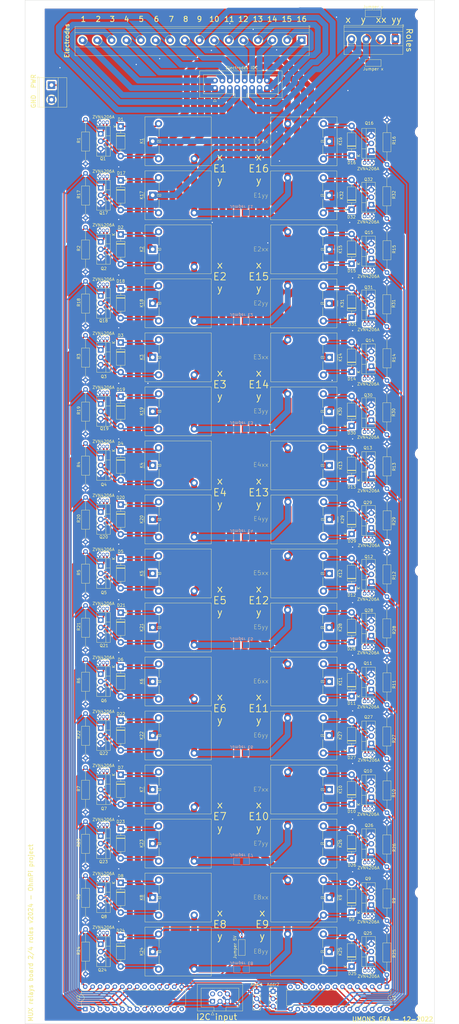
<source format=kicad_pcb>
(kicad_pcb (version 20211014) (generator pcbnew)
  (layers (0 "F.Cu" signal) (31 "B.Cu" signal) (34 "B.Paste" user) (35 "F.Paste" user) (36 "B.SilkS" user "B.Silkscreen") (37 "F.SilkS" user "F.Silkscreen") (38 "B.Mask" user) (39 "F.Mask" user) (44 "Edge.Cuts" user))
  (net 0 "")
  (net 1 "12V")
  (net 2 "Net-(D1-Pad2)")
  (net 3 "Net-(D2-Pad2)")
  (net 4 "Net-(D3-Pad2)")
  (net 5 "Net-(D4-Pad2)")
  (net 6 "Net-(D5-Pad2)")
  (net 7 "Net-(D6-Pad2)")
  (net 8 "Net-(D7-Pad2)")
  (net 9 "Net-(D8-Pad2)")
  (net 10 "Net-(D9-Pad2)")
  (net 11 "Net-(D10-Pad2)")
  (net 12 "Net-(D11-Pad2)")
  (net 13 "Net-(D12-Pad2)")
  (net 14 "Net-(D13-Pad2)")
  (net 15 "Net-(D14-Pad2)")
  (net 16 "Net-(D15-Pad2)")
  (net 17 "Net-(D16-Pad2)")
  (net 18 "GND")
  (net 19 "SCL1")
  (net 21 "SD1")
  (net 23 "+5V")
  (net 24 "Net-(D17-Pad2)")
  (net 25 "Net-(D18-Pad2)")
  (net 26 "Net-(D19-Pad2)")
  (net 27 "Net-(D20-Pad2)")
  (net 28 "Electrode 1")
  (net 29 "Electrode 2")
  (net 30 "Electrode 3")
  (net 31 "Electrode 4")
  (net 32 "Electrode 5")
  (net 33 "Electrode 6")
  (net 34 "Electrode 7")
  (net 35 "Electrode 8")
  (net 36 "Electrode 9")
  (net 37 "Electrode 10")
  (net 38 "Electrode 11")
  (net 39 "Electrode 12")
  (net 40 "Electrode 13")
  (net 41 "Electrode 14")
  (net 42 "Electrode 15")
  (net 43 "Electrode 16")
  (net 44 "Addr2")
  (net 45 "Addr1")
  (net 46 "Net-(D21-Pad2)")
  (net 47 "Net-(D22-Pad2)")
  (net 48 "Net-(D23-Pad2)")
  (net 49 "Net-(D24-Pad2)")
  (net 50 "Net-(D25-Pad2)")
  (net 51 "Net-(D26-Pad2)")
  (net 52 "Net-(D27-Pad2)")
  (net 53 "Net-(D28-Pad2)")
  (net 54 "Net-(D29-Pad2)")
  (net 55 "Net-(D30-Pad2)")
  (net 56 "Net-(D31-Pad2)")
  (net 57 "Net-(D32-Pad2)")
  (net 58 "Role x")
  (net 59 "Role y")
  (net 60 "Role xx")
  (net 61 "Role yy")
  (net 62 "E1x")
  (net 67 "E2x")
  (net 68 "E3x")
  (net 69 "E4x")
  (net 70 "E5x")
  (net 71 "E6x")
  (net 72 "E7x")
  (net 73 "E8x")
  (net 74 "E9x")
  (net 75 "E10x")
  (net 76 "E11x")
  (net 77 "E12x")
  (net 78 "E13x")
  (net 79 "E14x")
  (net 80 "E15x")
  (net 81 "E16x")
  (net 82 "E1y")
  (net 83 "E2y")
  (net 84 "E3y")
  (net 85 "E4y")
  (net 86 "E5y")
  (net 87 "E6y")
  (net 88 "E7y")
  (net 89 "E8y")
  (net 90 "E9y")
  (net 91 "E10y")
  (net 92 "E11y")
  (net 93 "E12y")
  (net 94 "E13y")
  (net 95 "E14y")
  (net 96 "E15y")
  (net 97 "E16y")
  (footprint "relay:Relay_SPDT_Omron-G5LE-1-VD" (layer "F.Cu") (at 135.025 88.266676 -90)
    (fp_text reference "K16")
    (fp_text value "G5LE-1-VD")
  )
  (footprint "Package_TO_SOT_THT:TO-92Flat" (layer "F.Cu") (at 147.06 279.7)
    (fp_text reference "ZVN4206A")
    (fp_text value "TO-92Flat")
  )
  (footprint "Package_TO_SOT_THT:TO-92Flat" (layer "F.Cu") (at 59.06 340.394 180)
    (fp_text reference "ZVN4206A")
    (fp_text value "TO-92Flat")
  )
  (footprint "Resistor_THT:R_Axial_DIN0207_L6.3mm_D2.5mm_P15.24mm_Horizontal" (layer "F.Cu") (at 51.65 228.483328 -90)
    (fp_text reference "R5")
    (fp_text value "100k")
  )
  (footprint "relay:Relay_SPDT_Omron-G5LE-1-VD" (layer "F.Cu") (at 74.61625 328.361658 90)
    (fp_text reference "K23")
    (fp_text value "G5LE-1-VD")
  )
  (footprint "relay:Relay_SPDT_Omron-G5LE-1-VD" (layer "F.Cu") (at 135.025 236.016892 -90)
    (fp_text reference "K12")
    (fp_text value "G5LE-1-VD")
  )
  (footprint "Connector_PinHeader_2.54mm:PinHeader_1x03_P2.54mm_Vertical" (layer "F.Cu") (at 110.200625 378.895)
    (fp_text reference "Addr1")
    (fp_text value "Addr 1")
  )
  (footprint "relay:Relay_SPDT_Omron-G5LE-1-VD" (layer "F.Cu") (at 74.61625 88.23 90)
    (fp_text reference "K1")
    (fp_text value "G5LE-1-VD")
  )
  (footprint "Package_TO_SOT_THT:TO-220-3_Vertical" (layer "F.Cu") (at 56.845 141.104998 -90)
    (fp_text reference "Q18")
    (fp_text value "STP16NF06L")
  )
  (footprint "Package_TO_SOT_THT:TO-92Flat" (layer "F.Cu") (at 147.16 150.8)
    (fp_text reference "ZVN4206A")
    (fp_text value "TO-92Flat")
  )
  (footprint "Diode_THT:D_DO-41_SOD81_P10.16mm_Horizontal" (layer "F.Cu") (at 142.66375 296.449886 90)
    (fp_text reference "D27")
    (fp_text value "1N_E4007")
  )
  (footprint "MountingHole:MountingHole_3.2mm_M3_ISO7380" (layer "F.Cu") (at 166.4 385.1)
    (fp_text reference "REF**" hide)
    (fp_text value "MountingHole_3.2mm_M3_ISO7380")
  )
  (footprint "Resistor_THT:R_Axial_DIN0207_L6.3mm_D2.5mm_P15.24mm_Horizontal" (layer "F.Cu") (at 154.74875 133.12423 90)
    (fp_text reference "R15")
    (fp_text value "100k")
  )
  (footprint "Diode_THT:D_DO-41_SOD81_P10.16mm_Horizontal" (layer "F.Cu") (at 63.685 138.564998 -90)
    (fp_text reference "D18")
    (fp_text value "1N_E4007")
  )
  (footprint "Connector_PinHeader_2.54mm:PinHeader_1x03_P2.54mm_Vertical" (layer "F.Cu") (at 115.800625 378.895)
    (fp_text reference "Addr2")
    (fp_text value "Addr 2")
  )
  (footprint "Diode_THT:D_DO-41_SOD81_P10.16mm_Horizontal" (layer "F.Cu") (at 63.685 286.338326 -90)
    (fp_text reference "D22")
    (fp_text value "1N_E4007")
  )
  (footprint "Package_TO_SOT_THT:TO-220-3_Vertical" (layer "F.Cu") (at 56.845 159.576664 -90)
    (fp_text reference "Q3")
    (fp_text value "STP16NF06L")
  )
  (footprint "Package_TO_SOT_THT:TO-220-3_Vertical" (layer "F.Cu") (at 149.398751 367.815795 90)
    (fp_text reference "Q25")
    (fp_text value "STP16NF06L")
  )
  (footprint "Package_TO_SOT_THT:TO-220-3_Vertical" (layer "F.Cu") (at 149.398751 183.610162 90)
    (fp_text reference "Q30")
    (fp_text value "STP16NF06L")
  )
  (footprint "Package_TO_SOT_THT:TO-92Flat" (layer "F.Cu") (at 147.16 132.5)
    (fp_text reference "ZVN4206A")
    (fp_text value "TO-92Flat")
  )
  (footprint "Package_TO_SOT_THT:TO-220-3_Vertical" (layer "F.Cu") (at 149.398751 128.348476 90)
    (fp_text reference "Q15")
    (fp_text value "STP16NF06L")
  )
  (footprint "Resistor_THT:R_Axial_DIN0207_L6.3mm_D2.5mm_P15.24mm_Horizontal" (layer "F.Cu") (at 154.70875 373.218334 90)
    (fp_text reference "R25")
    (fp_text value "100k")
  )
  (footprint "relay:Relay_SPDT_Omron-G5LE-1-VD" (layer "F.Cu") (at 74.61625 365.305 90)
    (fp_text reference "K24")
    (fp_text value "G5LE-1-VD")
  )
  (footprint "Package_TO_SOT_THT:TO-92Flat" (layer "F.Cu") (at 59.06 192.626 180)
    (fp_text reference "ZVN4206A")
    (fp_text value "TO-92Flat")
  )
  (footprint "Package_TO_SOT_THT:TO-220-3_Vertical" (layer "F.Cu") (at 149.398751 146.769038 90)
    (fp_text reference "Q31")
    (fp_text value "STP16NF06L")
  )
  (footprint "MountingHole:MountingHole_3.2mm_M3_ISO7380" (layer "F.Cu") (at 166.4 345.1)
    (fp_text reference "REF**" hide)
    (fp_text value "MountingHole_3.2mm_M3_ISO7380")
  )
  (footprint "Package_TO_SOT_THT:TO-92Flat" (layer "F.Cu") (at 59.06 118.742 180)
    (fp_text reference "ZVN4206A")
    (fp_text value "TO-92Flat")
  )
  (footprint "Diode_THT:D_DO-41_SOD81_P10.16mm_Horizontal" (layer "F.Cu") (at 142.66375 93.146676 90)
    (fp_text reference "D16")
    (fp_text value "1N_E4007")
  )
  (footprint "Package_TO_SOT_THT:TO-220-3_Vertical" (layer "F.Cu") (at 56.845 325.821658 -90)
    (fp_text reference "Q23")
    (fp_text value "STP16NF06L")
  )
  (footprint "Package_TO_SOT_THT:TO-220-3_Vertical" (layer "F.Cu") (at 56.845 288.878326 -90)
    (fp_text reference "Q22")
    (fp_text value "STP16NF06L")
  )
  (footprint "Package_DIP:DIP-28_W7.62mm" (layer "F.Cu") (at 51.54375 384.935 90)
    (fp_text reference "U2")
    (fp_text value "MCP23017_SP")
  )
  (footprint "Diode_THT:D_DO-41_SOD81_P10.16mm_Horizontal" (layer "F.Cu") (at 63.685 101.621666 -90)
    (fp_text reference "D17")
    (fp_text value "1N_E4007")
  )
  (footprint "relay:Relay_SPDT_Omron-G5LE-1-VD" (layer "F.Cu") (at 134.985 365.298334 -90)
    (fp_text reference "K25")
    (fp_text value "G5LE-1-VD")
  )
  (footprint "Package_TO_SOT_THT:TO-92Flat" (layer "F.Cu") (at 59.06 100.271 180)
    (fp_text reference "ZVN4206A")
    (fp_text value "TO-92Flat")
  )
  (footprint "Diode_THT:D_DO-41_SOD81_P10.16mm_Horizontal" (layer "F.Cu") (at 142.66375 277.967776 90)
    (fp_text reference "D11")
    (fp_text value "1N_E4007")
  )
  (footprint "MountingHole:MountingHole_3.2mm_M3_ISO7380" (layer "F.Cu") (at 35.4 385.1)
    (fp_text reference "REF**" hide)
    (fp_text value "MountingHole_3.2mm_M3_ISO7380")
  )
  (footprint "Diode_THT:D_DO-41_SOD81_P10.16mm_Horizontal" (layer "F.Cu") (at 63.685 120.093332 -90)
    (fp_text reference "D2")
    (fp_text value "1N_E4007")
  )
  (footprint "Diode_THT:D_DO-41_SOD81_P10.16mm_Horizontal" (layer "F.Cu") (at 142.66375 259.485666 90)
    (fp_text reference "D28")
    (fp_text value "1N_E4007")
  )
  (footprint "Diode_THT:D_DO-41_SOD81_P10.16mm_Horizontal" (layer "F.Cu") (at 142.66375 111.628786 90)
    (fp_text reference "D32")
    (fp_text value "1N_E4007")
  )
  (footprint "MountingHole:MountingHole_3.2mm_M3_ISO7380" (layer "F.Cu") (at 35.4 195.1)
    (fp_text reference "REF**" hide)
    (fp_text value "MountingHole_3.2mm_M3_ISO7380")
  )
  (footprint "Diode_THT:D_DO-41_SOD81_P10.16mm_Horizontal" (layer "F.Cu") (at 63.685 360.225 -90)
    (fp_text reference "D24")
    (fp_text value "1N_E4007")
  )
  (footprint "relay:Relay_SPDT_Omron-G5LE-1-VD" (layer "F.Cu") (at 74.61625 272.94666 90)
    (fp_text reference "K6")
    (fp_text value "G5LE-1-VD")
  )
  (footprint "Package_TO_SOT_THT:TO-220-3_Vertical" (layer "F.Cu") (at 149.398751 294.133534 90)
    (fp_text reference "Q27")
    (fp_text value "STP16NF06L")
  )
  (footprint "Package_TO_SOT_THT:TO-92Flat" (layer "F.Cu") (at 59.06 248.039 180)
    (fp_text reference "ZVN4206A")
    (fp_text value "TO-92Flat")
  )
  (footprint "Package_TO_SOT_THT:TO-220-3_Vertical" (layer "F.Cu") (at 56.845 122.633332 -90)
    (fp_text reference "Q2")
    (fp_text value "STP16NF06L")
  )
  (footprint "Resistor_THT:R_Axial_DIN0207_L6.3mm_D2.5mm_P15.24mm_Horizontal" (layer "F.Cu") (at 154.74875 96.186676 90)
    (fp_text reference "R16")
    (fp_text value "100k")
  )
  (footprint "Package_DIP:DIP-28_W7.62mm" (layer "F.Cu") (at 154.7575 377.335 -90)
    (fp_text reference "U1")
    (fp_text value "MCP23017_SP")
  )
  (footprint "relay:Relay_SPDT_Omron-G5LE-1-VD" (layer "F.Cu") (at 134.985 328.360777 -90)
    (fp_text reference "K26")
    (fp_text value "G5LE-1-VD")
  )
  (footprint "Package_TO_SOT_THT:TO-92Flat" (layer "F.Cu") (at 59.06 174.155 180)
    (fp_text reference "ZVN4206A")
    (fp_text value "TO-92Flat")
  )
  (footprint "Diode_THT:D_DO-41_SOD81_P10.16mm_Horizontal" (layer "F.Cu") (at 142.66375 130.110896 90)
    (fp_text reference "D15")
    (fp_text value "1N_E4007")
  )
  (footprint "Diode_THT:D_DO-41_SOD81_P10.16mm_Horizontal" (layer "F.Cu") (at 142.66375 333.414106 90)
    (fp_text reference "D26")
    (fp_text value "1N_E4007")
  )
  (footprint "Resistor_THT:R_Axial_DIN0207_L6.3mm_D2.5mm_P15.24mm_Horizontal" (layer "F.Cu") (at 51.65 302.369992 -90)
    (fp_text reference "R7")
    (fp_text value "100k")
  )
  (footprint "Package_TO_SOT_THT:TO-220-3_Vertical" (layer "F.Cu") (at 56.845 214.991662 -90)
    (fp_text reference "Q20")
    (fp_text value "STP16NF06L")
  )
  (footprint "Diode_THT:D_DO-41_SOD81_P10.16mm_Horizontal" (layer "F.Cu") (at 63.685 175.50833 -90)
    (fp_text reference "D19")
    (fp_text value "1N_E4007")
  )
  (footprint "Package_TO_SOT_THT:TO-220-3_Vertical" (layer "F.Cu") (at 56.845 362.765 -90)
    (fp_text reference "Q24")
    (fp_text value "STP16NF06L")
  )
  (footprint "relay:Relay_SPDT_Omron-G5LE-1-VD" (layer "F.Cu") (at 74.61625 309.889992 90)
    (fp_text reference "K7")
    (fp_text value "G5LE-1-VD")
  )
  (footprint "Resistor_THT:R_Axial_DIN0207_L6.3mm_D2.5mm_P15.24mm_Horizontal" (layer "F.Cu") (at 154.74875 170.061784 90)
    (fp_text reference "R14")
    (fp_text value "100k")
  )
  (footprint "Package_TO_SOT_THT:TO-220-3_Vertical" (layer "F.Cu") (at 56.845 307.349992 -90)
    (fp_text reference "Q7")
    (fp_text value "STP16NF06L")
  )
  (footprint "Resistor_THT:R_Axial_DIN0207_L6.3mm_D2.5mm_P15.24mm_Horizontal" (layer "F.Cu") (at 154.70875 151.593007 90)
    (fp_text reference "R31")
    (fp_text value "100k")
  )
  (footprint "Diode_THT:D_DO-41_SOD81_P10.16mm_Horizontal" (layer "F.Cu") (at 63.685 341.753324 -90)
    (fp_text reference "D8")
    (fp_text value "1N_E4007")
  )
  (footprint "Package_TO_SOT_THT:TO-92Flat" (layer "F.Cu") (at 147.26 298)
    (fp_text reference "ZVN4206A")
    (fp_text value "TO-92Flat")
  )
  (footprint "Package_TO_SOT_THT:TO-220-3_Vertical" (layer "F.Cu") (at 149.398751 91.507352 90)
    (fp_text reference "Q16")
    (fp_text value "STP16NF06L")
  )
  (footprint "MountingHole:MountingHole_3.2mm_M3_ISO7380" (layer "F.Cu") (at 166.4 195.1)
    (fp_text reference "REF**" hide)
    (fp_text value "MountingHole_3.2mm_M3_ISO7380")
  )
  (footprint "Solder_jumper:Soder_jumper" (layer "F.Cu") (at 104.9 363.9 90)
    (fp_text reference "Jumper 5V")
    (fp_text value "SolderJumper_2_Open")
  )
  (footprint "Resistor_THT:R_Axial_DIN0207_L6.3mm_D2.5mm_P15.24mm_Horizontal" (layer "F.Cu") (at 154.70875 262.405669 90)
    (fp_text reference "R28")
    (fp_text value "100k")
  )
  (footprint "Diode_THT:D_DO-41_SOD81_P10.16mm_Horizontal" (layer "F.Cu") (at 142.66375 185.557226 90)
    (fp_text reference "D30")
    (fp_text value "1N_E4007")
  )
  (footprint "Diode_THT:D_DO-41_SOD81_P10.16mm_Horizontal" (layer "F.Cu") (at 142.66375 351.896216 90)
    (fp_text reference "D9")
    (fp_text value "1N_E4007")
  )
  (footprint "relay:Relay_SPDT_Omron-G5LE-1-VD" (layer "F.Cu") (at 74.61625 180.58833 90)
    (fp_text reference "K19")
    (fp_text value "G5LE-1-VD")
  )
  (footprint "Connector_IDC:IDC-Header_2x08_P2.54mm_Vertical" (layer "F.Cu") (at 95.9 70 90)
    (fp_text reference "Electrodes IDC")
    (fp_text value "Conn_02x08_Odd_Even")
  )
  (footprint "relay:Relay_SPDT_Omron-G5LE-1-VD" (layer "F.Cu") (at 135.025 125.20423 -90)
    (fp_text reference "K15")
    (fp_text value "G5LE-1-VD")
  )
  (footprint "Diode_THT:D_DO-41_SOD81_P10.16mm_Horizontal" (layer "F.Cu") (at 142.66375 148.593006 90)
    (fp_text reference "D31")
    (fp_text value "1N_E4007")
  )
  (footprint "Resistor_THT:R_Axial_DIN0207_L6.3mm_D2.5mm_P15.24mm_Horizontal" (layer "F.Cu") (at 154.70875 114.655453 90)
    (fp_text reference "R32")
    (fp_text value "100k")
  )
  (footprint "TerminalBlock_Phoenix:TerminalBlock_Phoenix_MKDS-1,5-16_1x16_P5.00mm_Horizontal" (layer "F.Cu") (at 125.6 53.7 180)
    (fp_text reference "Electrodes")
    (fp_text value "Screw_Terminal_01x16")
  )
  (footprint "Package_TO_SOT_THT:TO-220-3_Vertical" (layer "F.Cu") (at 149.398751 220.451286 90)
    (fp_text reference "Q29")
    (fp_text value "STP16NF06L")
  )
  (footprint "Solder_jumper:Soder_jumper" (layer "F.Cu") (at 150.035 44.32)
    (fp_text reference "Jumper y")
    (fp_text value "SolderJumper_2_Open")
  )
  (footprint "Diode_THT:D_DO-41_SOD81_P10.16mm_Horizontal" (layer "F.Cu") (at 63.685 193.979996 -90)
    (fp_text reference "D4")
    (fp_text value "1N_E4007")
  )
  (footprint "MountingHole:MountingHole_3.2mm_M3_ISO7380" (layer "F.Cu") (at 35.4 85.1)
    (fp_text reference "REF**" hide)
    (fp_text value "MountingHole_3.2mm_M3_ISO7380")
  )
  (footprint "Package_TO_SOT_THT:TO-92Flat" (layer "F.Cu") (at 59.06 284.981 180)
    (fp_text reference "ZVN4206A")
    (fp_text value "TO-92Flat")
  )
  (footprint "Package_TO_SOT_THT:TO-92Flat" (layer "F.Cu") (at 59.06 211.097 180)
    (fp_text reference "ZVN4206A")
    (fp_text value "TO-92Flat")
  )
  (footprint "MountingHole:MountingHole_3.2mm_M3_ISO7380" (layer "F.Cu") (at 166.4 45.1)
    (fp_text reference "REF**" hide)
    (fp_text value "MountingHole_3.2mm_M3_ISO7380")
  )
  (footprint "relay:Relay_SPDT_Omron-G5LE-1-VD" (layer "F.Cu") (at 134.985 143.673007 -90)
    (fp_text reference "K31")
    (fp_text value "G5LE-1-VD")
  )
  (footprint "Resistor_THT:R_Axial_DIN0207_L6.3mm_D2.5mm_P15.24mm_Horizontal" (layer "F.Cu") (at 51.65 80.71 -90)
    (fp_text reference "R1")
    (fp_text value "100k")
  )
  (footprint "Resistor_THT:R_Axial_DIN0207_L6.3mm_D2.5mm_P15.24mm_Horizontal" (layer "F.Cu") (at 154.748751 354.749554 90)
    (fp_text reference "R9")
    (fp_text value "100k")
  )
  (footprint "Resistor_THT:R_Axial_DIN0207_L6.3mm_D2.5mm_P15.24mm_Horizontal" (layer "F.Cu") (at 51.65 320.841658 -90)
    (fp_text reference "R23")
    (fp_text value "100k")
  )
  (footprint "Package_TO_SOT_THT:TO-220-3_Vertical" (layer "F.Cu") (at 56.845 104.161666 -90)
    (fp_text reference "Q17")
    (fp_text value "STP16NF06L")
  )
  (footprint "Diode_THT:D_DO-41_SOD81_P10.16mm_Horizontal" (layer "F.Cu") (at 63.685 157.036664 -90)
    (fp_text reference "D3")
    (fp_text value "1N_E4007")
  )
  (footprint "Package_TO_SOT_THT:TO-92Flat" (layer "F.Cu") (at 147.16 205.8)
    (fp_text reference "ZVN4206A")
    (fp_text value "TO-92Flat")
  )
  (footprint "relay:Relay_SPDT_Omron-G5LE-1-VD" (layer "F.Cu") (at 135.025 199.079338 -90)
    (fp_text reference "K13")
    (fp_text value "G5LE-1-VD")
  )
  (footprint "Resistor_THT:R_Axial_DIN0207_L6.3mm_D2.5mm_P15.24mm_Horizontal" (layer "F.Cu") (at 154.70875 336.280777 90)
    (fp_text reference "R26")
    (fp_text value "100k")
  )
  (footprint "Package_TO_SOT_THT:TO-92Flat" (layer "F.Cu") (at 147.06 187.6)
    (fp_text reference "ZVN4206A")
    (fp_text value "TO-92Flat")
  )
  (footprint "relay:Relay_SPDT_Omron-G5LE-1-VD" (layer "F.Cu") (at 74.61625 346.833324 90)
    (fp_text reference "K8")
    (fp_text value "G5LE-1-VD")
  )
  (footprint "Package_TO_SOT_THT:TO-220-3_Vertical" (layer "F.Cu") (at 149.398751 257.29241 90)
    (fp_text reference "Q28")
    (fp_text value "STP16NF06L")
  )
  (footprint "Package_TO_SOT_THT:TO-92Flat" (layer "F.Cu") (at 147.06 95.6)
    (fp_text reference "ZVN4206A")
    (fp_text value "TO-92Flat")
  )
  (footprint "Resistor_THT:R_Axial_DIN0207_L6.3mm_D2.5mm_P15.24mm_Horizontal" (layer "F.Cu") (at 154.748751 317.812 90)
    (fp_text reference "R10")
    (fp_text value "100k")
  )
  (footprint "Package_TO_SOT_THT:TO-220-3_Vertical" (layer "F.Cu") (at 149.398751 165.1896 90)
    (fp_text reference "Q14")
    (fp_text value "STP16NF06L")
  )
  (footprint "relay:Relay_SPDT_Omron-G5LE-1-VD" (layer "F.Cu") (at 74.61625 291.418326 90)
    (fp_text reference "K22")
    (fp_text value "G5LE-1-VD")
  )
  (footprint "Diode_THT:D_DO-41_SOD81_P10.16mm_Horizontal" (layer "F.Cu") (at 63.685 249.394994 -90)
    (fp_text reference "D21")
    (fp_text value "1N_E4007")
  )
  (footprint "Package_TO_SOT_THT:TO-220-3_Vertical" (layer "F.Cu") (at 56.845 85.69 -90)
    (fp_text reference "Q1")
    (fp_text value "STP16NF06L")
  )
  (footprint "Package_TO_SOT_THT:TO-92Flat" (layer "F.Cu") (at 147.06 169.4)
    (fp_text reference "ZVN4206A")
    (fp_text value "TO-92Flat")
  )
  (footprint "Resistor_THT:R_Axial_DIN0207_L6.3mm_D2.5mm_P15.24mm_Horizontal" (layer "F.Cu") (at 154.70875 299.343223 90)
    (fp_text reference "R27")
    (fp_text value "100k")
  )
  (footprint "Resistor_THT:R_Axial_DIN0207_L6.3mm_D2.5mm_P15.24mm_Horizontal" (layer "F.Cu") (at 51.65 191.539996 -90)
    (fp_text reference "R4")
    (fp_text value "100k")
  )
  (footprint "relay:Relay_SPDT_Omron-G5LE-1-VD" (layer "F.Cu") (at 135.025001 346.829554 -90)
    (fp_text reference "K9")
    (fp_text value "G5LE-1-VD")
  )
  (footprint "Package_TO_SOT_THT:TO-92Flat" (layer "F.Cu") (at 59.06 303.452 180)
    (fp_text reference "ZVN4206A")
    (fp_text value "TO-92Flat")
  )
  (footprint "MountingHole:MountingHole_3.2mm_M3_ISO7380" (layer "F.Cu") (at 35.4 345.1)
    (fp_text reference "REF**" hide)
    (fp_text value "MountingHole_3.2mm_M3_ISO7380")
  )
  (footprint "Package_TO_SOT_THT:TO-92Flat" (layer "F.Cu") (at 147.06 242.9)
    (fp_text reference "ZVN4206A")
    (fp_text value "TO-92Flat")
  )
  (footprint "relay:Relay_SPDT_Omron-G5LE-1-VD" (layer "F.Cu") (at 135.025001 309.892 -90)
    (fp_text reference "K10")
    (fp_text value "G5LE-1-VD")
  )
  (footprint "Package_TO_SOT_THT:TO-92Flat" (layer "F.Cu") (at 147.26 224.5)
    (fp_text reference "ZVN4206A")
    (fp_text value "TO-92Flat")
  )
  (footprint "Resistor_THT:R_Axial_DIN0207_L6.3mm_D2.5mm_P15.24mm_Horizontal" (layer "F.Cu") (at 51.65 173.06833 -90)
    (fp_text reference "R19")
    (fp_text value "100k")
  )
  (footprint "Package_TO_SOT_THT:TO-220-3_Vertical" (layer "F.Cu") (at 149.398751 109.927914 90)
    (fp_text reference "Q32")
    (fp_text value "STP16NF06L")
  )
  (footprint "Package_TO_SOT_THT:TO-220-3_Vertical" (layer "F.Cu") (at 56.845 196.519996 -90)
    (fp_text reference "Q4")
    (fp_text value "STP16NF06L")
  )
  (footprint "Resistor_THT:R_Axial_DIN0207_L6.3mm_D2.5mm_P15.24mm_Horizontal" (layer "F.Cu") (at 154.70875 188.530561 90)
    (fp_text reference "R30")
    (fp_text value "100k")
  )
  (footprint "Package_TO_SOT_THT:TO-92Flat" (layer "F.Cu") (at 147.16 334.8)
    (fp_text reference "ZVN4206A")
    (fp_text value "TO-92Flat")
  )
  (footprint "Diode_THT:D_DO-41_SOD81_P10.16mm_Horizontal" (layer "F.Cu") (at 63.685 267.86666 -90)
    (fp_text reference "D6")
    (fp_text value "1N_E4007")
  )
  (footprint "Resistor_THT:R_Axial_DIN0207_L6.3mm_D2.5mm_P15.24mm_Horizontal" (layer "F.Cu") (at 154.74875 243.936892 90)
    (fp_text reference "R12")
    (fp_text value "100k")
  )
  (footprint "MountingHole:MountingHole_3.2mm_M3_ISO7380" (layer "F.Cu") (at 35.4 235.1)
    (fp_text reference "REF**" hide)
    (fp_text value "MountingHole_3.2mm_M3_ISO7380")
  )
  (footprint "Package_TO_SOT_THT:TO-92Flat" (layer "F.Cu") (at 59.06 358.865 180)
    (fp_text reference "ZVN4206A")
    (fp_text value "TO-92Flat")
  )
  (footprint "Package_TO_SOT_THT:TO-92Flat" (layer "F.Cu") (at 59.06 266.51 180)
    (fp_text reference "ZVN4206A")
    (fp_text value "TO-92Flat")
  )
  (footprint "Package_TO_SOT_THT:TO-92Flat" (layer "F.Cu") (at 147.06 113.9)
    (fp_text reference "ZVN4206A")
    (fp_text value "TO-92Flat")
  )
  (footprint "MountingHole:MountingHole_3.2mm_M3_ISO7380" (layer "F.Cu") (at 166.4 235.1)
    (fp_text reference "REF**" hide)
    (fp_text value "MountingHole_3.2mm_M3_ISO7380")
  )
  (footprint "Package_TO_SOT_THT:TO-92Flat" (layer "F.Cu") (at 147.1 353.2)
    (fp_text reference "ZVN4206A")
    (fp_text value "TO-92Flat")
  )
  (footprint "TerminalBlock_Phoenix:TerminalBlock_Phoenix_MKDS-1,5-4_1x04_P5.00mm_Horizontal" (layer "F.Cu") (at 157.635 53.3 180)
    (fp_text reference "x  y  xx yy")
    (fp_text value "Screw_Terminal_01x04")
  )
  (footprint "Diode_THT:D_DO-41_SOD81_P10.16mm_Horizontal" (layer "F.Cu") (at 142.66375 167.075116 90)
    (fp_text reference "D14")
    (fp_text value "1N_E4007")
  )
  (footprint "Diode_THT:D_DO-41_SOD81_P10.16mm_Horizontal" (layer "F.Cu") (at 142.66375 222.521446 90)
    (fp_text reference "D29")
    (fp_text value "1N_E4007")
  )
  (footprint "Resistor_THT:R_Axial_DIN0207_L6.3mm_D2.5mm_P15.24mm_Horizontal" (layer "F.Cu") (at 154.80875 225.468115 90)
    (fp_text reference "R29")
    (fp_text value "100k")
  )
  (footprint "relay:Relay_SPDT_Omron-G5LE-1-VD" (layer "F.Cu") (at 74.61625 217.531662 90)
    (fp_text reference "K20")
    (fp_text value "G5LE-1-VD")
  )
  (footprint "Resistor_THT:R_Axial_DIN0207_L6.3mm_D2.5mm_P15.24mm_Horizontal" (layer "F.Cu") (at 51.65 136.124998 -90)
    (fp_text reference "R18")
    (fp_text value "100k")
  )
  (footprint "relay:Relay_SPDT_Omron-G5LE-1-VD" (layer "F.Cu") (at 74.61625 106.701666 90)
    (fp_text reference "K17")
    (fp_text value "G5LE-1-VD")
  )
  (footprint "relay:Relay_SPDT_Omron-G5LE-1-VD" (layer "F.Cu") (at 134.985 106.735453 -90)
    (fp_text reference "K32")
    (fp_text value "G5LE-1-VD")
  )
  (footprint "Resistor_THT:R_Axial_DIN0207_L6.3mm_D2.5mm_P15.24mm_Horizontal" (layer "F.Cu") (at 51.65 117.653332 -90)
    (fp_text reference "R2")
    (fp_text value "100k")
  )
  (footprint "Package_TO_SOT_THT:TO-220-3_Vertical" (layer "F.Cu") (at 149.398751 238.871848 90)
    (fp_text reference "Q12")
    (fp_text value "STP16NF06L")
  )
  (footprint "Package_TO_SOT_THT:TO-92Flat" (layer "F.Cu") (at 147.16 316.4)
    (fp_text reference "ZVN4206A")
    (fp_text value "TO-92Flat")
  )
  (footprint "relay:Relay_SPDT_Omron-G5LE-1-VD" (layer "F.Cu") (at 135.025001 272.954446 -90)
    (fp_text reference "K11")
    (fp_text value "G5LE-1-VD")
  )
  (footprint "relay:Relay_SPDT_Omron-G5LE-1-VD" (layer "F.Cu") (at 134.985 254.485669 -90)
    (fp_text reference "K28")
    (fp_text value "G5LE-1-VD")
  )
  (footprint "Package_TO_SOT_THT:TO-92Flat" (layer "F.Cu") (at 59.06 229.568 180)
    (fp_text reference "ZVN4206A")
    (fp_text value "TO-92Flat")
  )
  (footprint "relay:Relay_SPDT_Omron-G5LE-1-VD" (layer "F.Cu") (at 74.61625 125.173332 90)
    (fp_text reference "K2")
    (fp_text value "G5LE-1-VD")
  )
  (footprint "Package_TO_SOT_THT:TO-92Flat" (layer "F.Cu") (at 59.06 81.8 180)
    (fp_text reference "ZVN4206A")
    (fp_text value "TO-92Flat")
  )
  (footprint "Package_TO_SOT_THT:TO-220-3_Vertical" (layer "F.Cu") (at 149.398751 349.39522 90)
    (fp_text reference "Q9")
    (fp_text value "STP16NF06L")
  )
  (footprint "Resistor_THT:R_Axial_DIN0207_L6.3mm_D2.5mm_P15.24mm_Horizontal" (layer "F.Cu") (at 154.748751 280.874446 90)
    (fp_text reference "R11")
    (fp_text value "100k")
  )
  (footprint "Diode_THT:D_DO-41_SOD81_P10.16mm_Horizontal" (layer "F.Cu") (at 63.685 304.809992 -90)
    (fp_text reference "D7")
    (fp_text value "1N_E4007")
  )
  (footprint "Resistor_THT:R_Axial_DIN0207_L6.3mm_D2.5mm_P15.24mm_Horizontal" (layer "F.Cu") (at 51.65 339.313324 -90)
    (fp_text reference "R8")
    (fp_text value "100k")
  )
  (footprint "Resistor_THT:R_Axial_DIN0207_L6.3mm_D2.5mm_P15.24mm_Horizontal" (layer "F.Cu") (at 51.65 357.685 -90)
    (fp_text reference "R24")
    (fp_text value "100k")
  )
  (footprint "Resistor_THT:R_Axial_DIN0207_L6.3mm_D2.5mm_P15.24mm_Horizontal" (layer "F.Cu") (at 51.65 246.954994 -90)
    (fp_text reference "R21")
    (fp_text value "100k")
  )
  (footprint "Diode_THT:D_DO-41_SOD81_P10.16mm_Horizontal" (layer "F.Cu") (at 63.685 230.923328 -90)
    (fp_text reference "D5")
    (fp_text value "1N_E4007")
  )
  (footprint "Package_TO_SOT_THT:TO-220-3_Vertical" (layer "F.Cu") (at 149.398751 330.974658 90)
    (fp_text reference "Q26")
    (fp_text value "STP16NF06L")
  )
  (footprint "Solder_jumper:Soder_jumper" (layer "F.Cu") (at 150.035 61.27)
    (fp_text reference "Jumper x")
    (fp_text value "SolderJumper_2_Open")
  )
  (footprint "Package_TO_SOT_THT:TO-220-3_Vertical" (layer "F.Cu") (at 149.398751 202.030724 90)
    (fp_text reference "Q13")
    (fp_text value "STP16NF06L")
  )
  (footprint "relay:Relay_SPDT_Omron-G5LE-1-VD" (layer "F.Cu") (at 74.61625 236.003328 90)
    (fp_text reference "K5")
    (fp_text value "G5LE-1-VD")
  )
  (footprint "TerminalBlock_Phoenix:TerminalBlock_Phoenix_MKDS-1,5-2_1x02_P5.00mm_Horizontal" (layer "F.Cu") (at 40 69.05 -90)
    (fp_text reference "GND  PWR")
    (fp_text value "Relays Pwr")
  )
  (footprint "Package_TO_SOT_THT:TO-92Flat" (layer "F.Cu") (at 147.2 371.8)
    (fp_text reference "ZVN4206A")
    (fp_text value "TO-92Flat")
  )
  (footprint "relay:Relay_SPDT_Omron-G5LE-1-VD" (layer "F.Cu") (at 74.61625 254.474994 90)
    (fp_text reference "K21")
    (fp_text value "G5LE-1-VD")
  )
  (footprint "MountingHole:MountingHole_3.2mm_M3_ISO7380" (layer "F.Cu") (at 166.4 85.1)
    (fp_text reference "REF**" hide)
    (fp_text value "MountingHole_3.2mm_M3_ISO7380")
  )
  (footprint "Resistor_THT:R_Axial_DIN0207_L6.3mm_D2.5mm_P15.24mm_Horizontal" (layer "F.Cu") (at 51.65 283.898326 -90)
    (fp_text reference "R22")
    (fp_text value "100k")
  )
  (footprint "Resistor_THT:R_Axial_DIN0207_L6.3mm_D2.5mm_P15.24mm_Horizontal" (layer "F.Cu") (at 51.65 210.011662 -90)
    (fp_text reference "R20")
    (fp_text value "100k")
  )
  (footprint "MountingHole:MountingHole_3.2mm_M3_ISO7380" (layer "F.Cu") (at 35.4 45.1)
    (fp_text reference "REF**" hide)
    (fp_text value "MountingHole_3.2mm_M3_ISO7380")
  )
  (footprint "Resistor_THT:R_Axial_DIN0207_L6.3mm_D2.5mm_P15.24mm_Horizontal" (layer "F.Cu") (at 51.65 265.42666 -90)
    (fp_text reference "R6")
    (fp_text value "100k")
  )
  (footprint "Package_TO_SOT_THT:TO-220-3_Vertical" (layer "F.Cu") (at 149.398751 312.554096 90)
    (fp_text reference "Q10")
    (fp_text value "STP16NF06L")
  )
  (footprint "Diode_THT:D_DO-41_SOD81_P10.16mm_Horizontal" (layer "F.Cu") (at 63.685 323.281658 -90)
    (fp_text reference "D23")
    (fp_text value "1N_E4007")
  )
  (footprint "relay:Relay_SPDT_Omron-G5LE-1-VD" (layer "F.Cu") (at 74.61625 199.059996 90)
    (fp_text reference "K4")
    (fp_text value "G5LE-1-VD")
  )
  (footprint "relay:Relay_SPDT_Omron-G5LE-1-VD" (layer "F.Cu") (at 135.085 217.548115 -90)
    (fp_text reference "K29")
    (fp_text value "G5LE-1-VD")
  )
  (footprint "Diode_THT:D_DO-41_SOD81_P10.16mm_Horizontal" (layer "F.Cu") (at 142.66375 204.039336 90)
    (fp_text reference "D13")
    (fp_text value "1N_E4007")
  )
  (footprint "relay:Relay_SPDT_Omron-G5LE-1-VD" (layer "F.Cu") (at 74.61625 162.116664 90)
    (fp_text reference "K3")
    (fp_text value "G5LE-1-VD")
  )
  (footprint "Resistor_THT:R_Axial_DIN0207_L6.3mm_D2.5mm_P15.24mm_Horizontal" (layer "F.Cu") (at 51.65 99.181666 -90)
    (fp_text reference "R17")
    (fp_text value "100k")
  )
  (footprint "Package_TO_SOT_THT:TO-220-3_Vertical" (layer "F.Cu") (at 56.845 344.293324 -90)
    (fp_text reference "Q8")
    (fp_text value "STP16NF06L")
  )
  (footprint "Diode_THT:D_DO-41_SOD81_P10.16mm_Horizontal" (layer "F.Cu") (at 63.685 212.451662 -90)
    (fp_text reference "D20")
    (fp_text value "1N_E4007")
  )
  (footprint "Package_TO_SOT_THT:TO-92Flat" (layer "F.Cu") (at 147.06 261.2)
    (fp_text reference "ZVN4206A")
    (fp_text value "TO-92Flat")
  )
  (footprint "Package_TO_SOT_THT:TO-92Flat" (layer "F.Cu") (at 59.06 321.923 180)
    (fp_text reference "ZVN4206A")
    (fp_text value "TO-92Flat")
  )
  (footprint "Connector_IDC:IDC-Header_2x03_P2.54mm_Vertical" (layer "F.Cu") (at 95.1 382.3 90)
    (fp_text reference "I2C input")
    (fp_text value "I2C")
  )
  (footprint "relay:Relay_SPDT_Omron-G5LE-1-VD" (layer "F.Cu") (at 134.985 291.423223 -90)
    (fp_text reference "K27")
    (fp_text value "G5LE-1-VD")
  )
  (footprint "Resistor_THT:R_Axial_DIN0207_L6.3mm_D2.5mm_P15.24mm_Horizontal" (layer "F.Cu") (at 154.74875 206.999338 90)
    (fp_text reference "R13")
    (fp_text value "100k")
  )
  (footprint "Package_TO_SOT_THT:TO-220-3_Vertical" (layer "F.Cu") (at 56.845 270.40666 -90)
    (fp_text reference "Q6")
    (fp_text value "STP16NF06L")
  )
  (footprint "Package_TO_SOT_THT:TO-220-3_Vertical" (layer "F.Cu") (at 56.845 251.934994 -90)
    (fp_text reference "Q21")
    (fp_text value "STP16NF06L")
  )
  (footprint "Diode_THT:D_DO-41_SOD81_P10.16mm_Horizontal" (layer "F.Cu") (at 63.685 83.15 -90)
    (fp_text reference "D1")
    (fp_text value "1N_E4007")
  )
  (footprint "Diode_THT:D_DO-41_SOD81_P10.16mm_Horizontal" (layer "F.Cu") (at 142.66375 314.931996 90)
    (fp_text reference "D10")
    (fp_text value "1N_E4007")
  )
  (footprint "relay:Relay_SPDT_Omron-G5LE-1-VD" (layer "F.Cu") (at 134.985 180.610561 -90)
    (fp_text reference "K30")
    (fp_text value "G5LE-1-VD")
  )
  (footprint "Package_TO_SOT_THT:TO-220-3_Vertical" (layer "F.Cu") (at 56.845 178.04833 -90)
    (fp_text reference "Q19")
    (fp_text value "STP16NF06L")
  )
  (footprint "relay:Relay_SPDT_Omron-G5LE-1-VD" (layer "F.Cu") (at 135.025 162.141784 -90)
    (fp_text reference "K14")
    (fp_text value "G5LE-1-VD")
  )
  (footprint "Resistor_THT:R_Axial_DIN0207_L6.3mm_D2.5mm_P15.24mm_Horizontal" (layer "F.Cu") (at 51.65 154.596664 -90)
    (fp_text reference "R3")
    (fp_text value "100k")
  )
  (footprint "relay:Relay_SPDT_Omron-G5LE-1-VD" (layer "F.Cu") (at 74.61625 143.644998 90)
    (fp_text reference "K18")
    (fp_text value "G5LE-1-VD")
  )
  (footprint "Diode_THT:D_DO-41_SOD81_P10.16mm_Horizontal" (layer "F.Cu") (at 142.66375 241.003556 90)
    (fp_text reference "D12")
    (fp_text value "1N_E4007")
  )
  (footprint "Package_TO_SOT_THT:TO-92Flat" (layer "F.Cu") (at 59.06 155.684 180)
    (fp_text reference "ZVN4206A")
    (fp_text value "TO-92Flat")
  )
  (footprint "Package_TO_SOT_THT:TO-220-3_Vertical" (layer "F.Cu") (at 56.845 233.463328 -90)
    (fp_text reference "Q5")
    (fp_text value "STP16NF06L")
  )
  (footprint "Package_TO_SOT_THT:TO-92Flat" (layer "F.Cu") (at 59.06 137.213 180)
    (fp_text reference "ZVN4206A")
    (fp_text value "TO-92Flat")
  )
  (footprint "Diode_THT:D_DO-41_SOD81_P10.16mm_Horizontal" (layer "F.Cu") (at 142.66375 370.378334 90)
    (fp_text reference "D25")
    (fp_text value "1N_E4007")
  )
  (footprint "Package_TO_SOT_THT:TO-220-3_Vertical" (layer "F.Cu") (at 149.398751 275.712972 90)
    (fp_text reference "Q11")
    (fp_text value "STP16NF06L")
  )
  (footprint "Solder_jumper:Soder_jumper" (layer "B.Cu") (at 105.000625 149.85)
    (fp_text reference "Jumper E2")
    (fp_text value "SolderJumper_2_Open")
  )
  (footprint "Solder_jumper:Soder_jumper" (layer "B.Cu") (at 105.000625 371.55)
    (fp_text reference "Jumper E8")
    (fp_text value "SolderJumper_2_Open")
  )
  (footprint "Solder_jumper:Soder_jumper" (layer "B.Cu") (at 105.000625 186.8)
    (fp_text reference "Jumper E3")
    (fp_text value "SolderJumper_2_Open")
  )
  (footprint "Solder_jumper:Soder_jumper" (layer "B.Cu") (at 105.000625 334.6)
    (fp_text reference "Jumper E7")
    (fp_text value "SolderJumper_2_Open")
  )
  (footprint "Solder_jumper:Soder_jumper" (layer "B.Cu") (at 105.000625 297.65)
    (fp_text reference "Jumper E6")
    (fp_text value "SolderJumper_2_Open")
  )
  (footprint "Solder_jumper:Soder_jumper" (layer "B.Cu") (at 105.000625 223.75)
    (fp_text reference "Jumper E4")
    (fp_text value "SolderJumper_2_Open")
  )
  (footprint "Solder_jumper:Soder_jumper" (layer "B.Cu") (at 105.000625 112.9)
    (fp_text reference "Jumper E1")
    (fp_text value "SolderJumper_2_Open")
  )
  (footprint "Solder_jumper:Soder_jumper" (layer "B.Cu") (at 105.000625 260.7)
    (fp_text reference "Jumper E5")
    (fp_text value "SolderJumper_2_Open")
  )
  (gr_line (start 31 390) (end 31 40) (layer "Edge.Cuts") (width 0.1))
  (gr_line (start 171 390) (end 171 40) (layer "Edge.Cuts") (width 0.1))
  (gr_line (start 171 390) (end 31 390) (layer "Edge.Cuts") (width 0.1))
  (gr_line (start 171 40) (end 31 40) (layer "Edge.Cuts") (width 0.1))
  (gr_text "E1yy" (at 111.628572 106.735453) (layer "F.SilkS") (effects (font (size 1.5 1.5) (thickness 0.1))))
  (gr_text "E2xx" (at 111.628572 125.131223) (layer "F.SilkS") (effects (font (size 1.5 1.5) (thickness 0.1))))
  (gr_text "E4yy" (at 111.628572 217.3) (layer "F.SilkS") (effects (font (size 1.5 1.5) (thickness 0.1))))
  (gr_text "E7xx" (at 111.628572 309.831223) (layer "F.SilkS") (effects (font (size 1.5 1.5) (thickness 0.1))))
  (gr_text "x\nE15\ny" (at 110.9 134.514285) (layer "F.SilkS") (effects (font (size 2.5 2.5) (thickness 0.3))))
  (gr_text "E8yy" (at 111.628572 365.2) (layer "F.SilkS") (effects (font (size 1.5 1.5) (thickness 0.1))))
  (gr_text "14" (at 115.5 46.5) (layer "F.SilkS") (effects (font (size 1.8 1.8) (thickness 0.3))))
  (gr_text "MUX relays board 2/4 roles v2024 - OhmPi project" (at 32.9 358.9 90) (layer "F.SilkS") (effects (font (size 1.5 1.5) (thickness 0.3))))
  (gr_text "9" (at 90.6 46.5) (layer "F.SilkS") (effects (font (size 1.8 1.8) (thickness 0.3))))
  (gr_text "15" (at 120.5 46.5) (layer "F.SilkS") (effects (font (size 1.8 1.8) (thickness 0.3))))
  (gr_text "x\nE7\ny" (at 97.6 319.08571) (layer "F.SilkS") (effects (font (size 2.5 2.5) (thickness 0.3))))
  (gr_text "x\nE8\ny" (at 97.6 356) (layer "F.SilkS") (effects (font (size 2.5 2.5) (thickness 0.3))))
  (gr_text "13" (at 110.6 46.5) (layer "F.SilkS") (effects (font (size 1.8 1.8) (thickness 0.3))))
  (gr_text "E2yy" (at 111.628572 143.6) (layer "F.SilkS") (effects (font (size 1.5 1.5) (thickness 0.1))))
  (gr_text "x\nE14\ny" (at 110.9 171.42857) (layer "F.SilkS") (effects (font (size 2.5 2.5) (thickness 0.3))))
  (gr_text "3" (at 60.8 46.5) (layer "F.SilkS") (effects (font (size 1.8 1.8) (thickness 0.3))))
  (gr_text "x\nE3\ny" (at 97.6 171.42857) (layer "F.SilkS") (effects (font (size 2.5 2.5) (thickness 0.3))))
  (gr_text "x\nE1\ny" (at 97.6 97.6) (layer "F.SilkS") (effects (font (size 2.5 2.5) (thickness 0.3))))
  (gr_text "E6xx" (at 111.628572 272.831223) (layer "F.SilkS") (effects (font (size 1.5 1.5) (thickness 0.1))))
  (gr_text "E5xx" (at 111.628572 235.831223) (layer "F.SilkS") (effects (font (size 1.5 1.5) (thickness 0.1))))
  (gr_text "E5yy" (at 111.628572 254.3) (layer "F.SilkS") (effects (font (size 1.5 1.5) (thickness 0.1))))
  (gr_text "5" (at 70.7 46.5) (layer "F.SilkS") (effects (font (size 1.8 1.8) (thickness 0.3))))
  (gr_text "2" (at 56 46.5) (layer "F.SilkS") (effects (font (size 1.8 1.8) (thickness 0.3))))
  (gr_text "E3xx" (at 111.628572 162.031223) (layer "F.SilkS") (effects (font (size 1.5 1.5) (thickness 0.1))))
  (gr_text "x\nE2\ny" (at 97.6 134.514285) (layer "F.SilkS") (effects (font (size 2.5 2.5) (thickness 0.3))))
  (gr_text "x\nE13\ny" (at 110.9 208.342855) (layer "F.SilkS") (effects (font (size 2.5 2.5) (thickness 0.3))))
  (gr_text "UMONS GFA - 12-2022" (at 156.7 388.4) (layer "F.SilkS") (effects (font (size 1.5 1.5) (thickness 0.3))))
  (gr_text "11" (at 100.8 46.5) (layer "F.SilkS") (effects (font (size 1.8 1.8) (thickness 0.3))))
  (gr_text "x\nE16\ny" (at 110.9 97.6) (layer "F.SilkS") (effects (font (size 2.5 2.5) (thickness 0.3))))
  (gr_text "1" (at 50.9 46.5) (layer "F.SilkS") (effects (font (size 1.8 1.8) (thickness 0.3))))
  (gr_text "E4xx" (at 111.628572 198.831223) (layer "F.SilkS") (effects (font (size 1.5 1.5) (thickness 0.1))))
  (gr_text "10" (at 95.7 46.5) (layer "F.SilkS") (effects (font (size 1.8 1.8) (thickness 0.3))))
  (gr_text "E3yy" (at 111.628572 180.5) (layer "F.SilkS") (effects (font (size 1.5 1.5) (thickness 0.1))))
  (gr_text "6" (at 75.9 46.5) (layer "F.SilkS") (effects (font (size 1.8 1.8) (thickness 0.3))))
  (gr_text "12" (at 105.6 46.5) (layer "F.SilkS") (effects (font (size 1.8 1.8) (thickness 0.3))))
  (gr_text "x\nE11\ny" (at 110.9 282.171425) (layer "F.SilkS") (effects (font (size 2.5 2.5) (thickness 0.3))))
  (gr_text "x\nE5\ny" (at 97.6 245.25714) (layer "F.SilkS") (effects (font (size 2.5 2.5) (thickness 0.3))))
  (gr_text "7" (at 81 46.5) (layer "F.SilkS") (effects (font (size 1.8 1.8) (thickness 0.3))))
  (gr_text "x\nE4\ny" (at 97.6 208.342855) (layer "F.SilkS") (effects (font (size 2.5 2.5) (thickness 0.3))))
  (gr_text "x\nE6\ny" (at 97.6 282.171425) (layer "F.SilkS") (effects (font (size 2.5 2.5) (thickness 0.3))))
  (gr_text "E1xx" (at 111.628572 88.266676) (layer "F.SilkS") (effects (font (size 1.5 1.5) (thickness 0.1))))
  (gr_text "16" (at 125.6 46.5) (layer "F.SilkS") (effects (font (size 1.8 1.8) (thickness 0.3))))
  (gr_text "E7yy" (at 111.628572 328.3) (layer "F.SilkS") (effects (font (size 1.5 1.5) (thickness 0.1))))
  (gr_text "x\nE9\ny" (at 112.090476 356) (layer "F.SilkS") (effects (font (size 2.5 2.5) (thickness 0.3))))
  (gr_text "E8xx" (at 111.628572 346.731223) (layer "F.SilkS") (effects (font (size 1.5 1.5) (thickness 0.1))))
  (gr_text "8" (at 85.9 46.5) (layer "F.SilkS") (effects (font (size 1.8 1.8) (thickness 0.3))))
  (gr_text "x\nE10\ny" (at 110.9 319.08571) (layer "F.SilkS") (effects (font (size 2.5 2.5) (thickness 0.3))))
  (gr_text "E6yy" (at 111.628572 291.3) (layer "F.SilkS") (effects (font (size 1.5 1.5) (thickness 0.1))))
  (gr_text "Roles" (at 162.4 53.7 270) (layer "F.SilkS") (effects (font (size 2 2) (thickness 0.3))))
  (gr_text "x\nE12\ny" (at 110.9 245.25714) (layer "F.SilkS") (effects (font (size 2.5 2.5) (thickness 0.3))))
  (gr_text "4" (at 65.7 46.5) (layer "F.SilkS") (effects (font (size 1.8 1.8) (thickness 0.3))))
  (segment (start 60.2175 301.1825) (end 60.2175 319.7825) (width 0.5) (layer "F.Cu") (net 1))
  (segment (start 145.313261 163.313261) (end 145.313261 144.686739) (width 0.5) (layer "F.Cu") (net 1))
  (segment (start 142.66375 148.593006) (end 145.313261 145.943495) (width 0.5) (layer "F.Cu") (net 1))
  (segment (start 145.313261 108.313261) (end 145.313261 106.686739) (width 0.5) (layer "F.Cu") (net 1))
  (segment (start 60.2175 153.7825) (end 60.2175 173.2175) (width 0.5) (layer "F.Cu") (net 1))
  (segment (start 60.2175 338.285824) (end 60.2175 337.6825) (width 0.5) (layer "F.Cu") (net 1))
  (segment (start 63.685 193.979996) (end 63.414996 193.979996) (width 0.5) (layer "F.Cu") (net 1))
  (segment (start 142.66375 241.003556) (end 142.996444 241.003556) (width 0.5) (layer "F.Cu") (net 1))
  (segment (start 142.66375 111.628786) (end 145.313261 108.979275) (width 0.5) (layer "F.Cu") (net 1))
  (segment (start 63.685 120.093332) (end 60.809168 117.2175) (width 0.5) (layer "F.Cu") (net 1))
  (segment (start 142.66375 259.33625) (end 145.313261 256.686739) (width 0.5) (layer "F.Cu") (net 1))
  (segment (start 63.685 249.35) (end 60.2175 245.8825) (width 0.5) (layer "F.Cu") (net 1))
  (segment (start 142.66375 333.414106) (end 142.66375 333.33625) (width 0.5) (layer "F.Cu") (net 1))
  (segment (start 142.66375 370.378334) (end 145.313261 367.728823) (width 0.5) (layer "F.Cu") (net 1))
  (segment (start 145.313261 200.313261) (end 145.313261 181.686739) (width 0.5) (layer "F.Cu") (net 1))
  (segment (start 60.2175 208.5825) (end 60.2175 208.984162) (width 0.5) (layer "F.Cu") (net 1))
  (segment (start 105.1 362.7) (end 105.1 359.7) (width 0.5) (layer "F.Cu") (net 1))
  (segment (start 142.66375 296.449886) (end 142.66375 296.33625) (width 0.5) (layer "F.Cu") (net 1))
  (segment (start 63.685 138.564998) (end 62.999998 138.564998) (width 0.5) (layer "F.Cu") (net 1))
  (segment (start 145.313261 219.871935) (end 145.313261 218.686739) (width 0.5) (layer "F.Cu") (net 1))
  (segment (start 60.430836 153.7825) (end 60.2175 153.7825) (width 0.5) (layer "F.Cu") (net 1))
  (segment (start 63.685 175.50833) (end 62.50833 175.50833) (width 0.5) (layer "F.Cu") (net 1))
  (segment (start 142.66375 222.521446) (end 145.313261 219.871935) (width 0.5) (layer "F.Cu") (net 1))
  (segment (start 145.313261 330.686739) (end 145.313261 311.686739) (width 0.5) (layer "F.Cu") (net 1))
  (segment (start 63.414996 193.979996) (end 60.2175 190.7825) (width 0.5) (layer "F.Cu") (net 1))
  (segment (start 143.032224 277.967776) (end 145.313261 275.686739) (width 0.5) (layer "F.Cu") (net 1))
  (segment (start 145.313261 293.686739) (end 145.313261 275.686739) (width 0.5) (layer "F.Cu") (net 1))
  (segment (start 63.685 341.753324) (end 60.2175 338.285824) (width 0.5) (layer "F.Cu") (net 1))
  (segment (start 145.313261 311.686739) (end 145.313261 293.686739) (width 0.5) (layer "F.Cu") (net 1))
  (segment (start 60.2175 245.8825) (end 60.2175 263.6825) (width 0.5) (layer "F.Cu") (net 1))
  (segment (start 60.2175 301.342492) (end 60.2175 301.1825) (width 0.5) (layer "F.Cu") (net 1))
  (segment (start 142.66375 314.931996) (end 142.66375 314.33625) (width 0.5) (layer "F.Cu") (net 1))
  (segment (start 60.2175 227.455828) (end 63.685 230.923328) (width 0.5) (layer "F.Cu") (net 1))
  (segment (start 145.313261 182.907715) (end 145.313261 181.686739) (width 0.5) (layer "F.Cu") (net 1))
  (segment (start 142.66375 277.967776) (end 143.032224 277.967776) (width 0.5) (layer "F.Cu") (net 1))
  (segment (start 142.889104 130.110896) (end 145.313261 127.686739) (width 0.5) (layer "F.Cu") (net 1))
  (segment (start 63.685 101.621666) (end 60.2175 98.154166) (width 0.5) (layer "F.Cu") (net 1))
  (segment (start 63.685 304.809992) (end 60.2175 301.342492) (width 0.5) (layer "F.Cu") (net 1))
  (segment (start 142.66375 296.33625) (end 145.313261 293.686739) (width 0.5) (layer "F.Cu") (net 1))
  (segment (start 63.685 83.15) (end 52.4175 71.8825) (width 0.5) (layer "F.Cu") (net 1))
  (segment (start 145.313261 367.686739) (end 145.313261 349.686739) (width 0.5) (layer "F.Cu") (net 1))
  (segment (start 145.313261 181.686739) (end 145.313261 163.313261) (width 0.5) (layer "F.Cu") (net 1))
  (segment (start 60.2175 98.154166) (end 60.2175 96.7825) (width 0.5) (layer "F.Cu") (net 1))
  (segment (start 60.2175 173.2175) (end 60.2175 190.7825) (width 0.5) (layer "F.Cu") (net 1))
  (segment (start 145.313261 95.796187) (end 142.66375 93.146676) (width 0.5) (layer "F.Cu") (net 1))
  (segment (start 142.66375 165.962772) (end 145.313261 163.313261) (width 0.5) (layer "F.Cu") (net 1))
  (segment (start 60.2175 225.9825) (end 60.2175 245.8825) (width 0.5) (layer "F.Cu") (net 1))
  (segment (start 145.313261 256.686739) (end 145.313261 238.313261) (width 0.5) (layer "F.Cu") (net 1))
  (segment (start 60.2175 356.7575) (end 63.685 360.225) (width 0.5) (layer "F.Cu") (net 1))
  (segment (start 142.66375 185.557226) (end 145.313261 182.907715) (width 0.5) (layer "F.Cu") (net 1))
  (segment (start 60.809168 117.2175) (end 60.2175 117.2175) (width 0.5) (layer "F.Cu") (net 1))
  (segment (start 60.2175 117.2175) (end 60.2175 135.7825) (width 0.5) (layer "F.Cu") (net 1))
  (segment (start 60.2175 282.4825) (end 60.2175 301.1825) (width 0.5) (layer "F.Cu") (net 1))
  (segment (start 145.313261 106.686739) (end 145.313261 96.686739) (width 0.5) (layer "F.Cu") (net 1))
  (segment (start 142.996444 241.003556) (end 145.313261 238.686739) (width 0.5) (layer "F.Cu") (net 1))
  (segment (start 142.66375 167.075116) (end 142.66375 165.962772) (width 0.5) (layer "F.Cu") (net 1))
  (segment (start 145.313261 201.389825) (end 145.313261 200.313261) (width 0.5) (layer "F.Cu") (net 1))
  (segment (start 145.313261 218.686739) (end 145.313261 200.313261) (width 0.5) (layer "F.Cu") (net 1))
  (segment (start 60.2175 79.6825) (end 60.2175 96.7825) (width 0.5) (layer "F.Cu") (net 1))
  (segment (start 145.313261 145.943495) (end 145.313261 144.686739) (width 0.5) (layer "F.Cu") (net 1))
  (segment (start 142.66375 314.33625) (end 145.313261 311.686739) (width 0.5) (layer "F.Cu") (net 1))
  (segment (start 142.66375 204.039336) (end 145.313261 201.389825) (width 0.5) (layer "F.Cu") (net 1))
  (segment (start 40.9 69.05) (end 49.585 69.05) (width 0.5) (layer "F.Cu") (net 1))
  (segment (start 142.66375 259.485666) (end 142.66375 259.33625) (width 0.5) (layer "F.Cu") (net 1))
  (segment (start 60.2175 225.9825) (end 60.2175 227.455828) (width 0.5) (layer "F.Cu") (net 1))
  (segment (start 142.66375 130.110896) (end 142.889104 130.110896) (width 0.5) (layer "F.Cu") (net 1))
  (segment (start 145.313261 238.313261) (end 145.313261 218.686739) (width 0.5) (layer "F.Cu") (net 1))
  (segment (start 49.585 69.05) (end 52.4175 71.8825) (width 0.5) (layer "F.Cu") (net 1))
  (segment (start 60.2175 337.6825) (end 60.2175 356.7575) (width 0.5) (layer "F.Cu") (net 1))
  (segment (start 60.2175 190.7825) (end 60.2175 208.5825) (width 0.5) (layer "F.Cu") (net 1))
  (segment (start 145.313261 349.686739) (end 145.313261 330.686739) (width 0.5) (layer "F.Cu") (net 1))
  (segment (start 63.685 286.338326) (end 60.2175 282.870826) (width 0.5) (layer "F.Cu") (net 1))
  (segment (start 60.2175 135.7825) (end 60.2175 153.7825) (width 0.5) (layer "F.Cu") (net 1))
  (segment (start 143.103784 351.896216) (end 145.313261 349.686739) (width 0.5) (layer "F.Cu") (net 1))
  (segment (start 60.2175 282.870826) (end 60.2175 282.4825) (width 0.5) (layer "F.Cu") (net 1))
  (segment (start 60.2175 263.6825) (end 60.2175 282.4825) (width 0.5) (layer "F.Cu") (net 1))
  (segment (start 60.2175 319.7825) (end 60.2175 337.6825) (width 0.5) (layer "F.Cu") (net 1))
  (segment (start 63.685 157.036664) (end 60.430836 153.7825) (width 0.5) (layer "F.Cu") (net 1))
  (segment (start 63.685 249.394994) (end 63.685 249.35) (width 0.5) (layer "F.Cu") (net 1))
  (segment (start 60.2175 264.39916) (end 63.685 267.86666) (width 0.5) (layer "F.Cu") (net 1))
  (segment (start 63.685 83.15) (end 75.69625 83.15) (width 0.5) (layer "F.Cu") (net 1))
  (segment (start 62.999998 138.564998) (end 60.2175 135.7825) (width 0.5) (layer "F.Cu") (net 1))
  (segment (start 142.66375 351.896216) (end 143.103784 351.896216) (width 0.5) (layer "F.Cu") (net 1))
  (segment (start 75.69625 83.15) (end 76.61625 82.23) (width 0.5) (layer "F.Cu") (net 1))
  (segment (start 60.2175 208.984162) (end 63.685 212.451662) (width 0.5) (layer "F.Cu") (net 1))
  (segment (start 62.50833 175.50833) (end 60.2175 173.2175) (width 0.5) (layer "F.Cu") (net 1))
  (segment (start 145.313261 367.728823) (end 145.313261 367.686739) (width 0.5) (layer "F.Cu") (net 1))
  (segment (start 63.685 323.281658) (end 63.685 323.25) (width 0.5) (layer "F.Cu") (net 1))
  (segment (start 60.2175 208.5825) (end 60.2175 225.9825) (width 0.5) (layer "F.Cu") (net 1))
  (segment (start 145.313261 96.686739) (end 145.313261 95.796187) (width 0.5) (layer "F.Cu") (net 1))
  (segment (start 145.313261 275.686739) (end 145.313261 256.686739) (width 0.5) (layer "F.Cu") (net 1))
  (segment (start 142.66375 333.33625) (end 145.313261 330.686739) (width 0.5) (layer "F.Cu") (net 1))
  (segment (start 60.2175 263.6825) (end 60.2175 264.39916) (width 0.5) (layer "F.Cu") (net 1))
  (segment (start 145.313261 108.979275) (end 145.313261 108.313261) (width 0.5) (layer "F.Cu") (net 1))
  (segment (start 63.685 323.25) (end 60.2175 319.7825) (width 0.5) (layer "F.Cu") (net 1))
  (segment (start 145.313261 238.686739) (end 145.313261 238.313261) (width 0.5) (layer "F.Cu") (net 1))
  (segment (start 145.313261 144.686739) (end 145.313261 127.686739) (width 0.5) (layer "F.Cu") (net 1))
  (segment (start 60.2175 79.6825) (end 63.685 83.15) (width 0.5) (layer "F.Cu") (net 1))
  (segment (start 145.313261 127.686739) (end 145.313261 108.313261) (width 0.5) (layer "F.Cu") (net 1))
  (segment (start 60.2175 96.7825) (end 60.2175 117.2175) (width 0.5) (layer "F.Cu") (net 1))
  (via (at 105.1 359.7) (size 0.8) (drill 0.4) (layers "F.Cu" "B.Cu") (net 1))
  (segment (start 63.685 157.036664) (end 75.69625 157.036664) (width 0.5) (layer "B.Cu") (net 1))
  (segment (start 142.66375 241.003556) (end 134.038336 241.003556) (width 0.5) (layer "B.Cu") (net 1))
  (segment (start 142.66375 259.485666) (end 133.985003 259.485666) (width 0.5) (layer "B.Cu") (net 1))
  (segment (start 141.583749 149.673007) (end 142.66375 148.593006) (width 0.5) (layer "B.Cu") (net 1))
  (segment (start 142.66375 111.628786) (end 134.091667 111.628786) (width 0.5) (layer "B.Cu") (net 1))
  (segment (start 75.69625 175.50833) (end 76.61625 174.58833) (width 0.5) (layer "B.Cu") (net 1))
  (segment (start 75.69625 267.86666) (end 76.61625 266.94666) (width 0.5) (layer "B.Cu") (net 1))
  (segment (start 75.69625 323.281658) (end 76.61625 322.361658) (width 0.5) (layer "B.Cu") (net 1))
  (segment (start 132.985 371.298334) (end 141.74375 371.298334) (width 0.5) (layer "B.Cu") (net 1))
  (segment (start 75.69625 249.394994) (end 76.61625 248.474994) (width 0.5) (layer "B.Cu") (net 1))
  (segment (start 63.685 360.225) (end 75.69625 360.225) (width 0.5) (layer "B.Cu") (net 1))
  (segment (start 105.1 359.7) (end 105.1 358.697646) (width 0.5) (layer "B.Cu") (net 1))
  (segment (start 75.69625 230.923328) (end 76.61625 230.003328) (width 0.5) (layer "B.Cu") (net 1))
  (segment (start 75.69625 101.621666) (end 76.61625 100.701666) (width 0.5) (layer "B.Cu") (net 1))
  (segment (start 133.985003 259.485666) (end 132.985 260.485669) (width 0.5) (layer "B.Cu") (net 1))
  (segment (start 75.69625 304.809992) (end 76.61625 303.889992) (width 0.5) (layer "B.Cu") (net 1))
  (segment (start 141.74375 371.298334) (end 142.66375 370.378334) (width 0.5) (layer "B.Cu") (net 1))
  (segment (start 132.985 186.610561) (end 141.610415 186.610561) (width 0.5) (layer "B.Cu") (net 1))
  (segment (start 63.685 341.753324) (end 75.69625 341.753324) (width 0.5) (layer "B.Cu") (net 1))
  (segment (start 128.455732 357.398823) (end 133.025001 352.829554) (width 0.5) (layer "B.Cu") (net 1))
  (segment (start 63.685 138.564998) (end 75.69625 138.564998) (width 0.5) (layer "B.Cu") (net 1))
  (segment (start 142.66375 204.039336) (end 134.065002 204.039336) (width 0.5) (layer "B.Cu") (net 1))
  (segment (start 76.61625 359.305) (end 78.522427 357.398823) (width 0.5) (layer "B.Cu") (net 1))
  (segment (start 78.522427 357.398823) (end 103.801177 357.398823) (width 0.5) (layer "B.Cu") (net 1))
  (segment (start 133.931671 333.414106) (end 132.985 334.360777) (width 0.5) (layer "B.Cu") (net 1))
  (segment (start 134.091667 111.628786) (end 132.985 112.735453) (width 0.5) (layer "B.Cu") (net 1))
  (segment (start 63.685 212.451662) (end 75.69625 212.451662) (width 0.5) (layer "B.Cu") (net 1))
  (segment (start 142.66375 277.967776) (end 134.011671 277.967776) (width 0.5) (layer "B.Cu") (net 1))
  (segment (start 141.690413 297.423223) (end 142.66375 296.449886) (width 0.5) (layer "B.Cu") (net 1))
  (segment (start 63.685 193.979996) (end 75.69625 193.979996) (width 0.5) (layer "B.Cu") (net 1))
  (segment (start 134.038336 241.003556) (end 133.025 242.016892) (width 0.5) (layer "B.Cu") (net 1))
  (segment (start 63.685 323.281658) (end 75.69625 323.281658) (width 0.5) (layer "B.Cu") (net 1))
  (segment (start 63.685 304.809992) (end 75.69625 304.809992) (width 0.5) (layer "B.Cu") (net 1))
  (segment (start 103.801177 357.398823) (end 128.455732 357.398823) (width 0.5) (layer "B.Cu") (net 1))
  (segment (start 133.985005 314.931996) (end 133.025001 315.892) (width 0.5) (layer "B.Cu") (net 1))
  (segment (start 141.610415 186.610561) (end 142.66375 185.557226) (width 0.5) (layer "B.Cu") (net 1))
  (segment (start 134.065002 204.039336) (end 133.025 205.079338) (width 0.5) (layer "B.Cu") (net 1))
  (segment (start 134.011671 277.967776) (end 133.025001 278.954446) (width 0.5) (layer "B.Cu") (net 1))
  (segment (start 63.685 175.50833) (end 75.69625 175.50833) (width 0.5) (layer "B.Cu") (net 1))
  (segment (start 142.66375 93.146676) (end 134.145 93.146676) (width 0.5) (layer "B.Cu") (net 1))
  (segment (start 142.66375 167.075116) (end 134.091668 167.075116) (width 0.5) (layer "B.Cu") (net 1))
  (segment (start 63.685 286.338326) (end 75.69625 286.338326) (width 0.5) (layer "B.Cu") (net 1))
  (segment (start 75.69625 138.564998) (end 76.61625 137.644998) (width 0.5) (layer "B.Cu") (net 1))
  (segment (start 142.66375 333.414106) (end 133.931671 333.414106) (width 0.5) (layer "B.Cu") (net 1))
  (segment (start 134.091668 167.075116) (end 133.025 168.141784) (width 0.5) (layer "B.Cu") (net 1))
  (segment (start 141.637081 223.548115) (end 142.66375 222.521446) (width 0.5) (layer "B.Cu") (net 1))
  (segment (start 133.085 223.548115) (end 141.637081 223.548115) (width 0.5) (layer "B.Cu") (net 1))
  (segment (start 142.66375 314.931996) (end 133.985005 314.931996) (width 0.5) (layer "B.Cu") (net 1))
  (segment (start 132.985 297.423223) (end 141.690413 297.423223) (width 0.5) (layer "B.Cu") (net 1))
  (segment (start 134.118334 130.110896) (end 133.025 131.20423) (width 0.5) (layer "B.Cu") (net 1))
  (segment (start 105.1 358.697646) (end 103.801177 357.398823) (width 0.5) (layer "B.Cu") (net 1))
  (segment (start 75.69625 193.979996) (end 76.61625 193.059996) (width 0.5) (layer "B.Cu") (net 1))
  (segment (start 134.145 93.146676) (end 133.025 94.266676) (width 0.5) (layer "B.Cu") (net 1))
  (segment (start 141.730412 352.829554) (end 142.66375 351.896216) (width 0.5) (layer "B.Cu") (net 1))
  (segment (start 75.69625 120.093332) (end 76.61625 119.173332) (width 0.5) (layer "B.Cu") (net 1))
  (segment (start 133.025001 352.829554) (end 141.730412 352.829554) (width 0.5) (layer "B.Cu") (net 1))
  (segment (start 75.69625 212.451662) (end 76.61625 211.531662) (width 0.5) (layer "B.Cu") (net 1))
  (segment (start 75.69625 157.036664) (end 76.61625 156.116664) (width 0.5) (layer "B.Cu") (net 1))
  (segment (start 132.985 149.673007) (end 141.583749 149.673007) (width 0.5) (layer "B.Cu") (net 1))
  (segment (start 142.66375 130.110896) (end 134.118334 130.110896) (width 0.5) (layer "B.Cu") (net 1))
  (segment (start 75.69625 360.225) (end 76.61625 359.305) (width 0.5) (layer "B.Cu") (net 1))
  (segment (start 63.685 249.394994) (end 75.69625 249.394994) (width 0.5) (layer "B.Cu") (net 1))
  (segment (start 63.685 230.923328) (end 75.69625 230.923328) (width 0.5) (layer "B.Cu") (net 1))
  (segment (start 75.69625 286.338326) (end 76.61625 285.418326) (width 0.5) (layer "B.Cu") (net 1))
  (segment (start 75.69625 341.753324) (end 76.61625 340.833324) (width 0.5) (layer "B.Cu") (net 1))
  (segment (start 63.685 267.86666) (end 75.69625 267.86666) (width 0.5) (layer "B.Cu") (net 1))
  (segment (start 63.685 120.093332) (end 75.69625 120.093332) (width 0.5) (layer "B.Cu") (net 1))
  (segment (start 63.685 101.621666) (end 75.69625 101.621666) (width 0.5) (layer "B.Cu") (net 1))
  (segment (start 58.9175 81.9425) (end 58.9175 86.52875) (width 0.5) (layer "F.Cu") (net 2))
  (segment (start 59.06 81.8) (end 58.9175 81.9425) (width 0.5) (layer "F.Cu") (net 2))
  (segment (start 57.21625 88.23) (end 56.6625 88.23) (width 0.5) (layer "F.Cu") (net 2))
  (segment (start 58.9175 86.52875) (end 57.21625 88.23) (width 0.5) (layer "F.Cu") (net 2))
  (segment (start 56.845 88.23) (end 58.605 88.23) (width 0.5) (layer "B.Cu") (net 2))
  (segment (start 75.69625 93.31) (end 76.61625 94.23) (width 0.5) (layer "B.Cu") (net 2))
  (segment (start 58.605 88.23) (end 63.685 93.31) (width 0.5) (layer "B.Cu") (net 2))
  (segment (start 63.685 93.31) (end 75.69625 93.31) (width 0.5) (layer "B.Cu") (net 2))
  (segment (start 57.745 125.255) (end 56.745 125.255) (width 0.5) (layer "F.Cu") (net 3))
  (segment (start 59 124) (end 57.745 125.255) (width 0.5) (layer "F.Cu") (net 3))
  (segment (start 59.1425 118.825) (end 59 118.9675) (width 0.5) (layer "F.Cu") (net 3))
  (segment (start 59 118.9675) (end 59 124) (width 0.5) (layer "F.Cu") (net 3))
  (segment (start 56.845 125.173332) (end 58.605 125.173332) (width 0.5) (layer "B.Cu") (net 3))
  (segment (start 63.685 130.253332) (end 75.69625 130.253332) (width 0.5) (layer "B.Cu") (net 3))
  (segment (start 58.605 125.173332) (end 63.685 130.253332) (width 0.5) (layer "B.Cu") (net 3))
  (segment (start 75.69625 130.253332) (end 76.61625 131.173332) (width 0.5) (layer "B.Cu") (net 3))
  (segment (start 57.795 162.155) (end 56.745 162.155) (width 0.5) (layer "F.Cu") (net 4))
  (segment (start 59 160.95) (end 57.795 162.155) (width 0.5) (layer "F.Cu") (net 4))
  (segment (start 59 155.8675) (end 59 160.95) (width 0.5) (layer "F.Cu") (net 4))
  (segment (start 59.1425 155.725) (end 59 155.8675) (width 0.5) (layer "F.Cu") (net 4))
  (segment (start 63.685 167.196664) (end 61.925 167.196664) (width 0.5) (layer "B.Cu") (net 4))
  (segment (start 64.605 168.116664) (end 63.685 167.196664) (width 0.5) (layer "B.Cu") (net 4))
  (segment (start 61.925 167.196664) (end 56.845 162.116664) (width 0.5) (layer "B.Cu") (net 4))
  (segment (start 76.61625 168.116664) (end 64.605 168.116664) (width 0.5) (layer "B.Cu") (net 4))
  (segment (start 57.845 199.155) (end 56.745 199.155) (width 0.5) (layer "F.Cu") (net 5))
  (segment (start 59 198) (end 57.845 199.155) (width 0.5) (layer "F.Cu") (net 5))
  (segment (start 59.1425 192.725) (end 59 192.8675) (width 0.5) (layer "F.Cu") (net 5))
  (segment (start 59 192.8675) (end 59 198) (width 0.5) (layer "F.Cu") (net 5))
  (segment (start 63.685 204.139996) (end 61.925 204.139996) (width 0.5) (layer "B.Cu") (net 5))
  (segment (start 64.605 205.059996) (end 63.685 204.139996) (width 0.5) (layer "B.Cu") (net 5))
  (segment (start 76.61625 205.059996) (end 64.605 205.059996) (width 0.5) (layer "B.Cu") (net 5))
  (segment (start 61.925 204.139996) (end 56.845 199.059996) (width 0.5) (layer "B.Cu") (net 5))
  (segment (start 59 235) (end 57.845 236.155) (width 0.5) (layer "F.Cu") (net 6))
  (segment (start 59 229.8675) (end 59 235) (width 0.5) (layer "F.Cu") (net 6))
  (segment (start 59.1425 229.725) (end 59 229.8675) (width 0.5) (layer "F.Cu") (net 6))
  (segment (start 57.845 236.155) (end 56.745 236.155) (width 0.5) (layer "F.Cu") (net 6))
  (segment (start 75.69625 241.083328) (end 76.61625 242.003328) (width 0.5) (layer "B.Cu") (net 6))
  (segment (start 58.605 236.003328) (end 63.685 241.083328) (width 0.5) (layer "B.Cu") (net 6))
  (segment (start 63.685 241.083328) (end 75.69625 241.083328) (width 0.5) (layer "B.Cu") (net 6))
  (segment (start 56.845 236.003328) (end 58.605 236.003328) (width 0.5) (layer "B.Cu") (net 6))
  (segment (start 56.845 272.94666) (end 58.25 272.94666) (width 0.5) (layer "F.Cu") (net 7))
  (segment (start 58.9 266.7675) (end 59.0425 266.625) (width 0.5) (layer "F.Cu") (net 7))
  (segment (start 58.9 272.29666) (end 58.9 266.7675) (width 0.5) (layer "F.Cu") (net 7))
  (segment (start 58.25 272.94666) (end 58.9 272.29666) (width 0.5) (layer "F.Cu") (net 7))
  (segment (start 56.845 272.94666) (end 58.605 272.94666) (width 0.5) (layer "B.Cu") (net 7))
  (segment (start 75.69625 278.02666) (end 76.61625 278.94666) (width 0.5) (layer "B.Cu") (net 7))
  (segment (start 58.605 272.94666) (end 63.685 278.02666) (width 0.5) (layer "B.Cu") (net 7))
  (segment (start 63.685 278.02666) (end 75.69625 278.02666) (width 0.5) (layer "B.Cu") (net 7))
  (segment (start 59.1425 303.525) (end 59 303.6675) (width 0.5) (layer "F.Cu") (net 8))
  (segment (start 59 309) (end 58.045 309.955) (width 0.5) (layer "F.Cu") (net 8))
  (segment (start 59 303.6675) (end 59 309) (width 0.5) (layer "F.Cu") (net 8))
  (segment (start 58.045 309.955) (end 56.745 309.955) (width 0.5) (layer "F.Cu") (net 8))
  (segment (start 63.685 314.969992) (end 61.925 314.969992) (width 0.5) (layer "B.Cu") (net 8))
  (segment (start 75.69625 314.969992) (end 76.61625 315.889992) (width 0.5) (layer "B.Cu") (net 8))
  (segment (start 61.925 314.969992) (end 56.845 309.889992) (width 0.5) (layer "B.Cu") (net 8))
  (segment (start 63.685 314.969992) (end 75.69625 314.969992) (width 0.5) (layer "B.Cu") (net 8))
  (segment (start 59.0425 340.525) (end 58.9 340.6675) (width 0.5) (layer "F.Cu") (net 9))
  (segment (start 58.9 340.6675) (end 58.9 346) (width 0.5) (layer "F.Cu") (net 9))
  (segment (start 57.945 346.955) (end 56.645 346.955) (width 0.5) (layer "F.Cu") (net 9))
  (segment (start 58.9 346) (end 57.945 346.955) (width 0.5) (layer "F.Cu") (net 9))
  (segment (start 58.605 346.833324) (end 63.685 351.913324) (width 0.5) (layer "B.Cu") (net 9))
  (segment (start 75.69625 351.913324) (end 76.61625 352.833324) (width 0.5) (layer "B.Cu") (net 9))
  (segment (start 63.685 351.913324) (end 75.69625 351.913324) (width 0.5) (layer "B.Cu") (net 9))
  (segment (start 56.845 346.833324) (end 58.605 346.833324) (width 0.5) (layer "B.Cu") (net 9))
  (segment (start 147.2 348.8) (end 149.355 346.645) (width 0.5) (layer "F.Cu") (net 10))
  (segment (start 147.0575 353.075) (end 147.2 352.9325) (width 0.5) (layer "F.Cu") (net 10))
  (segment (start 147.2 352.9325) (end 147.2 348.8) (width 0.5) (layer "F.Cu") (net 10))
  (segment (start 142.66375 341.736216) (end 133.931663 341.736216) (width 0.5) (layer "B.Cu") (net 10))
  (segment (start 149.398751 346.85522) (end 144.279747 341.736216) (width 0.5) (layer "B.Cu") (net 10))
  (segment (start 144.279747 341.736216) (end 142.66375 341.736216) (width 0.5) (layer "B.Cu") (net 10))
  (segment (start 133.931663 341.736216) (end 133.025001 340.829554) (width 0.5) (layer "B.Cu") (net 10))
  (segment (start 149.055 309.945) (end 149.455 309.945) (width 0.5) (layer "F.Cu") (net 11))
  (segment (start 147.2 316.2325) (end 147.2 311.8) (width 0.5) (layer "F.Cu") (net 11))
  (segment (start 147.0575 316.375) (end 147.2 316.2325) (width 0.5) (layer "F.Cu") (net 11))
  (segment (start 147.2 311.8) (end 149.055 309.945) (width 0.5) (layer "F.Cu") (net 11))
  (segment (start 149.398751 310.014096) (end 147.90585 310.014096) (width 0.5) (layer "B.Cu") (net 11))
  (segment (start 133.904997 304.771996) (end 133.025001 303.892) (width 0.5) (layer "B.Cu") (net 11))
  (segment (start 142.66375 304.771996) (end 133.904997 304.771996) (width 0.5) (layer "B.Cu") (net 11))
  (segment (start 147.90585 310.014096) (end 142.66375 304.771996) (width 0.5) (layer "B.Cu") (net 11))
  (segment (start 148.755 273.245) (end 149.355 273.245) (width 0.5) (layer "F.Cu") (net 12))
  (segment (start 147.1 274.9) (end 148.755 273.245) (width 0.5) (layer "F.Cu") (net 12))
  (segment (start 146.9575 279.675) (end 147.1 279.5325) (width 0.5) (layer "F.Cu") (net 12))
  (segment (start 147.1 279.5325) (end 147.1 274.9) (width 0.5) (layer "F.Cu") (net 12))
  (segment (start 148.028946 273.172972) (end 142.66375 267.807776) (width 0.5) (layer "B.Cu") (net 12))
  (segment (start 149.398751 273.172972) (end 148.028946 273.172972) (width 0.5) (layer "B.Cu") (net 12))
  (segment (start 133.878331 267.807776) (end 133.025001 266.954446) (width 0.5) (layer "B.Cu") (net 12))
  (segment (start 142.66375 267.807776) (end 133.878331 267.807776) (width 0.5) (layer "B.Cu") (net 12))
  (segment (start 147.06 238.359077) (end 149.087229 236.331848) (width 0.5) (layer "F.Cu") (net 13))
  (segment (start 149.087229 236.331848) (end 149.398751 236.331848) (width 0.5) (layer "F.Cu") (net 13))
  (segment (start 147.06 242.9) (end 147.06 238.359077) (width 0.5) (layer "F.Cu") (net 13))
  (segment (start 149.398751 236.331848) (end 148.152042 236.331848) (width 0.5) (layer "B.Cu") (net 13))
  (segment (start 133.851664 230.843556) (end 133.025 230.016892) (width 0.5) (layer "B.Cu") (net 13))
  (segment (start 148.152042 236.331848) (end 142.66375 230.843556) (width 0.5) (layer "B.Cu") (net 13))
  (segment (start 142.66375 230.843556) (end 133.851664 230.843556) (width 0.5) (layer "B.Cu") (net 13))
  (segment (start 147.3 205.7325) (end 147.3 200.7) (width 0.5) (layer "F.Cu") (net 14))
  (segment (start 147.3 200.7) (end 148.555 199.445) (width 0.5) (layer "F.Cu") (net 14))
  (segment (start 148.555 199.445) (end 149.555 199.445) (width 0.5) (layer "F.Cu") (net 14))
  (segment (start 147.1575 205.875) (end 147.3 205.7325) (width 0.5) (layer "F.Cu") (net 14))
  (segment (start 148.275138 199.490724) (end 149.398751 199.490724) (width 0.5) (layer "B.Cu") (net 14))
  (segment (start 142.66375 193.879336) (end 148.275138 199.490724) (width 0.5) (layer "B.Cu") (net 14))
  (segment (start 141.863752 193.079338) (end 142.66375 193.879336) (width 0.5) (layer "B.Cu") (net 14))
  (segment (start 133.025 193.079338) (end 141.863752 193.079338) (width 0.5) (layer "B.Cu") (net 14))
  (segment (start 147.1 169.0325) (end 147.1 163.9) (width 0.5) (layer "F.Cu") (net 15))
  (segment (start 146.9575 169.175) (end 147.1 169.0325) (width 0.5) (layer "F.Cu") (net 15))
  (segment (start 148.255 162.745) (end 149.355 162.745) (width 0.5) (layer "F.Cu") (net 15))
  (segment (start 147.1 163.9) (end 148.255 162.745) (width 0.5) (layer "F.Cu") (net 15))
  (segment (start 149.398751 162.6496) (end 148.398234 162.6496) (width 0.5) (layer "B.Cu") (net 15))
  (segment (start 142.66375 156.915116) (end 133.798332 156.915116) (width 0.5) (layer "B.Cu") (net 15))
  (segment (start 148.398234 162.6496) (end 142.66375 156.915116) (width 0.5) (layer "B.Cu") (net 15))
  (segment (start 133.798332 156.915116) (end 133.025 156.141784) (width 0.5) (layer "B.Cu") (net 15))
  (segment (start 147.0575 132.275) (end 147.2 132.1325) (width 0.5) (layer "F.Cu") (net 16))
  (segment (start 147.2 132.1325) (end 147.2 127) (width 0.5) (layer "F.Cu") (net 16))
  (segment (start 147.2 127) (end 148.355 125.845) (width 0.5) (layer "F.Cu") (net 16))
  (segment (start 148.355 125.845) (end 149.455 125.845) (width 0.5) (layer "F.Cu") (net 16))
  (segment (start 148.52133 125.808476) (end 142.66375 119.950896) (width 0.5) (layer "B.Cu") (net 16))
  (segment (start 149.398751 125.808476) (end 148.52133 125.808476) (width 0.5) (layer "B.Cu") (net 16))
  (segment (start 133.771666 119.950896) (end 133.025 119.20423) (width 0.5) (layer "B.Cu") (net 16))
  (segment (start 142.66375 119.950896) (end 133.771666 119.950896) (width 0.5) (layer "B.Cu") (net 16))
  (segment (start 147.2 90.55) (end 148.705 89.045) (width 0.5) (layer "F.Cu") (net 17))
  (segment (start 148.705 89.045) (end 149.455 89.045) (width 0.5) (layer "F.Cu") (net 17))
  (segment (start 147.0575 95.475) (end 147.2 95.3325) (width 0.5) (layer "F.Cu") (net 17))
  (segment (start 147.2 95.3325) (end 147.2 90.55) (width 0.5) (layer "F.Cu") (net 17))
  (segment (start 148.644426 88.967352) (end 142.66375 82.986676) (width 0.5) (layer "B.Cu") (net 17))
  (segment (start 142.66375 82.986676) (end 133.745 82.986676) (width 0.5) (layer "B.Cu") (net 17))
  (segment (start 149.398751 88.967352) (end 148.644426 88.967352) (width 0.5) (layer "B.Cu") (net 17))
  (segment (start 133.745 82.986676) (end 133.025 82.266676) (width 0.5) (layer "B.Cu") (net 17))
  (via (at 143 153) (size 0.8) (drill 0.4) (layers "F.Cu" "B.Cu") (net 18))
  (via (at 101 48) (size 0.8) (drill 0.4) (layers "F.Cu" "B.Cu") (net 18))
  (via (at 63 152) (size 0.8) (drill 0.4) (layers "F.Cu" "B.Cu") (net 18))
  (via (at 117 57) (size 0.8) (drill 0.4) (layers "F.Cu" "B.Cu") (net 18))
  (via (at 63 319) (size 0.8) (drill 0.4) (layers "F.Cu" "B.Cu") (net 18))
  (via (at 63 245) (size 0.8) (drill 0.4) (layers "F.Cu" "B.Cu") (net 18))
  (via (at 114 123) (size 0.8) (drill 0.4) (layers "F.Cu" "B.Cu") (net 18))
  (via (at 117 85) (size 0.8) (drill 0.4) (layers "F.Cu" "B.Cu") (net 18))
  (via (at 63 97) (size 0.8) (drill 0.4) (layers "F.Cu" "B.Cu") (net 18))
  (via (at 63 115) (size 0.8) (drill 0.4) (layers "F.Cu" "B.Cu") (net 18))
  (via (at 143 135) (size 0.8) (drill 0.4) (layers "F.Cu" "B.Cu") (net 18))
  (via (at 63 171) (size 0.8) (drill 0.4) (layers "F.Cu" "B.Cu") (net 18))
  (via (at 143 246) (size 0.8) (drill 0.4) (layers "F.Cu" "B.Cu") (net 18))
  (via (at 143 264) (size 0.8) (drill 0.4) (layers "F.Cu" "B.Cu") (net 18))
  (via (at 143 338) (size 0.8) (drill 0.4) (layers "F.Cu" "B.Cu") (net 18))
  (via (at 42.9 63.1) (size 0.8) (drill 0.4) (layers "F.Cu" "B.Cu") (net 18))
  (via (at 63 226) (size 0.8) (drill 0.4) (layers "F.Cu" "B.Cu") (net 18))
  (via (at 143 227) (size 0.8) (drill 0.4) (layers "F.Cu" "B.Cu") (net 18))
  (via (at 63 300) (size 0.8) (drill 0.4) (layers "F.Cu" "B.Cu") (net 18))
  (via (at 63 337) (size 0.8) (drill 0.4) (layers "F.Cu" "B.Cu") (net 18))
  (via (at 63 263) (size 0.8) (drill 0.4) (layers "F.Cu" "B.Cu") (net 18))
  (via (at 73 171) (size 0.8) (drill 0.4) (layers "F.Cu" "B.Cu") (net 18))
  (via (at 94.7 57.2) (size 0.8) (drill 0.4) (layers "F.Cu" "B.Cu") (net 18))
  (via (at 63 208) (size 0.8) (drill 0.4) (layers "F.Cu" "B.Cu") (net 18))
  (via (at 77 60) (size 0.8) (drill 0.4) (layers "F.Cu" "B.Cu") (net 18))
  (via (at 137.5 45.8) (size 0.8) (drill 0.4) (layers "F.Cu" "B.Cu") (net 18))
  (via (at 63 134) (size 0.8) (drill 0.4) (layers "F.Cu" "B.Cu") (net 18))
  (via (at 143 320) (size 0.8) (drill 0.4) (layers "F.Cu" "B.Cu") (net 18))
  (via (at 143 172) (size 0.8) (drill 0.4) (layers "F.Cu" "B.Cu") (net 18))
  (via (at 63 282) (size 0.8) (drill 0.4) (layers "F.Cu" "B.Cu") (net 18))
  (via (at 142 116) (size 0.8) (drill 0.4) (layers "F.Cu" "B.Cu") (net 18))
  (via (at 63 190) (size 0.8) (drill 0.4) (layers "F.Cu" "B.Cu") (net 18))
  (via (at 63 355) (size 0.8) (drill 0.4) (layers "F.Cu" "B.Cu") (net 18))
  (via (at 136 170) (size 0.8) (drill 0.4) (layers "F.Cu" "B.Cu") (net 18))
  (via (at 95 116) (size 0.8) (drill 0.4) (layers "F.Cu" "B.Cu") (net 18))
  (via (at 143 283) (size 0.8) (drill 0.4) (layers "F.Cu" "B.Cu") (net 18))
  (via (at 143 190) (size 0.8) (drill 0.4) (layers "F.Cu" "B.Cu") (net 18))
  (via (at 109 50) (size 0.8) (drill 0.4) (layers "F.Cu" "B.Cu") (net 18))
  (via (at 143 301) (size 0.8) (drill 0.4) (layers "F.Cu" "B.Cu") (net 18))
  (via (at 141.4 70.9) (size 0.8) (drill 0.4) (layers "F.Cu" "B.Cu") (net 18))
  (via (at 69 62) (size 0.8) (drill 0.4) (layers "F.Cu" "B.Cu") (net 18))
  (via (at 118 95) (size 0.8) (drill 0.4) (layers "F.Cu" "B.Cu") (net 18))
  (segment (start 124.968479 375.385979) (end 89.032771 375.385979) (width 0.5) (layer "B.Cu") (net 19))
  (segment (start 89.032771 375.385979) (end 81.459375 382.959375) (width 0.5) (layer "B.Cu") (net 19))
  (segment (start 95.165 382.335) (end 82.08375 382.335) (width 0.5) (layer "B.Cu") (net 19))
  (segment (start 126.8175 377.235) (end 124.968479 375.385979) (width 0.5) (layer "B.Cu") (net 19))
  (segment (start 82.08375 382.335) (end 79.48375 384.935) (width 0.5) (layer "B.Cu") (net 19))
  (segment (start 81.459375 382.959375) (end 79.58375 384.835) (width 0.5) (layer "B.Cu") (net 19))
  (segment (start 123.027989 376.085489) (end 124.2775 377.335) (width 0.5) (layer "B.Cu") (net 21))
  (segment (start 99.004511 383.634511) (end 103.065489 383.634511) (width 0.5) (layer "B.Cu") (net 21))
  (segment (start 110.614511 376.085489) (end 123.027989 376.085489) (width 0.5) (layer "B.Cu") (net 21))
  (segment (start 96.40548 383.63452) (end 83.32423 383.63452) (width 0.5) (layer "B.Cu") (net 21))
  (segment (start 97.705 382.335) (end 99.004511 383.634511) (width 0.5) (layer "B.Cu") (net 21))
  (segment (start 83.32423 383.63452) (end 82.02375 384.935) (width 0.5) (layer "B.Cu") (net 21))
  (segment (start 97.705 382.335) (end 96.40548 383.63452) (width 0.5) (layer "B.Cu") (net 21))
  (segment (start 103.065489 383.634511) (end 110.614511 376.085489) (width 0.5) (layer "B.Cu") (net 21))
  (segment (start 81.054239 373.204511) (end 97.895489 373.204511) (width 0.5) (layer "F.Cu") (net 23))
  (segment (start 76.94375 377.315) (end 81.054239 373.204511) (width 0.5) (layer "F.Cu") (net 23))
  (segment (start 121.7375 384.955) (end 116.780625 384.955) (width 0.5) (layer "F.Cu") (net 23))
  (segment (start 75.19875 381.6) (end 76.94375 379.855) (width 0.5) (layer "F.Cu") (net 23))
  (segment (start 116.780625 384.955) (end 115.800625 383.975) (width 0.5) (layer "F.Cu") (net 23))
  (segment (start 98.55 378.1) (end 86.4 378.1) (width 0.5) (layer "F.Cu") (net 23))
  (segment (start 104.425 383.975) (end 98.55 378.1) (width 0.5) (layer "F.Cu") (net 23))
  (segment (start 97.895489 373.204511) (end 105.1 366) (width 0.5) (layer "F.Cu") (net 23))
  (segment (start 75.19875 381.6) (end 71.86375 384.935) (width 0.5) (layer "F.Cu") (net 23))
  (segment (start 105.1 366) (end 105.1 365.1) (width 0.5) (layer "F.Cu") (net 23))
  (segment (start 86.4 378.1) (end 82.9 381.6) (width 0.5) (layer "F.Cu") (net 23))
  (segment (start 115.800625 383.975) (end 104.425 383.975) (width 0.5) (layer "F.Cu") (net 23))
  (segment (start 82.9 381.6) (end 75.19875 381.6) (width 0.5) (layer "F.Cu") (net 23))
  (segment (start 76.94375 379.855) (end 76.94375 377.315) (width 0.5) (layer "F.Cu") (net 23))
  (segment (start 128.067011 383.664511) (end 128.067011 383.605489) (width 0.5) (layer "B.Cu") (net 23))
  (segment (start 121.7375 384.855) (end 122.987011 383.605489) (width 0.5) (layer "B.Cu") (net 23))
  (segment (start 129.3575 384.955) (end 128.067011 383.664511) (width 0.5) (layer "B.Cu") (net 23))
  (segment (start 128.067011 383.605489) (end 134.4375 377.235) (width 0.5) (layer "B.Cu") (net 23))
  (segment (start 122.987011 383.605489) (end 128.067011 383.605489) (width 0.5) (layer "B.Cu") (net 23))
  (segment (start 59 104.875) (end 57.12 106.755) (width 0.5) (layer "F.Cu") (net 24))
  (segment (start 59.1425 100.325) (end 59 100.4675) (width 0.5) (layer "F.Cu") (net 24))
  (segment (start 59 100.4675) (end 59 104.875) (width 0.5) (layer "F.Cu") (net 24))
  (segment (start 57.12 106.755) (end 56.745 106.755) (width 0.5) (layer "F.Cu") (net 24))
  (segment (start 56.845 106.701666) (end 58.605 106.701666) (width 0.5) (layer "B.Cu") (net 24))
  (segment (start 75.69625 111.781666) (end 76.61625 112.701666) (width 0.5) (layer "B.Cu") (net 24))
  (segment (start 63.685 111.781666) (end 75.69625 111.781666) (width 0.5) (layer "B.Cu") (net 24))
  (segment (start 58.605 106.701666) (end 63.685 111.781666) (width 0.5) (layer "B.Cu") (net 24))
  (segment (start 56.995 143.755) (end 56.745 143.755) (width 0.5) (layer "F.Cu") (net 25))
  (segment (start 59 141.75) (end 56.995 143.755) (width 0.5) (layer "F.Cu") (net 25))
  (segment (start 59.1425 137.325) (end 59 137.4675) (width 0.5) (layer "F.Cu") (net 25))
  (segment (start 59 137.4675) (end 59 141.75) (width 0.5) (layer "F.Cu") (net 25))
  (segment (start 75.69625 148.724998) (end 76.61625 149.644998) (width 0.5) (layer "B.Cu") (net 25))
  (segment (start 58.605 143.644998) (end 63.685 148.724998) (width 0.5) (layer "B.Cu") (net 25))
  (segment (start 56.845 143.644998) (end 58.605 143.644998) (width 0.5) (layer "B.Cu") (net 25))
  (segment (start 63.685 148.724998) (end 75.69625 148.724998) (width 0.5) (layer "B.Cu") (net 25))
  (segment (start 59 179) (end 57.345 180.655) (width 0.5) (layer "F.Cu") (net 26))
  (segment (start 59 174.3675) (end 59 179) (width 0.5) (layer "F.Cu") (net 26))
  (segment (start 59.1425 174.225) (end 59 174.3675) (width 0.5) (layer "F.Cu") (net 26))
  (segment (start 57.345 180.655) (end 56.745 180.655) (width 0.5) (layer "F.Cu") (net 26))
  (segment (start 76.61625 186.58833) (end 64.605 186.58833) (width 0.5) (layer "B.Cu") (net 26))
  (segment (start 61.925 185.66833) (end 56.845 180.58833) (width 0.5) (layer "B.Cu") (net 26))
  (segment (start 64.605 186.58833) (end 63.685 185.66833) (width 0.5) (layer "B.Cu") (net 26))
  (segment (start 63.685 185.66833) (end 61.925 185.66833) (width 0.5) (layer "B.Cu") (net 26))
  (segment (start 59.1425 211.125) (end 59 211.2675) (width 0.5) (layer "F.Cu") (net 27))
  (segment (start 59 211.2675) (end 59 216.65) (width 0.5) (layer "F.Cu") (net 27))
  (segment (start 58.095 217.555) (end 56.745 217.555) (width 0.5) (layer "F.Cu") (net 27))
  (segment (start 59 216.65) (end 58.095 217.555) (width 0.5) (layer "F.Cu") (net 27))
  (segment (start 56.845 217.531662) (end 58.605 217.531662) (width 0.5) (layer "B.Cu") (net 27))
  (segment (start 75.69625 222.611662) (end 76.61625 223.531662) (width 0.5) (layer "B.Cu") (net 27))
  (segment (start 63.685 222.611662) (end 75.69625 222.611662) (width 0.5) (layer "B.Cu") (net 27))
  (segment (start 58.605 217.531662) (end 63.685 222.611662) (width 0.5) (layer "B.Cu") (net 27))
  (segment (start 95.930625 87.115625) (end 88.81625 94.23) (width 2) (layer "F.Cu") (net 28))
  (segment (start 95.930625 70.035) (end 95.930625 87.115625) (width 2) (layer "F.Cu") (net 28))
  (segment (start 88.81625 112.701666) (end 88.81625 94.23) (width 2) (layer "F.Cu") (net 28))
  (segment (start 88.817916 112.7) (end 88.81625 112.701666) (width 2) (layer "B.Cu") (net 28))
  (segment (start 103.500625 112.7) (end 88.817916 112.7) (width 2) (layer "B.Cu") (net 28))
  (segment (start 67.235 70.035) (end 50.7 53.5) (width 2) (layer "B.Cu") (net 28))
  (segment (start 95.930625 70.035) (end 67.235 70.035) (width 2) (layer "B.Cu") (net 28))
  (segment (start 93.905 67.495) (end 93.531105 67.868895) (width 2) (layer "F.Cu") (net 29))
  (segment (start 86.166739 111.604202) (end 86.166739 113.79913) (width 2) (layer "F.Cu") (net 29))
  (segment (start 86.166739 113.79913) (end 88.81625 116.448641) (width 2) (layer "F.Cu") (net 29))
  (segment (start 93.531105 67.868895) (end 93.531105 83.968895) (width 2) (layer "F.Cu") (net 29))
  (segment (start 95.930625 67.495) (end 93.905 67.495) (width 2) (layer "F.Cu") (net 29))
  (segment (start 86.31673 111.454211) (end 86.166739 111.604202) (width 2) (layer "F.Cu") (net 29))
  (segment (start 88.81625 116.448641) (end 88.81625 131.173332) (width 2) (layer "F.Cu") (net 29))
  (segment (start 93.531105 83.968895) (end 86.166739 91.333261) (width 2) (layer "F.Cu") (net 29))
  (segment (start 86.166739 106.426686) (end 86.31673 106.576677) (width 2) (layer "F.Cu") (net 29))
  (segment (start 88.81625 149.644998) (end 88.81625 131.173332) (width 2) (layer "F.Cu") (net 29))
  (segment (start 86.166739 91.333261) (end 86.166739 106.426686) (width 2) (layer "F.Cu") (net 29))
  (segment (start 86.31673 106.576677) (end 86.31673 111.454211) (width 2) (layer "F.Cu") (net 29))
  (segment (start 69.695 67.495) (end 55.7 53.5) (width 2) (layer "B.Cu") (net 29))
  (segment (start 103.500625 149.65) (end 88.821252 149.65) (width 2) (layer "B.Cu") (net 29))
  (segment (start 95.930625 67.495) (end 69.695 67.495) (width 2) (layer "B.Cu") (net 29))
  (segment (start 88.821252 149.65) (end 88.81625 149.644998) (width 2) (layer "B.Cu") (net 29))
  (segment (start 88.71625 186.58833) (end 88.71625 168.116664) (width 2) (layer "F.Cu") (net 30))
  (segment (start 98.470625 70.035) (end 98.470625 158.462289) (width 2) (layer "F.Cu") (net 30))
  (segment (start 98.470625 158.462289) (end 88.81625 168.116664) (width 2) (layer "F.Cu") (net 30))
  (segment (start 98.470625 71.142535) (end 97.178639 72.434521) (width 2) (layer "B.Cu") (net 30))
  (segment (start 57.999511 50.799511) (end 60.7 53.5) (width 2) (layer "B.Cu") (net 30))
  (segment (start 103.500625 186.6) (end 88.82792 186.6) (width 2) (layer "B.Cu") (net 30))
  (segment (start 98.470625 70.035) (end 98.470625 71.142535) (width 2) (layer "B.Cu") (net 30))
  (segment (start 64.235499 72.434521) (end 47.3 55.499022) (width 2) (layer "B.Cu") (net 30))
  (segment (start 88.82792 186.6) (end 88.81625 186.58833) (width 2) (layer "B.Cu") (net 30))
  (segment (start 47.3 55.499022) (end 47.3 51.798533) (width 2) (layer "B.Cu") (net 30))
  (segment (start 47.3 51.798533) (end 48.299022 50.799511) (width 2) (layer "B.Cu") (net 30))
  (segment (start 48.299022 50.799511) (end 57.999511 50.799511) (width 2) (layer "B.Cu") (net 30))
  (segment (start 97.178639 72.434521) (end 64.235499 72.434521) (width 2) (layer "B.Cu") (net 30))
  (segment (start 91.131594 66.874986) (end 91.131595 67.907824) (width 2) (layer "F.Cu") (net 31))
  (segment (start 85.591658 116.617483) (end 85.591658 201.835404) (width 2) (layer "F.Cu") (net 31))
  (segment (start 83.767219 110.310306) (end 83.91721 110.460297) (width 2) (layer "F.Cu") (net 31))
  (segment (start 83.767219 110.610288) (end 83.767219 114.793043) (width 2) (layer "F.Cu") (net 31))
  (segment (start 83.767219 89.332781) (end 83.767219 110.310306) (width 2) (layer "F.Cu") (net 31))
  (segment (start 88.81625 223.531662) (end 88.81625 205.059996) (width 2) (layer "F.Cu") (net 31))
  (segment (start 93.412069 65.095489) (end 92.91109 65.09549) (width 2) (layer "F.Cu") (net 31))
  (segment (start 83.767219 114.793043) (end 85.591658 116.617483) (width 2) (layer "F.Cu") (net 31))
  (segment (start 98.470625 66.641567) (end 96.924538 65.09548) (width 2) (layer "F.Cu") (net 31))
  (segment (start 85.591658 201.835404) (end 88.81625 205.059996) (width 2) (layer "F.Cu") (net 31))
  (segment (start 96.924538 65.09548) (end 93.412078 65.09548) (width 2) (layer "F.Cu") (net 31))
  (segment (start 92.91109 65.09549) (end 91.131594 66.874986) (width 2) (layer "F.Cu") (net 31))
  (segment (start 93.412078 65.09548) (end 93.412069 65.095489) (width 2) (layer "F.Cu") (net 31))
  (segment (start 91.131585 81.968415) (end 83.767219 89.332781) (width 2) (layer "F.Cu") (net 31))
  (segment (start 91.131585 67.907834) (end 91.131585 81.968415) (width 2) (layer "F.Cu") (net 31))
  (segment (start 98.470625 67.495) (end 98.470625 66.641567) (width 2) (layer "F.Cu") (net 31))
  (segment (start 83.91721 110.460297) (end 83.767219 110.610288) (width 2) (layer "F.Cu") (net 31))
  (segment (start 91.131595 67.907824) (end 91.131585 67.907834) (width 2) (layer "F.Cu") (net 31))
  (segment (start 98.470625 66.641567) (end 96.529058 64.7) (width 2) (layer "B.Cu") (net 31))
  (segment (start 96.529058 64.7) (end 76.9 64.7) (width 2) (layer "B.Cu") (net 31))
  (segment (start 103.482287 223.531662) (end 103.500625 223.55) (width 2) (layer "B.Cu") (net 31))
  (segment (start 98.470625 67.495) (end 98.470625 66.641567) (width 2) (layer "B.Cu") (net 31))
  (segment (start 88.81625 223.531662) (end 103.482287 223.531662) (width 2) (layer "B.Cu") (net 31))
  (segment (start 76.9 64.7) (end 65.7 53.5) (width 2) (layer "B.Cu") (net 31))
  (segment (start 88.71625 260.474994) (end 88.71625 242.003328) (width 2) (layer "F.Cu") (net 32))
  (segment (start 101.010625 70.035) (end 101.010625 229.808953) (width 2) (layer "F.Cu") (net 32))
  (segment (start 101.010625 229.808953) (end 88.81625 242.003328) (width 2) (layer "F.Cu") (net 32))
  (segment (start 101.010625 71.995955) (end 101.010625 70.035) (width 2) (layer "B.Cu") (net 32))
  (segment (start 63.24159 74.834032) (end 98.172549 74.834031) (width 2) (layer "B.Cu") (net 32))
  (segment (start 70.7 53.5) (end 65.6 48.4) (width 2) (layer "B.Cu") (net 32))
  (segment (start 98.172549 74.834031) (end 101.010625 71.995955) (width 2) (layer "B.Cu") (net 32))
  (segment (start 65.6 48.4) (end 47.305113 48.4) (width 2) (layer "B.Cu") (net 32))
  (segment (start 44.90049 56.492932) (end 63.24159 74.834032) (width 2) (layer "B.Cu") (net 32))
  (segment (start 88.841256 260.5) (end 88.81625 260.474994) (width 2) (layer "B.Cu") (net 32))
  (segment (start 47.305113 48.4) (end 44.900489 50.804624) (width 2) (layer "B.Cu") (net 32))
  (segment (start 44.900489 50.804624) (end 44.90049 56.492932) (width 2) (layer "B.Cu") (net 32))
  (segment (start 103.500625 260.5) (end 88.841256 260.5) (width 2) (layer "B.Cu") (net 32))
  (segment (start 92.418158 62.69598) (end 91.917176 62.695981) (width 2) (layer "F.Cu") (net 33))
  (segment (start 81.367708 87.132292) (end 81.367708 116.784395) (width 2) (layer "F.Cu") (net 33))
  (segment (start 81.367708 116.784395) (end 81.69951 117.116197) (width 2) (layer "F.Cu") (net 33))
  (segment (start 92.418168 62.69597) (end 92.418158 62.69598) (width 2) (layer "F.Cu") (net 33))
  (segment (start 91.214376 63.398784) (end 88.732082 65.881079) (width 2) (layer "F.Cu") (net 33))
  (segment (start 91.917176 62.695981) (end 91.214376 63.398784) (width 2) (layer "F.Cu") (net 33))
  (segment (start 81.69951 271.82992) (end 88.81625 278.94666) (width 2) (layer "F.Cu") (net 33))
  (segment (start 97.918447 62.695969) (end 92.418168 62.69597) (width 2) (layer "F.Cu") (net 33))
  (segment (start 88.81625 278.94666) (end 88.81625 297.418326) (width 2) (layer "F.Cu") (net 33))
  (segment (start 88.732084 66.913915) (end 88.732074 66.913925) (width 2) (layer "F.Cu") (net 33))
  (segment (start 101.010625 67.495) (end 101.010625 65.788145) (width 2) (layer "F.Cu") (net 33))
  (segment (start 88.732082 65.881079) (end 88.732084 66.913915) (width 2) (layer "F.Cu") (net 33))
  (segment (start 88.732074 66.913925) (end 88.732074 79.767926) (width 2) (layer "F.Cu") (net 33))
  (segment (start 88.732074 79.767926) (end 81.367708 87.132292) (width 2) (layer "F.Cu") (net 33))
  (segment (start 101.010625 65.788145) (end 97.918447 62.695969) (width 2) (layer "F.Cu") (net 33))
  (segment (start 81.69951 117.116197) (end 81.69951 271.82992) (width 2) (layer "F.Cu") (net 33))
  (segment (start 97.321989 62.099511) (end 84.299511 62.099511) (width 2) (layer "B.Cu") (net 33))
  (segment (start 101.010625 65.788147) (end 97.321989 62.099511) (width 2) (layer "B.Cu") (net 33))
  (segment (start 101.010625 67.495) (end 101.010625 65.788147) (width 2) (layer "B.Cu") (net 33))
  (segment (start 103.500625 297.45) (end 88.847924 297.45) (width 2) (layer "B.Cu") (net 33))
  (segment (start 88.847924 297.45) (end 88.81625 297.418326) (width 2) (layer "B.Cu") (net 33))
  (segment (start 84.299511 62.099511) (end 75.7 53.5) (width 2) (layer "B.Cu") (net 33))
  (segment (start 103.550625 301.155617) (end 88.81625 315.889992) (width 2) (layer "F.Cu") (net 34))
  (segment (start 103.550625 70.035) (end 103.550625 301.155617) (width 2) (layer "F.Cu") (net 34))
  (segment (start 88.71625 315.889992) (end 88.71625 334.361658) (width 2) (layer "F.Cu") (net 34))
  (segment (start 103.500625 334.4) (end 88.854592 334.4) (width 2) (layer "B.Cu") (net 34))
  (segment (start 42.500979 49.199021) (end 46.2 45.5) (width 2) (layer "B.Cu") (net 34))
  (segment (start 62.514138 77.5) (end 42.500979 57.486841) (width 2) (layer "B.Cu") (net 34))
  (segment (start 72.7 45.5) (end 80.7 53.5) (width 2) (layer "B.Cu") (net 34))
  (segment (start 46.2 45.5) (end 72.7 45.5) (width 2) (layer "B.Cu") (net 34))
  (segment (start 88.854592 334.4) (end 88.81625 334.361658) (width 2) (layer "B.Cu") (net 34))
  (segment (start 103.550625 70.035) (end 103.550625 72.849375) (width 2) (layer "B.Cu") (net 34))
  (segment (start 98.9 77.5) (end 62.514138 77.5) (width 2) (layer "B.Cu") (net 34))
  (segment (start 42.500979 57.486841) (end 42.500979 49.199021) (width 2) (layer "B.Cu") (net 34))
  (segment (start 103.550625 72.849375) (end 98.9 77.5) (width 2) (layer "B.Cu") (net 34))
  (segment (start 88.81625 371.305) (end 88.81625 352.833324) (width 2) (layer "F.Cu") (net 35))
  (segment (start 70.920489 84.879511) (end 79.420489 84.879511) (width 2) (layer "F.Cu") (net 35))
  (segment (start 71.966739 367.954511) (end 66.8 362.787772) (width 2) (layer "F.Cu") (net 35))
  (segment (start 66.8 89) (end 70.920489 84.879511) (width 2) (layer "F.Cu") (net 35))
  (segment (start 88.81625 371.305) (end 85.465761 367.954511) (width 2) (layer "F.Cu") (net 35))
  (segment (start 86.3 78) (end 86.3 65.8) (width 2) (layer "F.Cu") (net 35))
  (segment (start 66.8 362.787772) (end 66.8 89) (width 2) (layer "F.Cu") (net 35))
  (segment (start 85.465761 367.954511) (end 71.966739 367.954511) (width 2) (layer "F.Cu") (net 35))
  (segment (start 79.420489 84.879511) (end 86.3 78) (width 2) (layer "F.Cu") (net 35))
  (segment (start 103.52 64.22) (end 103.52 67.46) (width 2) (layer "F.Cu") (net 35))
  (segment (start 91.424247 60.296471) (end 91.424265 60.296453) (width 2) (layer "F.Cu") (net 35))
  (segment (start 86.332571 65.767429) (end 86.332571 64.887163) (width 2) (layer "F.Cu") (net 35))
  (segment (start 86.332571 64.887163) (end 90.923262 60.296472) (width 2) (layer "F.Cu") (net 35))
  (segment (start 99.596453 60.296453) (end 103.52 64.22) (width 2) (layer "F.Cu") (net 35))
  (segment (start 90.923262 60.296472) (end 91.424247 60.296471) (width 2) (layer "F.Cu") (net 35))
  (segment (start 91.424265 60.296453) (end 99.596453 60.296453) (width 2) (layer "F.Cu") (net 35))
  (segment (start 86.3 65.8) (end 86.332571 65.767429) (width 2) (layer "F.Cu") (net 35))
  (segment (start 88.86125 371.35) (end 88.81625 371.305) (width 2) (layer "B.Cu") (net 35))
  (segment (start 103.800625 371.35) (end 88.86125 371.35) (width 2) (layer "B.Cu") (net 35))
  (segment (start 103.550625 64.934727) (end 103.550625 67.495) (width 2) (layer "B.Cu") (net 35))
  (segment (start 91.9 59.7) (end 98.315898 59.7) (width 2) (layer "B.Cu") (net 35))
  (segment (start 98.315898 59.7) (end 103.550625 64.934727) (width 2) (layer "B.Cu") (net 35))
  (segment (start 85.7 53.5) (end 91.9 59.7) (width 2) (layer "B.Cu") (net 35))
  (segment (start 106.090625 326.095179) (end 106.090625 70.035) (width 2) (layer "F.Cu") (net 36))
  (segment (start 106.090625 326.095178) (end 108.497723 328.502277) (width 2) (layer "F.Cu") (net 36))
  (segment (start 108.497723 328.502277) (end 106.090625 326.095179) (width 2) (layer "F.Cu") (net 36))
  (segment (start 120.825001 340.829554) (end 120.825001 359.258333) (width 2) (layer "F.Cu") (net 36))
  (segment (start 120.825001 359.258333) (end 120.785 359.298334) (width 2) (layer "F.Cu") (net 36))
  (segment (start 108.497723 328.502277) (end 120.825001 340.829554) (width 2) (layer "F.Cu") (net 36))
  (segment (start 136.2 59.079771) (end 136.2 47.61316) (width 2) (layer "B.Cu") (net 36))
  (segment (start 125.018271 43.501469) (end 124.917783 43.601957) (width 2) (layer "B.Cu") (net 36))
  (segment (start 125.60049 69.178846) (end 125.60049 68.00609) (width 2) (layer "B.Cu") (net 36))
  (segment (start 117.479336 77.3) (end 125.60049 69.178846) (width 2) (layer "B.Cu") (net 36))
  (segment (start 125.60049 68.00609) (end 130.008537 63.598043) (width 2) (layer "B.Cu") (net 36))
  (segment (start 124.917783 43.601957) (end 100.598043 43.601957) (width 2) (layer "B.Cu") (net 36))
  (segment (start 136.2 47.61316) (end 132.088308 43.501468) (width 2) (layer "B.Cu") (net 36))
  (segment (start 100.598043 43.601957) (end 90.7 53.5) (width 2) (layer "B.Cu") (net 36))
  (segment (start 130.008537 63.598043) (end 131.681728 63.598043) (width 2) (layer "B.Cu") (net 36))
  (segment (start 132.088308 43.501468) (end 125.018271 43.501469) (width 2) (layer "B.Cu") (net 36))
  (segment (start 106.090625 73.490625) (end 109.9 77.3) (width 2) (layer "B.Cu") (net 36))
  (segment (start 106.200625 371.35) (end 114.733334 371.35) (width 2) (layer "B.Cu") (net 36))
  (segment (start 120.785 365.298334) (end 120.785 359.298334) (width 2) (layer "B.Cu") (net 36))
  (segment (start 109.9 77.3) (end 117.479336 77.3) (width 2) (layer "B.Cu") (net 36))
  (segment (start 106.090625 70.035) (end 106.090625 73.490625) (width 2) (layer "B.Cu") (net 36))
  (segment (start 131.681728 63.598043) (end 136.2 59.079771) (width 2) (layer "B.Cu") (net 36))
  (segment (start 114.733334 371.35) (end 120.785 365.298334) (width 2) (layer "B.Cu") (net 36))
  (segment (start 128.80049 70.013622) (end 128.80049 141.38635) (width 2) (layer "F.Cu") (net 37))
  (segment (start 126.000509 144.186331) (end 126.000509 298.716492) (width 2) (layer "F.Cu") (net 37))
  (segment (start 120.825001 303.892) (end 120.825001 322.320776) (width 2) (layer "F.Cu") (net 37))
  (segment (start 106.090625 64.9347) (end 110.728885 60.29644) (width 2) (layer "F.Cu") (net 37))
  (segment (start 106.090625 67.495) (end 106.090625 64.9347) (width 2) (layer "F.Cu") (net 37))
  (segment (start 126.000509 298.716492) (end 120.825001 303.892) (width 2) (layer "F.Cu") (net 37))
  (segment (start 110.728885 60.29644) (end 119.083308 60.29644) (width 2) (layer "F.Cu") (net 37))
  (segment (start 120.825001 322.320776) (end 120.785 322.360777) (width 2) (layer "F.Cu") (net 37))
  (segment (start 119.083308 60.29644) (end 128.80049 70.013622) (width 2) (layer "F.Cu") (net 37))
  (segment (start 128.80049 141.38635) (end 126.000509 144.186331) (width 2) (layer "F.Cu") (net 37))
  (segment (start 114.740002 334.4) (end 106.500625 334.4) (width 2) (layer "B.Cu") (net 37))
  (segment (start 120.785 328.355002) (end 120.785 322.360777) (width 2) (layer "B.Cu") (net 37))
  (segment (start 106.090625 63.890625) (end 95.7 53.5) (width 2) (layer "B.Cu") (net 37))
  (segment (start 114.740002 334.4) (end 120.785 328.355002) (width 2) (layer "B.Cu") (net 37))
  (segment (start 106.090625 67.495) (end 106.090625 63.890625) (width 2) (layer "B.Cu") (net 37))
  (segment (start 120.785 285.423223) (end 120.785 266.994447) (width 2) (layer "F.Cu") (net 38))
  (segment (start 120.785 266.994447) (end 120.825001 266.954446) (width 2) (layer "F.Cu") (net 38))
  (segment (start 117.935277 264.064723) (end 108.630625 254.76007) (width 2) (layer "F.Cu") (net 38))
  (segment (start 108.630625 254.760071) (end 117.935277 264.064723) (width 2) (layer "F.Cu") (net 38))
  (segment (start 108.630625 70.035) (end 108.630625 254.760071) (width 2) (layer "F.Cu") (net 38))
  (segment (start 120.825001 266.954446) (end 117.935277 264.064723) (width 2) (layer "F.Cu") (net 38))
  (segment (start 123.200979 68.184937) (end 116.551885 74.834031) (width 2) (layer "B.Cu") (net 38))
  (segment (start 108.198532 46.001468) (end 131.094888 46.001468) (width 2) (layer "B.Cu") (net 38))
  (segment (start 130.687818 61.198533) (end 129.014627 61.198533) (width 2) (layer "B.Cu") (net 38))
  (segment (start 100.7 53.5) (end 108.198532 46.001468) (width 2) (layer "B.Cu") (net 38))
  (segment (start 106.500625 297.45) (end 114.74667 297.45) (width 2) (layer "B.Cu") (net 38))
  (segment (start 116.551885 74.834031) (end 111.034031 74.834031) (width 2) (layer "B.Cu") (net 38))
  (segment (start 123.200979 67.012181) (end 123.200979 68.184937) (width 2) (layer "B.Cu") (net 38))
  (segment (start 111.034031 74.834031) (end 108.630625 72.430625) (width 2) (layer "B.Cu") (net 38))
  (segment (start 133.7 48.60658) (end 133.7 58.186351) (width 2) (layer "B.Cu") (net 38))
  (segment (start 129.014627 61.198533) (end 123.200979 67.012181) (width 2) (layer "B.Cu") (net 38))
  (segment (start 108.630625 72.430625) (end 108.630625 70.035) (width 2) (layer "B.Cu") (net 38))
  (segment (start 131.094888 46.001468) (end 133.7 48.60658) (width 2) (layer "B.Cu") (net 38))
  (segment (start 114.74667 297.45) (end 120.785 291.41167) (width 2) (layer "B.Cu") (net 38))
  (segment (start 120.785 291.41167) (end 120.785 285.423223) (width 2) (layer "B.Cu") (net 38))
  (segment (start 133.7 58.186351) (end 130.687818 61.198533) (width 2) (layer "B.Cu") (net 38))
  (segment (start 120.785 230.056892) (end 120.825 230.016892) (width 2) (layer "F.Cu") (net 39))
  (segment (start 123.600978 143.192442) (end 126.400977 140.392443) (width 2) (layer "F.Cu") (net 39))
  (segment (start 111.722798 62.69596) (end 108.630625 65.788133) (width 2) (layer "F.Cu") (net 39))
  (segment (start 126.400977 71.007543) (end 118.089394 62.69596) (width 2) (layer "F.Cu") (net 39))
  (segment (start 123.600978 227.240914) (end 123.600978 143.192442) (width 2) (layer "F.Cu") (net 39))
  (segment (start 120.825 230.016892) (end 123.600978 227.240914) (width 2) (layer "F.Cu") (net 39))
  (segment (start 118.089394 62.69596) (end 111.722798 62.69596) (width 2) (layer "F.Cu") (net 39))
  (segment (start 126.400977 140.392443) (end 126.400977 71.007543) (width 2) (layer "F.Cu") (net 39))
  (segment (start 108.630625 65.788133) (end 108.630625 67.495) (width 2) (layer "F.Cu") (net 39))
  (segment (start 120.785 248.485669) (end 120.785 230.056892) (width 2) (layer "F.Cu") (net 39))
  (segment (start 114.753338 260.5) (end 120.785 254.468338) (width 2) (layer "B.Cu") (net 39))
  (segment (start 108.630625 56.430625) (end 105.7 53.5) (width 2) (layer "B.Cu") (net 39))
  (segment (start 120.785 254.468338) (end 120.785 248.485669) (width 2) (layer "B.Cu") (net 39))
  (segment (start 106.500625 260.5) (end 114.753338 260.5) (width 2) (layer "B.Cu") (net 39))
  (segment (start 108.630625 67.495) (end 108.630625 56.430625) (width 2) (layer "B.Cu") (net 39))
  (segment (start 120.825 211.488115) (end 120.885 211.548115) (width 2) (layer "F.Cu") (net 40))
  (segment (start 120.825 193.079338) (end 120.825 211.488115) (width 2) (layer "F.Cu") (net 40))
  (segment (start 111.170625 183.424963) (end 111.170625 70.035) (width 2) (layer "F.Cu") (net 40))
  (segment (start 111.170625 183.424963) (end 120.825 193.079338) (width 2) (layer "F.Cu") (net 40))
  (segment (start 120.801468 67.19101) (end 120.801469 66.018271) (width 2) (layer "B.Cu") (net 40))
  (segment (start 115.557958 72.43452) (end 120.801468 67.19101) (width 2) (layer "B.Cu") (net 40))
  (segment (start 128.020718 58.799022) (end 129.693909 58.799022) (width 2) (layer "B.Cu") (net 40))
  (segment (start 131.099511 57.39342) (end 131.09951 49.49951) (width 2) (layer "B.Cu") (net 40))
  (segment (start 112.368064 72.43452) (end 115.557958 72.43452) (width 2) (layer "B.Cu") (net 40))
  (segment (start 130.000979 48.400979) (end 115.799021 48.400979) (width 2) (layer "B.Cu") (net 40))
  (segment (start 131.09951 49.49951) (end 130.000979 48.400979) (width 2) (layer "B.Cu") (net 40))
  (segment (start 111.170625 70.035) (end 111.170625 71.237081) (width 2) (layer "B.Cu") (net 40))
  (segment (start 115.35 223.55) (end 106.500625 223.55) (width 2) (layer "B.Cu") (net 40))
  (segment (start 115.799021 48.400979) (end 110.7 53.5) (width 2) (layer "B.Cu") (net 40))
  (segment (start 120.885 211.548115) (end 120.885 218.015) (width 2) (layer "B.Cu") (net 40))
  (segment (start 120.801469 66.018271) (end 128.020718 58.799022) (width 2) (layer "B.Cu") (net 40))
  (segment (start 111.170625 71.237081) (end 112.368064 72.43452) (width 2) (layer "B.Cu") (net 40))
  (segment (start 120.885 218.015) (end 115.35 223.55) (width 2) (layer "B.Cu") (net 40))
  (segment (start 129.693909 58.799022) (end 131.099511 57.39342) (width 2) (layer "B.Cu") (net 40))
  (segment (start 120.785 174.610561) (end 119.535001 173.360562) (width 2) (layer "F.Cu") (net 41))
  (segment (start 124.001465 72.001451) (end 117.095494 65.09548) (width 2) (layer "F.Cu") (net 41))
  (segment (start 117.095494 65.09548) (end 112.716712 65.09548) (width 2) (layer "F.Cu") (net 41))
  (segment (start 120.825 156.141784) (end 120.825 141.379982) (width 2) (layer "F.Cu") (net 41))
  (segment (start 119.535001 157.431783) (end 120.825 156.141784) (width 2) (layer "F.Cu") (net 41))
  (segment (start 120.825 141.379982) (end 124.001465 138.203517) (width 2) (layer "F.Cu") (net 41))
  (segment (start 119.535001 173.360562) (end 119.535001 157.431783) (width 2) (layer "F.Cu") (net 41))
  (segment (start 112.716712 65.09548) (end 111.170625 66.641567) (width 2) (layer "F.Cu") (net 41))
  (segment (start 111.170625 66.641567) (end 111.170625 67.495) (width 2) (layer "F.Cu") (net 41))
  (segment (start 124.001465 138.203517) (end 124.001465 72.001451) (width 2) (layer "F.Cu") (net 41))
  (segment (start 120.785 180.625006) (end 120.785 174.610561) (width 2) (layer "B.Cu") (net 41))
  (segment (start 111.170625 67.495) (end 111.170625 58.029375) (width 2) (layer "B.Cu") (net 41))
  (segment (start 111.170625 58.029375) (end 115.7 53.5) (width 2) (layer "B.Cu") (net 41))
  (segment (start 114.810006 186.6) (end 120.785 180.625006) (width 2) (layer "B.Cu") (net 41))
  (segment (start 106.500625 186.6) (end 114.810006 186.6) (width 2) (layer "B.Cu") (net 41))
  (segment (start 113.710625 70.035) (end 113.710625 112.089855) (width 2) (layer "F.Cu") (net 42))
  (segment (start 113.710625 112.089855) (end 120.825 119.20423) (width 2) (layer "F.Cu") (net 42))
  (segment (start 120.785 137.673007) (end 120.785 119.24423) (width 2) (layer "F.Cu") (net 42))
  (segment (start 120.785 119.24423) (end 120.825 119.20423) (width 2) (layer "F.Cu") (net 42))
  (segment (start 113.851105 69.89452) (end 114.704538 69.89452) (width 2) (layer "B.Cu") (net 42))
  (segment (start 113.710625 70.035) (end 113.851105 69.89452) (width 2) (layer "B.Cu") (net 42))
  (segment (start 128.7 56.399511) (end 128.7 51.400489) (width 2) (layer "B.Cu") (net 42))
  (segment (start 114.704538 69.89452) (end 118.401958 66.1971) (width 2) (layer "B.Cu") (net 42))
  (segment (start 128.100001 50.80049) (end 123.39951 50.80049) (width 2) (layer "B.Cu") (net 42))
  (segment (start 106.500625 149.65) (end 114.95 149.65) (width 2) (layer "B.Cu") (net 42))
  (segment (start 128.7 51.400489) (end 128.100001 50.80049) (width 2) (layer "B.Cu") (net 42))
  (segment (start 127.026809 56.399511) (end 128.7 56.399511) (width 2) (layer "B.Cu") (net 42))
  (segment (start 123.39951 50.80049) (end 120.7 53.5) (width 2) (layer "B.Cu") (net 42))
  (segment (start 118.401959 65.024361) (end 127.026809 56.399511) (width 2) (layer "B.Cu") (net 42))
  (segment (start 120.785 143.815) (end 120.785 137.673007) (width 2) (layer "B.Cu") (net 42))
  (segment (start 114.95 149.65) (end 120.785 143.815) (width 2) (layer "B.Cu") (net 42))
  (segment (start 118.401958 66.1971) (end 118.401959 65.024361) (width 2) (layer "B.Cu") (net 42))
  (segment (start 113.852448 67.63548) (end 113.852448 67.495) (width 2) (layer "F.Cu") (net 43))
  (segment (start 113.852448 67.495) (end 113.710625 67.495) (width 2) (layer "F.Cu") (net 43))
  (segment (start 120.825 82.266676) (end 120.825 73.755942) (width 2) (layer "F.Cu") (net 43))
  (segment (start 120.785 82.306676) (end 120.825 82.266676) (width 2) (layer "F.Cu") (net 43))
  (segment (start 114.704538 67.63548) (end 113.852448 67.63548) (width 2) (layer "F.Cu") (net 43))
  (segment (start 120.785 100.735453) (end 120.785 82.306676) (width 2) (layer "F.Cu") (net 43))
  (segment (start 120.825 73.755942) (end 114.704538 67.63548) (width 2) (layer "F.Cu") (net 43))
  (segment (start 120.905 106.395) (end 120.905 100.695) (width 2) (layer "B.Cu") (net 43))
  (segment (start 106.500625 112.7) (end 114.6 112.7) (width 2) (layer "B.Cu") (net 43))
  (segment (start 113.710625 67.495) (end 113.710625 65.489375) (width 2) (layer "B.Cu") (net 43))
  (segment (start 114.6 112.7) (end 120.905 106.395) (width 2) (layer "B.Cu") (net 43))
  (segment (start 113.710625 65.489375) (end 125.7 53.5) (width 2) (layer "B.Cu") (net 43))
  (segment (start 79.58375 377.215) (end 81.432772 375.365978) (width 0.5) (layer "F.Cu") (net 44))
  (segment (start 109.731603 375.365978) (end 115.800625 381.435) (width 0.5) (layer "F.Cu") (net 44))
  (segment (start 81.432772 375.365978) (end 109.731603 375.365978) (width 0.5) (layer "F.Cu") (net 44))
  (segment (start 115.800625 381.435) (end 123.2975 381.435) (width 0.5) (layer "F.Cu") (net 44))
  (segment (start 123.2975 381.435) (end 126.8175 384.955) (width 0.5) (layer "F.Cu") (net 44))
  (segment (start 104.831114 376.065489) (end 83.273261 376.065489) (width 0.5) (layer "F.Cu") (net 45))
  (segment (start 83.273261 376.065489) (end 82.02375 377.315) (width 0.5) (layer "F.Cu") (net 45))
  (segment (start 110.200625 381.435) (end 104.831114 376.065489) (width 0.5) (layer "F.Cu") (net 45))
  (segment (start 110.200625 381.435) (end 114.970136 386.204511) (width 0.5) (layer "B.Cu") (net 45))
  (segment (start 114.970136 386.204511) (end 123.027989 386.204511) (width 0.5) (layer "B.Cu") (net 45))
  (segment (start 123.027989 386.204511) (end 124.2775 384.955) (width 0.5) (layer "B.Cu") (net 45))
  (segment (start 58 254) (end 59.06 252.94) (width 0.5) (layer "F.Cu") (net 46))
  (segment (start 59.06 252.94) (end 59.06 248.039) (width 0.5) (layer "F.Cu") (net 46))
  (segment (start 57.319994 254) (end 58 254) (width 0.5) (layer "F.Cu") (net 46))
  (segment (start 56.845 254.474994) (end 57.319994 254) (width 0.5) (layer "F.Cu") (net 46))
  (segment (start 58.605 254.474994) (end 63.685 259.554994) (width 0.5) (layer "B.Cu") (net 46))
  (segment (start 56.845 254.474994) (end 58.605 254.474994) (width 0.5) (layer "B.Cu") (net 46))
  (segment (start 75.69625 259.554994) (end 76.61625 260.474994) (width 0.5) (layer "B.Cu") (net 46))
  (segment (start 63.685 259.554994) (end 75.69625 259.554994) (width 0.5) (layer "B.Cu") (net 46))
  (segment (start 57.581674 291.418326) (end 56.845 291.418326) (width 0.5) (layer "F.Cu") (net 47))
  (segment (start 59.06 284.981) (end 59.06 289.94) (width 0.5) (layer "F.Cu") (net 47))
  (segment (start 59.06 289.94) (end 57.581674 291.418326) (width 0.5) (layer "F.Cu") (net 47))
  (segment (start 58.605 291.418326) (end 63.685 296.498326) (width 0.5) (layer "B.Cu") (net 47))
  (segment (start 56.845 291.418326) (end 58.605 291.418326) (width 0.5) (layer "B.Cu") (net 47))
  (segment (start 63.685 296.498326) (end 75.69625 296.498326) (width 0.5) (layer "B.Cu") (net 47))
  (segment (start 75.69625 296.498326) (end 76.61625 297.418326) (width 0.5) (layer "B.Cu") (net 47))
  (segment (start 57.145 328.455) (end 56.745 328.455) (width 0.5) (layer "F.Cu") (net 48))
  (segment (start 59 322.1675) (end 59 326.6) (width 0.5) (layer "F.Cu") (net 48))
  (segment (start 59.1425 322.025) (end 59 322.1675) (width 0.5) (layer "F.Cu") (net 48))
  (segment (start 59 326.6) (end 57.145 328.455) (width 0.5) (layer "F.Cu") (net 48))
  (segment (start 56.845 328.361658) (end 58.605 328.361658) (width 0.5) (layer "B.Cu") (net 48))
  (segment (start 58.605 328.361658) (end 63.685 333.441658) (width 0.5) (layer "B.Cu") (net 48))
  (segment (start 63.685 333.441658) (end 75.69625 333.441658) (width 0.5) (layer "B.Cu") (net 48))
  (segment (start 75.69625 333.441658) (end 76.61625 334.361658) (width 0.5) (layer "B.Cu") (net 48))
  (segment (start 59 363.55) (end 57.195 365.355) (width 0.5) (layer "F.Cu") (net 49))
  (segment (start 59 359.0675) (end 59 363.55) (width 0.5) (layer "F.Cu") (net 49))
  (segment (start 57.195 365.355) (end 56.745 365.355) (width 0.5) (layer "F.Cu") (net 49))
  (segment (start 59.1425 358.925) (end 59 359.0675) (width 0.5) (layer "F.Cu") (net 49))
  (segment (start 56.845 365.305) (end 58.605 365.305) (width 0.5) (layer "B.Cu") (net 49))
  (segment (start 75.69625 370.385) (end 76.61625 371.305) (width 0.5) (layer "B.Cu") (net 49))
  (segment (start 63.685 370.385) (end 75.69625 370.385) (width 0.5) (layer "B.Cu") (net 49))
  (segment (start 58.605 365.305) (end 63.685 370.385) (width 0.5) (layer "B.Cu") (net 49))
  (segment (start 147.3 371.6325) (end 147.3 366.65) (width 0.5) (layer "F.Cu") (net 50))
  (segment (start 147.1575 371.775) (end 147.3 371.6325) (width 0.5) (layer "F.Cu") (net 50))
  (segment (start 148.605 365.345) (end 149.555 365.345) (width 0.5) (layer "F.Cu") (net 50))
  (segment (start 147.3 366.65) (end 148.605 365.345) (width 0.5) (layer "F.Cu") (net 50))
  (segment (start 142.66375 360.218334) (end 133.905 360.218334) (width 0.5) (layer "B.Cu") (net 50))
  (segment (start 133.905 360.218334) (end 132.985 359.298334) (width 0.5) (layer "B.Cu") (net 50))
  (segment (start 147.721211 365.275795) (end 142.66375 360.218334) (width 0.5) (layer "B.Cu") (net 50))
  (segment (start 149.398751 365.275795) (end 147.721211 365.275795) (width 0.5) (layer "B.Cu") (net 50))
  (segment (start 147.2 334.6325) (end 147.2 329.8) (width 0.5) (layer "F.Cu") (net 51))
  (segment (start 147.2 329.8) (end 148.565342 328.434658) (width 0.5) (layer "F.Cu") (net 51))
  (segment (start 147.0575 334.775) (end 147.2 334.6325) (width 0.5) (layer "F.Cu") (net 51))
  (segment (start 148.565342 328.434658) (end 149.398751 328.434658) (width 0.5) (layer "F.Cu") (net 51))
  (segment (start 147.844302 328.434658) (end 142.66375 323.254106) (width 0.5) (layer "B.Cu") (net 51))
  (segment (start 133.878329 323.254106) (end 132.985 322.360777) (width 0.5) (layer "B.Cu") (net 51))
  (segment (start 149.398751 328.434658) (end 147.844302 328.434658) (width 0.5) (layer "B.Cu") (net 51))
  (segment (start 142.66375 323.254106) (end 133.878329 323.254106) (width 0.5) (layer "B.Cu") (net 51))
  (segment (start 147.3 297.8325) (end 147.3 292.7) (width 0.5) (layer "F.Cu") (net 52))
  (segment (start 148.406466 291.593534) (end 149.398751 291.593534) (width 0.5) (layer "F.Cu") (net 52))
  (segment (start 147.3 292.7) (end 148.406466 291.593534) (width 0.5) (layer "F.Cu") (net 52))
  (segment (start 147.1575 297.975) (end 147.3 297.8325) (width 0.5) (layer "F.Cu") (net 52))
  (segment (start 133.851663 286.289886) (end 132.985 285.423223) (width 0.5) (layer "B.Cu") (net 52))
  (segment (start 147.967398 291.593534) (end 142.66375 286.289886) (width 0.5) (layer "B.Cu") (net 52))
  (segment (start 149.398751 291.593534) (end 147.967398 291.593534) (width 0.5) (layer "B.Cu") (net 52))
  (segment (start 142.66375 286.289886) (end 133.851663 286.289886) (width 0.5) (layer "B.Cu") (net 52))
  (segment (start 147.2 256.35) (end 148.905 254.645) (width 0.5) (layer "F.Cu") (net 53))
  (segment (start 147.0575 261.075) (end 147.2 260.9325) (width 0.5) (layer "F.Cu") (net 53))
  (segment (start 147.2 260.9325) (end 147.2 256.35) (width 0.5) (layer "F.Cu") (net 53))
  (segment (start 148.905 254.645) (end 149.455 254.645) (width 0.5) (layer "F.Cu") (net 53))
  (segment (start 133.824997 249.325666) (end 132.985 248.485669) (width 0.5) (layer "B.Cu") (net 53))
  (segment (start 149.398751 254.75241) (end 148.090494 254.75241) (width 0.5) (layer "B.Cu") (net 53))
  (segment (start 148.090494 254.75241) (end 142.66375 249.325666) (width 0.5) (layer "B.Cu") (net 53))
  (segment (start 142.66375 249.325666) (end 133.824997 249.325666) (width 0.5) (layer "B.Cu") (net 53))
  (segment (start 147.26 218.74) (end 147.26 224.5) (width 0.5) (layer "F.Cu") (net 54))
  (segment (start 148 218) (end 147.26 218.74) (width 0.5) (layer "F.Cu") (net 54))
  (segment (start 149.398751 217.911286) (end 149.310037 218) (width 0.5) (layer "F.Cu") (net 54))
  (segment (start 149.310037 218) (end 148 218) (width 0.5) (layer "F.Cu") (net 54))
  (segment (start 142.66375 212.361446) (end 133.898331 212.361446) (width 0.5) (layer "B.Cu") (net 54))
  (segment (start 133.898331 212.361446) (end 133.085 211.548115) (width 0.5) (layer "B.Cu") (net 54))
  (segment (start 148.21359 217.911286) (end 142.66375 212.361446) (width 0.5) (layer "B.Cu") (net 54))
  (segment (start 149.398751 217.911286) (end 148.21359 217.911286) (width 0.5) (layer "B.Cu") (net 54))
  (segment (start 147.1 183.3) (end 147.1 187.3325) (width 0.5) (layer "F.Cu") (net 55))
  (segment (start 147.1 183.3) (end 149.355 181.045) (width 0.5) (layer "F.Cu") (net 55))
  (segment (start 147.1 187.3325) (end 146.9575 187.475) (width 0.5) (layer "F.Cu") (net 55))
  (segment (start 142.66375 175.397226) (end 133.771665 175.397226) (width 0.5) (layer "B.Cu") (net 55))
  (segment (start 149.398751 181.070162) (end 148.336686 181.070162) (width 0.5) (layer "B.Cu") (net 55))
  (segment (start 148.336686 181.070162) (end 142.66375 175.397226) (width 0.5) (layer "B.Cu") (net 55))
  (segment (start 133.771665 175.397226) (end 132.985 174.610561) (width 0.5) (layer "B.Cu") (net 55))
  (segment (start 147.16 144.967789) (end 147.898751 144.229038) (width 0.5) (layer "F.Cu") (net 56))
  (segment (start 147.898751 144.229038) (end 149.398751 144.229038) (width 0.5) (layer "F.Cu") (net 56))
  (segment (start 147.16 150.8) (end 147.16 144.967789) (width 0.5) (layer "F.Cu") (net 56))
  (segment (start 133.744999 138.433006) (end 132.985 137.673007) (width 0.5) (layer "B.Cu") (net 56))
  (segment (start 148.459782 144.229038) (end 142.66375 138.433006) (width 0.5) (layer "B.Cu") (net 56))
  (segment (start 142.66375 138.433006) (end 133.744999 138.433006) (width 0.5) (layer "B.Cu") (net 56))
  (segment (start 149.398751 144.229038) (end 148.459782 144.229038) (width 0.5) (layer "B.Cu") (net 56))
  (segment (start 147.2 108.7) (end 148.555 107.345) (width 0.5) (layer "F.Cu") (net 57))
  (segment (start 147.0575 113.775) (end 147.2 113.6325) (width 0.5) (layer "F.Cu") (net 57))
  (segment (start 147.2 113.6325) (end 147.2 108.7) (width 0.5) (layer "F.Cu") (net 57))
  (segment (start 148.555 107.345) (end 149.455 107.345) (width 0.5) (layer "F.Cu") (net 57))
  (segment (start 133.718333 101.468786) (end 132.985 100.735453) (width 0.5) (layer "B.Cu") (net 57))
  (segment (start 148.582878 107.387914) (end 142.66375 101.468786) (width 0.5) (layer "B.Cu") (net 57))
  (segment (start 149.398751 107.387914) (end 148.582878 107.387914) (width 0.5) (layer "B.Cu") (net 57))
  (segment (start 142.66375 101.468786) (end 133.718333 101.468786) (width 0.5) (layer "B.Cu") (net 57))
  (segment (start 69.567228 152.032772) (end 69.567228 194.567228) (width 2) (layer "F.Cu") (net 58))
  (segment (start 74.61625 309.889992) (end 73.589992 309.889992) (width 2) (layer "F.Cu") (net 58))
  (segment (start 69.567228 232.567228) (end 69.567228 269.567228) (width 2) (layer "F.Cu") (net 58))
  (segment (start 74.61625 199.059996) (end 74.059996 199.059996) (width 2) (layer "F.Cu") (net 58))
  (segment (start 74.61625 236.003328) (end 73.003328 236.003328) (width 2) (layer "F.Cu") (net 58))
  (segment (start 69.567228 157.067642) (end 69.567228 152.032772) (width 2) (layer "F.Cu") (net 58))
  (segment (start 69.567228 93.279022) (end 74.61625 88.23) (width 2) (layer "F.Cu") (net 58))
  (segment (start 69.567228 305.867228) (end 69.567228 341.784302) (width 2) (layer "F.Cu") (net 58))
  (segment (start 142.535 55.17) (end 148.535 61.17) (width 2) (layer "F.Cu") (net 58))
  (segment (start 148.535 61.17) (end 148.535 61.47) (width 2) (layer "F.Cu") (net 58))
  (segment (start 69.567228 120.12431) (end 69.567228 119.232772) (width 2) (layer "F.Cu") (net 58))
  (segment (start 72.94666 272.94666) (end 69.567228 269.567228) (width 2) (layer "F.Cu") (net 58))
  (segment (start 74.61625 125.173332) (end 69.567228 120.12431) (width 2) (layer "F.Cu") (net 58))
  (segment (start 69.567228 194.567228) (end 69.567228 232.567228) (width 2) (layer "F.Cu") (net 58))
  (segment (start 69.567228 269.567228) (end 69.567228 305.867228) (width 2) (layer "F.Cu") (net 58))
  (segment (start 142.535 55.17) (end 142.535 53.4) (width 2) (layer "F.Cu") (net 58))
  (segment (start 142.535 53.4) (end 142.635 53.3) (width 2) (layer "F.Cu") (net 58))
  (segment (start 69.567228 119.232772) (end 69.567228 93.279022) (width 2) (layer "F.Cu") (net 58))
  (segment (start 74.059996 199.059996) (end 69.567228 194.567228) (width 2) (layer "F.Cu") (net 58))
  (segment (start 73.003328 236.003328) (end 69.567228 232.567228) (width 2) (layer "F.Cu") (net 58))
  (segment (start 74.61625 162.116664) (end 69.567228 157.067642) (width 2) (layer "F.Cu") (net 58))
  (segment (start 69.567228 341.784302) (end 74.61625 346.833324) (width 2) (layer "F.Cu") (net 58))
  (segment (start 73.589992 309.889992) (end 69.567228 305.867228) (width 2) (layer "F.Cu") (net 58))
  (segment (start 69.567228 119.232772) (end 69.567228 152.032772) (width 2) (layer "F.Cu") (net 58))
  (segment (start 74.61625 272.94666) (end 72.94666 272.94666) (width 2) (layer "F.Cu") (net 58))
  (segment (start 138.998532 59.643034) (end 142.635 56.006566) (width 2) (layer "B.Cu") (net 58))
  (segment (start 74.61625 88.23) (end 110.443191 88.23) (width 2) (layer "B.Cu") (net 58))
  (segment (start 142.635 56.006566) (end 142.635 53.3) (width 2) (layer "B.Cu") (net 58))
  (segment (start 138.998532 59.674659) (end 138.998532 59.643034) (width 2) (layer "B.Cu") (net 58))
  (segment (start 110.443191 88.23) (end 138.998532 59.674659) (width 2) (layer "B.Cu") (net 58))
  (segment (start 74.61625 254.474994) (end 76.025006 254.474994) (width 2) (layer "F.Cu") (net 59))
  (segment (start 74.61625 217.531662) (end 76.39986 217.531662) (width 2) (layer "F.Cu") (net 59))
  (segment (start 76.54107 115.351177) (end 74.284655 115.351177) (width 2) (layer "F.Cu") (net 59))
  (segment (start 79.265761 214.665761) (end 79.265761 251.234239) (width 2) (layer "F.Cu") (net 59))
  (segment (start 79.265761 324.334239) (end 79.265761 360.402464) (width 2) (layer "F.Cu") (net 59))
  (segment (start 79.265761 286.768815) (end 79.265761 286.034239) (width 2) (layer "F.Cu") (net 59))
  (segment (start 79.265761 178.265761) (end 79.265761 214.665761) (width 2) (layer "F.Cu") (net 59))
  (segment (start 148.535 44.52) (end 148.5 44.555) (width 2) (layer "F.Cu") (net 59))
  (segment (start 148.5 52.535) (end 147.535 53.5) (width 2) (layer "F.Cu") (net 59))
  (segment (start 74.61625 180.58833) (end 76.943192 180.58833) (width 2) (layer "F.Cu") (net 59))
  (segment (start 79.265761 140.665761) (end 79.265761 118.075868) (width 2) (layer "F.Cu") (net 59))
  (segment (start 79.265761 118.075868) (end 76.54107 115.351177) (width 2) (layer "F.Cu") (net 59))
  (segment (start 76.943192 180.58833) (end 79.265761 178.265761) (width 2) (layer "F.Cu") (net 59))
  (segment (start 79.265761 286.034239) (end 79.265761 324.334239) (width 2) (layer "F.Cu") (net 59))
  (segment (start 148.5 44.555) (end 148.5 52.535) (width 2) (layer "F.Cu") (net 59))
  (segment (start 79.265761 140.665761) (end 79.265761 178.265761) (width 2) (layer "F.Cu") (net 59))
  (segment (start 79.265761 360.402464) (end 74.61625 365.051975) (width 2) (layer "F.Cu") (net 59))
  (segment (start 76.025006 254.474994) (end 79.265761 251.234239) (width 2) (layer "F.Cu") (net 59))
  (segment (start 79.265761 251.234239) (end 79.265761 286.034239) (width 2) (layer "F.Cu") (net 59))
  (segment (start 76.39986 217.531662) (end 79.265761 214.665761) (width 2) (layer "F.Cu") (net 59))
  (segment (start 75.238342 328.361658) (end 79.265761 324.334239) (width 2) (layer "F.Cu") (net 59))
  (segment (start 73.966739 115.033261) (end 73.966739 107.351177) (width 2) (layer "F.Cu") (net 59))
  (segment (start 74.61625 328.361658) (end 75.238342 328.361658) (width 2) (layer "F.Cu") (net 59))
  (segment (start 74.284655 115.351177) (end 73.966739 115.033261) (width 2) (layer "F.Cu") (net 59))
  (segment (start 79.265761 138.995487) (end 74.61625 143.644998) (width 2) (layer "F.Cu") (net 59))
  (segment (start 74.61625 365.051975) (end 74.61625 365.305) (width 2) (layer "F.Cu") (net 59))
  (segment (start 74.61625 291.418326) (end 79.265761 286.768815) (width 2) (layer "F.Cu") (net 59))
  (segment (start 73.966739 107.351177) (end 74.61625 106.701666) (width 2) (layer "F.Cu") (net 59))
  (segment (start 96.5 92.5) (end 114.338651 92.5) (width 2) (layer "B.Cu") (net 59))
  (segment (start 147.535 59.303651) (end 147.535 53.5) (width 2) (layer "B.Cu") (net 59))
  (segment (start 82.298334 106.701666) (end 96.5 92.5) (width 2) (layer "B.Cu") (net 59))
  (segment (start 114.338651 92.5) (end 147.535 59.303651) (width 2) (layer "B.Cu") (net 59))
  (segment (start 74.61625 106.701666) (end 82.298334 106.701666) (width 2) (layer "B.Cu") (net 59))
  (segment (start 132.95271 337.010288) (end 137.634511 341.692089) (width 2) (layer "F.Cu") (net 60))
  (segment (start 130.3 335.422752) (end 131.887536 337.010288) (width 2) (layer "F.Cu") (net 60))
  (segment (start 135.025 88.266676) (end 135.674511 88.916187) (width 2) (layer "F.Cu") (net 60))
  (segment (start 130.3 143.28026) (end 130.3 158.7) (width 2) (layer "F.Cu") (net 60))
  (segment (start 131.2 105.221431) (end 132.335489 104.085942) (width 2) (layer "F.Cu") (net 60))
  (segment (start 132.335489 109.384964) (end 131.2 108.249475) (width 2) (layer "F.Cu") (net 60))
  (segment (start 135.674511 82.574511) (end 135.674511 92.425489) (width 2) (layer "F.Cu") (net 60))
  (segment (start 130.3 306.7) (end 130.3 335.422752) (width 2) (layer "F.Cu") (net 60))
  (segment (start 135.025 125.20423) (end 135.674511 124.554719) (width 2) (layer "F.Cu") (net 60))
  (segment (start 131.887536 337.010288) (end 132.95271 337.010288) (width 2) (layer "F.Cu") (net 60))
  (segment (start 133.381486 104.085942) (end 135.674511 101.792917) (width 2) (layer "F.Cu") (net 60))
  (segment (start 135.025 162.141784) (end 133.741784 162.141784) (width 2) (layer "F.Cu") (net 60))
  (segment (start 151.535 66.414022) (end 135.674511 82.274511) (width 2) (layer "F.Cu") (net 60))
  (segment (start 135.674511 101.792917) (end 135.674511 92.425489) (width 2) (layer "F.Cu") (net 60))
  (segment (start 133.079338 199.079338) (end 130.3 196.3) (width 2) (layer "F.Cu") (net 60))
  (segment (start 135.025 125.20423) (end 135.674511 125.853741) (width 2) (layer "F.Cu") (net 60))
  (segment (start 135.674511 87.617165) (end 135.674511 82.574511) (width 2) (layer "F.Cu") (net 60))
  (segment (start 137.634511 341.692089) (end 137.634511 344.220044) (width 2) (layer "F.Cu") (net 60))
  (segment (start 151.5 61.435) (end 151.535 61.47) (width 2) (layer "F.Cu") (net 60))
  (segment (start 135.025001 309.892) (end 133.492 309.892) (width 2) (layer "F.Cu") (net 60))
  (segment (start 135.025 236.016892) (end 132.616892 236.016892) (width 2) (layer "F.Cu") (net 60))
  (segment (start 137.634511 344.220044) (end 135.025001 346.829554) (width 2) (layer "F.Cu") (net 60))
  (segment (start 135.674511 111.674511) (end 133.384964 109.384964) (width 2) (layer "F.Cu") (net 60))
  (segment (start 135.674511 138.825489) (end 133.476504 141.023496) (width 2) (layer "F.Cu") (net 60))
  (segment (start 135.674511 87.617165) (end 135.025 88.266676) (width 2) (layer "F.Cu") (net 60))
  (segment (start 131.2 108.249475) (end 131.2 105.221431) (width 2) (layer "F.Cu") (net 60))
  (segment (start 135.674511 82.274511) (end 135.674511 87.617165) (width 2) (layer "F.Cu") (net 60))
  (segment (start 130.3 270.3) (end 130.3 306.7) (width 2) (layer "F.Cu") (net 60))
  (segment (start 133.741784 162.141784) (end 130.3 158.7) (width 2) (layer "F.Cu") (net 60))
  (segment (start 151.5 54.535) (end 151.5 61.435) (width 2) (layer "F.Cu") (net 60))
  (segment (start 132.556764 141.023496) (end 130.3 143.28026) (width 2) (layer "F.Cu") (net 60))
  (segment (start 151.535 61.47) (end 151.535 66.414022) (width 2) (layer "F.Cu") (net 60))
  (segment (start 135.674511 125.853741) (end 135.674511 138.825489) (width 2) (layer "F.Cu") (net 60))
  (segment (start 132.616892 236.016892) (end 130.3 233.7) (width 2) (layer "F.Cu") (net 60))
  (segment (start 132.954446 272.954446) (end 130.3 270.3) (width 2) (layer "F.Cu") (net 60))
  (segment (start 130.3 196.3) (end 130.3 233.7) (width 2) (layer "F.Cu") (net 60))
  (segment (start 135.674511 88.916187) (end 135.674511 92.425489) (width 2) (layer "F.Cu") (net 60))
  (segment (start 130.3 233.7) (end 130.3 270.3) (width 2) (layer "F.Cu") (net 60))
  (segment (start 130.3 158.7) (end 130.3 196.3) (width 2) (layer "F.Cu") (net 60))
  (segment (start 133.384964 109.384964) (end 132.335489 109.384964) (width 2) (layer "F.Cu") (net 60))
  (segment (start 133.476504 141.023496) (end 132.556764 141.023496) (width 2) (layer "F.Cu") (net 60))
  (segment (start 152.535 53.5) (end 151.5 54.535) (width 2) (layer "F.Cu") (net 60))
  (segment (start 135.674511 124.554719) (end 135.674511 111.674511) (width 2) (layer "F.Cu") (net 60))
  (segment (start 135.025 199.079338) (end 133.079338 199.079338) (width 2) (layer "F.Cu") (net 60))
  (segment (start 132.335489 104.085942) (end 133.381486 104.085942) (width 2) (layer "F.Cu") (net 60))
  (segment (start 133.492 309.892) (end 130.3 306.7) (width 2) (layer "F.Cu") (net 60))
  (segment (start 135.025001 272.954446) (end 132.954446 272.954446) (width 2) (layer "F.Cu") (net 60))
  (segment (start 136.926993 143.673007) (end 139.4 141.2) (width 2) (layer "F.Cu") (net 61))
  (segment (start 157.535 50.32) (end 157.535 64.580583) (width 2) (layer "F.Cu") (net 61))
  (segment (start 134.985 143.673007) (end 136.926993 143.673007) (width 2) (layer "F.Cu") (net 61))
  (segment (start 138.3 103.420453) (end 134.985 106.735453) (width 2) (layer "F.Cu") (net 61))
  (segment (start 140.034022 323.965978) (end 140.034022 287.034022) (width 2) (layer "F.Cu") (net 61))
  (segment (start 140.034022 287.034022) (end 140.034022 250.034022) (width 2) (layer "F.Cu") (net 61))
  (segment (start 151.735 44.52) (end 157.535 50.32) (width 2) (layer "F.Cu") (net 61))
  (segment (start 135.644821 291.423223) (end 140.034022 287.034022) (width 2) (layer "F.Cu") (net 61))
  (segment (start 135.639223 328.360777) (end 140.034022 323.965978) (width 2) (layer "F.Cu") (net 61))
  (segment (start 134.985 365.298334) (end 140.034022 360.249312) (width 2) (layer "F.Cu") (net 61))
  (segment (start 134.985 254.485669) (end 135.582375 254.485669) (width 2) (layer "F.Cu") (net 61))
  (segment (start 140.034022 250.034022) (end 140.034022 213.034022) (width 2) (layer "F.Cu") (net 61))
  (segment (start 140.034022 213.034022) (end 140.034022 174.965978) (width 2) (layer "F.Cu") (net 61))
  (segment (start 134.985 328.360777) (end 135.639223 328.360777) (width 2) (layer "F.Cu") (net 61))
  (segment (start 134.985 180.015) (end 140.034022 174.965978) (width 2) (layer "F.Cu") (net 61))
  (segment (start 140.034022 174.965978) (end 140.034022 141.834022) (width 2) (layer "F.Cu") (net 61))
  (segment (start 140.034022 360.249312) (end 140.034022 323.965978) (width 2) (layer "F.Cu") (net 61))
  (segment (start 135.085 217.548115) (end 135.519929 217.548115) (width 2) (layer "F.Cu") (net 61))
  (segment (start 134.985 180.610561) (end 134.985 180.015) (width 2) (layer "F.Cu") (net 61))
  (segment (start 157.535 64.580583) (end 138.3 83.815583) (width 2) (layer "F.Cu") (net 61))
  (segment (start 135.582375 254.485669) (end 140.034022 250.034022) (width 2) (layer "F.Cu") (net 61))
  (segment (start 134.985 291.423223) (end 135.644821 291.423223) (width 2) (layer "F.Cu") (net 61))
  (segment (start 135.519929 217.548115) (end 140.034022 213.034022) (width 2) (layer "F.Cu") (net 61))
  (segment (start 140.034022 141.834022) (end 139.4 141.2) (width 2) (layer "F.Cu") (net 61))
  (segment (start 139.4 141.2) (end 139.4 111.150453) (width 2) (layer "F.Cu") (net 61))
  (segment (start 138.3 83.815583) (end 138.3 103.420453) (width 2) (layer "F.Cu") (net 61))
  (segment (start 139.4 111.150453) (end 134.985 106.735453) (width 2) (layer "F.Cu") (net 61))
  (segment (start 69.42375 377.215) (end 63.239239 383.399511) (width 0.5) (layer "F.Cu") (net 62))
  (segment (start 48.46397 383.399511) (end 44.3 379.235541) (width 0.5) (layer "F.Cu") (net 62))
  (segment (start 63.239239 383.399511) (end 48.46397 383.399511) (width 0.5) (layer "F.Cu") (net 62))
  (segment (start 57.79 81.83) (end 57.79 84.745) (width 0.5) (layer "F.Cu") (net 62))
  (segment (start 44.3 88.06) (end 51.65 80.71) (width 0.5) (layer "F.Cu") (net 62))
  (segment (start 57.775 81.83) (end 57.805 81.8) (width 0.5) (layer "F.Cu") (net 62))
  (segment (start 57.79 84.745) (end 56.845 85.69) (width 0.5) (layer "F.Cu") (net 62))
  (segment (start 44.3 379.235541) (end 44.3 88.06) (width 0.5) (layer "F.Cu") (net 62))
  (segment (start 56.63 85.69) (end 56.845 85.69) (width 0.5) (layer "B.Cu") (net 62))
  (segment (start 51.65 80.71) (end 56.63 85.69) (width 0.5) (layer "B.Cu") (net 62))
  (segment (start 45 378.946285) (end 45 124.303332) (width 0.5) (layer "F.Cu") (net 67))
  (segment (start 45 124.303332) (end 51.65 117.653332) (width 0.5) (layer "F.Cu") (net 67))
  (segment (start 66.88375 377.215) (end 61.39875 382.7) (width 0.5) (layer "F.Cu") (net 67))
  (segment (start 48.753715 382.7) (end 45 378.946285) (width 0.5) (layer "F.Cu") (net 67))
  (segment (start 57.8725 118.855) (end 57.8725 121.77) (width 0.5) (layer "F.Cu") (net 67))
  (segment (start 57.8725 121.77) (end 56.9275 122.715) (width 0.5) (layer "F.Cu") (net 67))
  (segment (start 61.39875 382.7) (end 48.753715 382.7) (width 0.5) (layer "F.Cu") (net 67))
  (segment (start 51.65 117.653332) (end 56.63 122.633332) (width 0.5) (layer "B.Cu") (net 67))
  (segment (start 56.63 122.633332) (end 56.845 122.633332) (width 0.5) (layer "B.Cu") (net 67))
  (segment (start 57.8725 155.755) (end 57.8725 158.67) (width 0.5) (layer "F.Cu") (net 68))
  (segment (start 45.700489 160.546175) (end 45.700489 371.400489) (width 0.5) (layer "F.Cu") (net 68))
  (segment (start 45.7 378.657029) (end 45.7 371.400978) (width 0.5) (layer "F.Cu") (net 68))
  (segment (start 51.65 154.596664) (end 45.700489 160.546175) (width 0.5) (layer "F.Cu") (net 68))
  (segment (start 64.34375 377.215) (end 59.560218 381.998532) (width 0.5) (layer "F.Cu") (net 68))
  (segment (start 45.7 371.400978) (end 45.700489 371.400489) (width 0.5) (layer "F.Cu") (net 68))
  (segment (start 59.560218 381.998532) (end 49.041503 381.998532) (width 0.5) (layer "F.Cu") (net 68))
  (segment (start 57.8725 158.67) (end 56.9275 159.615) (width 0.5) (layer "F.Cu") (net 68))
  (segment (start 49.041503 381.998532) (end 45.7 378.657029) (width 0.5) (layer "F.Cu") (net 68))
  (segment (start 56.63 159.576664) (end 56.845 159.576664) (width 0.5) (layer "B.Cu") (net 68))
  (segment (start 51.65 154.596664) (end 56.63 159.576664) (width 0.5) (layer "B.Cu") (net 68))
  (segment (start 61.80375 377.215) (end 57.719729 381.299021) (width 0.5) (layer "F.Cu") (net 69))
  (segment (start 57.8725 195.67) (end 56.9275 196.615) (width 0.5) (layer "F.Cu") (net 69))
  (segment (start 57.8725 192.755) (end 57.8725 195.67) (width 0.5) (layer "F.Cu") (net 69))
  (segment (start 46.601468 196.588528) (end 51.65 191.539996) (width 0.5) (layer "F.Cu") (net 69))
  (segment (start 57.719729 381.299021) (end 49.331249 381.299021) (width 0.5) (layer "F.Cu") (net 69))
  (segment (start 46.601468 378.56924) (end 46.601468 196.588528) (width 0.5) (layer "F.Cu") (net 69))
  (segment (start 49.331249 381.299021) (end 46.601468 378.56924) (width 0.5) (layer "F.Cu") (net 69))
  (segment (start 56.63 196.519996) (end 56.845 196.519996) (width 0.5) (layer "B.Cu") (net 69))
  (segment (start 51.65 191.539996) (end 56.63 196.519996) (width 0.5) (layer "B.Cu") (net 69))
  (segment (start 47.300979 232.832349) (end 51.65 228.483328) (width 0.5) (layer "F.Cu") (net 70))
  (segment (start 57.8725 229.755) (end 57.8725 232.67) (width 0.5) (layer "F.Cu") (net 70))
  (segment (start 49.420996 380.399511) (end 47.300979 378.279494) (width 0.5) (layer "F.Cu") (net 70))
  (segment (start 56.079239 380.399511) (end 49.420996 380.399511) (width 0.5) (layer "F.Cu") (net 70))
  (segment (start 47.300979 378.279494) (end 47.300979 232.832349) (width 0.5) (layer "F.Cu") (net 70))
  (segment (start 57.8725 232.67) (end 56.9275 233.615) (width 0.5) (layer "F.Cu") (net 70))
  (segment (start 59.26375 377.215) (end 56.079239 380.399511) (width 0.5) (layer "F.Cu") (net 70))
  (segment (start 51.65 228.483328) (end 56.63 233.463328) (width 0.5) (layer "B.Cu") (net 70))
  (segment (start 56.63 233.463328) (end 56.845 233.463328) (width 0.5) (layer "B.Cu") (net 70))
  (segment (start 57.7725 266.655) (end 57.7725 269.57) (width 0.5) (layer "F.Cu") (net 71))
  (segment (start 57.7725 269.57) (end 56.8275 270.515) (width 0.5) (layer "F.Cu") (net 71))
  (segment (start 48.000489 377.989746) (end 48.000489 269.076171) (width 0.5) (layer "F.Cu") (net 71))
  (segment (start 49.710743 379.7) (end 48.000489 377.989746) (width 0.5) (layer "F.Cu") (net 71))
  (segment (start 48.000489 269.076171) (end 51.65 265.42666) (width 0.5) (layer "F.Cu") (net 71))
  (segment (start 54.23875 379.7) (end 49.710743 379.7) (width 0.5) (layer "F.Cu") (net 71))
  (segment (start 56.72375 377.215) (end 54.23875 379.7) (width 0.5) (layer "F.Cu") (net 71))
  (segment (start 56.845 270.40666) (end 56.63 270.40666) (width 0.5) (layer "B.Cu") (net 71))
  (segment (start 56.63 270.40666) (end 51.65 265.42666) (width 0.5) (layer "B.Cu") (net 71))
  (segment (start 48.7 377.7) (end 48.7 305.319992) (width 0.5) (layer "F.Cu") (net 72))
  (segment (start 48.7 305.319992) (end 51.65 302.369992) (width 0.5) (layer "F.Cu") (net 72))
  (segment (start 57.8725 303.555) (end 57.8725 306.47) (width 0.5) (layer "F.Cu") (net 72))
  (segment (start 57.8725 306.47) (end 56.9275 307.415) (width 0.5) (layer "F.Cu") (net 72))
  (segment (start 54.18375 377.215) (end 52.39875 379) (width 0.5) (layer "F.Cu") (net 72))
  (segment (start 52.39875 379) (end 50 379) (width 0.5) (layer "F.Cu") (net 72))
  (segment (start 50 379) (end 48.7 377.7) (width 0.5) (layer "F.Cu") (net 72))
  (segment (start 56.63 307.349992) (end 51.65 302.369992) (width 0.5) (layer "B.Cu") (net 72))
  (segment (start 56.845 307.349992) (end 56.63 307.349992) (width 0.5) (layer "B.Cu") (net 72))
  (segment (start 50 375.57125) (end 50 340.963324) (width 0.5) (layer "F.Cu") (net 73))
  (segment (start 57.7725 343.47) (end 56.8275 344.415) (width 0.5) (layer "F.Cu") (net 73))
  (segment (start 57.7725 340.555) (end 57.7725 343.47) (width 0.5) (layer "F.Cu") (net 73))
  (segment (start 50 340.963324) (end 51.65 339.313324) (width 0.5) (layer "F.Cu") (net 73))
  (segment (start 51.64375 377.215) (end 50 375.57125) (width 0.5) (layer "F.Cu") (net 73))
  (segment (start 56.63 344.293324) (end 56.845 344.293324) (width 0.5) (layer "B.Cu") (net 73))
  (segment (start 51.65 339.313324) (end 56.63 344.293324) (width 0.5) (layer "B.Cu") (net 73))
  (segment (start 148.3275 353.045) (end 148.3275 350.13) (width 0.5) (layer "F.Cu") (net 74))
  (segment (start 148.3275 350.13) (end 149.2725 349.185) (width 0.5) (layer "F.Cu") (net 74))
  (segment (start 136.9775 384.855) (end 142.5325 379.3) (width 0.5) (layer "B.Cu") (net 74))
  (segment (start 142.5325 379.3) (end 155.164452 379.3) (width 0.5) (layer "B.Cu") (net 74))
  (segment (start 154.748751 354.749554) (end 149.398751 349.399554) (width 0.5) (layer "B.Cu") (net 74))
  (segment (start 156.603423 377.861029) (end 156.603423 356.604226) (width 0.5) (layer "B.Cu") (net 74))
  (segment (start 156.603423 356.604226) (end 154.748751 354.749554) (width 0.5) (layer "B.Cu") (net 74))
  (segment (start 149.398751 349.399554) (end 149.398751 349.39522) (width 0.5) (layer "B.Cu") (net 74))
  (segment (start 155.164452 379.3) (end 156.603423 377.861029) (width 0.5) (layer "B.Cu") (net 74))
  (segment (start 148.3275 313.43) (end 149.2725 312.485) (width 0.5) (layer "F.Cu") (net 75))
  (segment (start 148.3275 316.345) (end 148.3275 313.43) (width 0.5) (layer "F.Cu") (net 75))
  (segment (start 157.302934 378.150776) (end 157.302934 320.366183) (width 0.5) (layer "B.Cu") (net 75))
  (segment (start 144.2725 380.1) (end 155.35371 380.1) (width 0.5) (layer "B.Cu") (net 75))
  (segment (start 154.748751 317.812) (end 149.490847 312.554096) (width 0.5) (layer "B.Cu") (net 75))
  (segment (start 139.5175 384.855) (end 144.2725 380.1) (width 0.5) (layer "B.Cu") (net 75))
  (segment (start 155.35371 380.1) (end 157.302934 378.150776) (width 0.5) (layer "B.Cu") (net 75))
  (segment (start 157.302934 320.366183) (end 154.748751 317.812) (width 0.5) (layer "B.Cu") (net 75))
  (segment (start 149.490847 312.554096) (end 149.398751 312.554096) (width 0.5) (layer "B.Cu") (net 75))
  (segment (start 148.2275 279.645) (end 148.2275 276.73) (width 0.5) (layer "F.Cu") (net 76))
  (segment (start 148.2275 276.73) (end 149.1725 275.785) (width 0.5) (layer "F.Cu") (net 76))
  (segment (start 154.560225 280.874446) (end 149.398751 275.712972) (width 0.5) (layer "B.Cu") (net 76))
  (segment (start 146.1125 380.8) (end 155.642968 380.8) (width 0.5) (layer "B.Cu") (net 76))
  (segment (start 142.0575 384.855) (end 146.1125 380.8) (width 0.5) (layer "B.Cu") (net 76))
  (segment (start 158.002445 284.12814) (end 154.748751 280.874446) (width 0.5) (layer "B.Cu") (net 76))
  (segment (start 154.748751 280.874446) (end 154.560225 280.874446) (width 0.5) (layer "B.Cu") (net 76))
  (segment (start 158.002445 378.440523) (end 158.002445 284.12814) (width 0.5) (layer "B.Cu") (net 76))
  (segment (start 155.642968 380.8) (end 158.002445 378.440523) (width 0.5) (layer "B.Cu") (net 76))
  (segment (start 148.5275 239.83) (end 149.4725 238.885) (width 0.5) (layer "F.Cu") (net 77))
  (segment (start 148.5275 242.745) (end 148.5275 239.83) (width 0.5) (layer "F.Cu") (net 77))
  (segment (start 147.9525 381.5) (end 155.932226 381.5) (width 0.5) (layer "B.Cu") (net 77))
  (segment (start 149.398751 238.871848) (end 149.683706 238.871848) (width 0.5) (layer "B.Cu") (net 77))
  (segment (start 144.5975 384.855) (end 147.9525 381.5) (width 0.5) (layer "B.Cu") (net 77))
  (segment (start 158.701956 378.73027) (end 158.701956 247.890098) (width 0.5) (layer "B.Cu") (net 77))
  (segment (start 155.932226 381.5) (end 158.701956 378.73027) (width 0.5) (layer "B.Cu") (net 77))
  (segment (start 149.683706 238.871848) (end 154.74875 243.936892) (width 0.5) (layer "B.Cu") (net 77))
  (segment (start 158.701956 247.890098) (end 154.74875 243.936892) (width 0.5) (layer "B.Cu") (net 77))
  (segment (start 148.4275 205.845) (end 148.4275 202.93) (width 0.5) (layer "F.Cu") (net 78))
  (segment (start 148.4275 202.93) (end 149.3725 201.985) (width 0.5) (layer "F.Cu") (net 78))
  (segment (start 149.792989 382.199511) (end 156.221973 382.199511) (width 0.5) (layer "B.Cu") (net 78))
  (segment (start 149.398751 202.030724) (end 149.780136 202.030724) (width 0.5) (layer "B.Cu") (net 78))
  (segment (start 147.1375 384.855) (end 149.792989 382.199511) (width 0.5) (layer "B.Cu") (net 78))
  (segment (start 149.780136 202.030724) (end 154.74875 206.999338) (width 0.5) (layer "B.Cu") (net 78))
  (segment (start 159.401467 379.020017) (end 159.401467 211.652055) (width 0.5) (layer "B.Cu") (net 78))
  (segment (start 159.401467 211.652055) (end 154.74875 206.999338) (width 0.5) (layer "B.Cu") (net 78))
  (segment (start 156.221973 382.199511) (end 159.401467 379.020017) (width 0.5) (layer "B.Cu") (net 78))
  (segment (start 148.2275 166.23) (end 149.1725 165.285) (width 0.5) (layer "F.Cu") (net 79))
  (segment (start 148.2275 169.145) (end 148.2275 166.23) (width 0.5) (layer "F.Cu") (net 79))
  (segment (start 149.6775 384.855) (end 151.633478 382.899022) (width 0.5) (layer "B.Cu") (net 79))
  (segment (start 149.876566 165.1896) (end 149.398751 165.1896) (width 0.5) (layer "B.Cu") (net 79))
  (segment (start 154.74875 170.061784) (end 149.876566 165.1896) (width 0.5) (layer "B.Cu") (net 79))
  (segment (start 156.51172 382.899022) (end 160.100978 379.309764) (width 0.5) (layer "B.Cu") (net 79))
  (segment (start 160.100978 175.414012) (end 154.74875 170.061784) (width 0.5) (layer "B.Cu") (net 79))
  (segment (start 151.633478 382.899022) (end 156.51172 382.899022) (width 0.5) (layer "B.Cu") (net 79))
  (segment (start 160.100978 379.309764) (end 160.100978 175.414012) (width 0.5) (layer "B.Cu") (net 79))
  (segment (start 148.3275 129.33) (end 149.2725 128.385) (width 0.5) (layer "F.Cu") (net 80))
  (segment (start 148.3275 132.245) (end 148.3275 129.33) (width 0.5) (layer "F.Cu") (net 80))
  (segment (start 152.2175 384.855) (end 153.473967 383.598533) (width 0.5) (layer "B.Cu") (net 80))
  (segment (start 156.801467 383.598533) (end 160.800489 379.599511) (width 0.5) (layer "B.Cu") (net 80))
  (segment (start 160.800489 379.599511) (end 160.800489 139.175969) (width 0.5) (layer "B.Cu") (net 80))
  (segment (start 149.972996 128.348476) (end 154.74875 133.12423) (width 0.5) (layer "B.Cu") (net 80))
  (segment (start 153.473967 383.598533) (end 156.801467 383.598533) (width 0.5) (layer "B.Cu") (net 80))
  (segment (start 160.800489 139.175969) (end 154.74875 133.12423) (width 0.5) (layer "B.Cu") (net 80))
  (segment (start 149.398751 128.348476) (end 149.972996 128.348476) (width 0.5) (layer "B.Cu") (net 80))
  (segment (start 148.3275 92.53) (end 149.2725 91.585) (width 0.5) (layer "F.Cu") (net 81))
  (segment (start 148.3275 95.445) (end 148.3275 92.53) (width 0.5) (layer "F.Cu") (net 81))
  (segment (start 161.5 379.9) (end 161.5 102.937926) (width 0.5) (layer "B.Cu") (net 81))
  (segment (start 150.069426 91.507352) (end 149.398751 91.507352) (width 0.5) (layer "B.Cu") (net 81))
  (segment (start 156.545 384.855) (end 161.5 379.9) (width 0.5) (layer "B.Cu") (net 81))
  (segment (start 154.74875 96.186676) (end 150.069426 91.507352) (width 0.5) (layer "B.Cu") (net 81))
  (segment (start 154.7575 384.855) (end 156.545 384.855) (width 0.5) (layer "B.Cu") (net 81))
  (segment (start 161.5 102.937926) (end 154.74875 96.186676) (width 0.5) (layer "B.Cu") (net 81))
  (segment (start 57.8725 103.27) (end 56.9275 104.215) (width 0.5) (layer "F.Cu") (net 82))
  (segment (start 57.8725 100.355) (end 57.8725 103.27) (width 0.5) (layer "F.Cu") (net 82))
  (segment (start 51.65 99.181666) (end 56.63 104.161666) (width 0.5) (layer "B.Cu") (net 82))
  (segment (start 56.63 104.161666) (end 56.845 104.161666) (width 0.5) (layer "B.Cu") (net 82))
  (segment (start 44.55 106.281666) (end 51.65 99.181666) (width 0.5) (layer "B.Cu") (net 82))
  (segment (start 49.088712 384.835) (end 44.55 380.296288) (width 0.5) (layer "B.Cu") (net 82))
  (segment (start 51.64375 384.835) (end 49.088712 384.835) (width 0.5) (layer "B.Cu") (net 82))
  (segment (start 44.55 380.296288) (end 44.55 106.281666) (width 0.5) (layer "B.Cu") (net 82))
  (segment (start 57.8725 137.355) (end 57.8725 140.27) (width 0.5) (layer "F.Cu") (net 83))
  (segment (start 57.8725 140.27) (end 56.9275 141.215) (width 0.5) (layer "F.Cu") (net 83))
  (segment (start 56.63 141.104998) (end 56.845 141.104998) (width 0.5) (layer "B.Cu") (net 83))
  (segment (start 45.249511 380.006541) (end 45.249511 142.525487) (width 0.5) (layer "B.Cu") (net 83))
  (segment (start 48.828459 383.585489) (end 45.249511 380.006541) (width 0.5) (layer "B.Cu") (net 83))
  (segment (start 51.65 136.124998) (end 56.63 141.104998) (width 0.5) (layer "B.Cu") (net 83))
  (segment (start 52.934239 383.585489) (end 48.828459 383.585489) (width 0.5) (layer "B.Cu") (net 83))
  (segment (start 45.249511 142.525487) (end 51.65 136.124998) (width 0.5) (layer "B.Cu") (net 83))
  (segment (start 54.18375 384.835) (end 52.934239 383.585489) (width 0.5) (layer "B.Cu") (net 83))
  (segment (start 57.8725 174.255) (end 57.8725 177.17) (width 0.5) (layer "F.Cu") (net 84))
  (segment (start 57.8725 177.17) (end 56.9275 178.115) (width 0.5) (layer "F.Cu") (net 84))
  (segment (start 49.032227 382.8) (end 45.949022 379.716795) (width 0.5) (layer "B.Cu") (net 84))
  (segment (start 45.949022 379.716795) (end 45.949022 178.769308) (width 0.5) (layer "B.Cu") (net 84))
  (segment (start 56.72375 384.835) (end 54.68875 382.8) (width 0.5) (layer "B.Cu") (net 84))
  (segment (start 54.68875 382.8) (end 49.032227 382.8) (width 0.5) (layer "B.Cu") (net 84))
  (segment (start 56.63 178.04833) (end 56.845 178.04833) (width 0.5) (layer "B.Cu") (net 84))
  (segment (start 45.949022 178.769308) (end 51.65 173.06833) (width 0.5) (layer "B.Cu") (net 84))
  (segment (start 51.65 173.06833) (end 56.63 178.04833) (width 0.5) (layer "B.Cu") (net 84))
  (segment (start 57.8725 211.155) (end 57.8725 214.07) (width 0.5) (layer "F.Cu") (net 85))
  (segment (start 57.8725 214.07) (end 56.9275 215.015) (width 0.5) (layer "F.Cu") (net 85))
  (segment (start 49.121975 381.90049) (end 56.32924 381.90049) (width 0.5) (layer "B.Cu") (net 85))
  (segment (start 56.32924 381.90049) (end 59.26375 384.835) (width 0.5) (layer "B.Cu") (net 85))
  (segment (start 51.865 210.011662) (end 56.845 214.991662) (width 0.5) (layer "B.Cu") (net 85))
  (segment (start 46.648533 379.427049) (end 49.121975 381.90049) (width 0.5) (layer "B.Cu") (net 85))
  (segment (start 51.65 210.011662) (end 51.865 210.011662) (width 0.5) (layer "B.Cu") (net 85))
  (segment (start 51.65 210.011662) (end 46.648533 215.013129) (width 0.5) (layer "B.Cu") (net 85))
  (segment (start 46.648533 215.013129) (end 46.648533 379.427049) (width 0.5) (layer "B.Cu") (net 85))
  (segment (start 57.79 248.039) (end 57.79 250.989994) (width 0.5) (layer "F.Cu") (net 86))
  (segment (start 57.79 250.989994) (end 56.845 251.934994) (width 0.5) (layer "F.Cu") (net 86))
  (segment (start 49.410742 381.2) (end 47.348044 379.137302) (width 0.5) (layer "B.Cu") (net 86))
  (segment (start 47.348044 379.137302) (end 47.348044 251.25695) (width 0.5) (layer "B.Cu") (net 86))
  (segment (start 51.865 246.954994) (end 56.845 251.934994) (width 0.5) (layer "B.Cu") (net 86))
  (segment (start 61.80375 384.835) (end 58.16875 381.2) (width 0.5) (layer "B.Cu") (net 86))
  (segment (start 58.16875 381.2) (end 49.410742 381.2) (width 0.5) (layer "B.Cu") (net 86))
  (segment (start 47.348044 251.25695) (end 51.65 246.954994) (width 0.5) (layer "B.Cu") (net 86))
  (segment (start 51.65 246.954994) (end 51.865 246.954994) (width 0.5) (layer "B.Cu") (net 86))
  (segment (start 57.79 284.981) (end 57.79 287.933326) (width 0.5) (layer "F.Cu") (net 87))
  (segment (start 57.79 287.933326) (end 56.845 288.878326) (width 0.5) (layer "F.Cu") (net 87))
  (segment (start 64.34375 384.835) (end 60.00875 380.5) (width 0.5) (layer "B.Cu") (net 87))
  (segment (start 51.65 283.898326) (end 56.63 288.878326) (width 0.5) (layer "B.Cu") (net 87))
  (segment (start 49.7 380.5) (end 48.047555 378.847555) (width 0.5) (layer "B.Cu") (net 87))
  (segment (start 60.00875 380.5) (end 49.7 380.5) (width 0.5) (layer "B.Cu") (net 87))
  (segment (start 48.047555 378.847555) (end 48.047555 287.500771) (width 0.5) (layer "B.Cu") (net 87))
  (segment (start 48.047555 287.500771) (end 51.65 283.898326) (width 0.5) (layer "B.Cu") (net 87))
  (segment (start 56.63 288.878326) (end 56.845 288.878326) (width 0.5) (layer "B.Cu") (net 87))
  (segment (start 57.8725 322.055) (end 57.8725 324.97) (width 0.5) (layer "F.Cu") (net 88))
  (segment (start 57.8725 324.97) (end 56.9275 325.915) (width 0.5) (layer "F.Cu") (net 88))
  (segment (start 66.88375 384.835) (end 61.748261 379.699511) (width 0.5) (layer "B.Cu") (net 88))
  (segment (start 51.65 320.841658) (end 56.63 325.821658) (width 0.5) (layer "B.Cu") (net 88))
  (segment (start 48.747066 378.436323) (end 48.747066 323.744592) (width 0.5) (layer "B.Cu") (net 88))
  (segment (start 56.63 325.821658) (end 56.845 325.821658) (width 0.5) (layer "B.Cu") (net 88))
  (segment (start 50.010254 379.699511) (end 48.747066 378.436323) (width 0.5) (layer "B.Cu") (net 88))
  (segment (start 48.747066 323.744592) (end 51.65 320.841658) (width 0.5) (layer "B.Cu") (net 88))
  (segment (start 61.748261 379.699511) (end 50.010254 379.699511) (width 0.5) (layer "B.Cu") (net 88))
  (segment (start 57.8725 361.87) (end 56.9275 362.815) (width 0.5) (layer "F.Cu") (net 89))
  (segment (start 57.8725 358.955) (end 57.8725 361.87) (width 0.5) (layer "F.Cu") (net 89))
  (segment (start 49.446577 377.946577) (end 49.446577 359.888423) (width 0.5) (layer "B.Cu") (net 89))
  (segment (start 51.65 357.685) (end 56.73 362.765) (width 0.5) (layer "B.Cu") (net 89))
  (segment (start 49.446577 359.888423) (end 51.65 357.685) (width 0.5) (layer "B.Cu") (net 89))
  (segment (start 63.58875 379) (end 50.5 379) (width 0.5) (layer "B.Cu") (net 89))
  (segment (start 56.73 362.765) (end 56.845 362.765) (width 0.5) (layer "B.Cu") (net 89))
  (segment (start 50.5 379) (end 49.446577 377.946577) (width 0.5) (layer "B.Cu") (net 89))
  (segment (start 69.42375 384.835) (end 63.58875 379) (width 0.5) (layer "B.Cu") (net 89))
  (segment (start 148.4275 371.745) (end 148.4275 368.83) (width 0.5) (layer "F.Cu") (net 90))
  (segment (start 148.4275 368.83) (end 149.3725 367.885) (width 0.5) (layer "F.Cu") (net 90))
  (segment (start 149.398751 367.908335) (end 154.70875 373.218334) (width 0.5) (layer "B.Cu") (net 90))
  (segment (start 154.7575 377.335) (end 154.7575 373.267084) (width 0.5) (layer "B.Cu") (net 90))
  (segment (start 149.398751 367.815795) (end 149.398751 367.908335) (width 0.5) (layer "B.Cu") (net 90))
  (segment (start 154.7575 373.267084) (end 154.70875 373.218334) (width 0.5) (layer "B.Cu") (net 90))
  (segment (start 156.007011 337.579038) (end 154.70875 336.280777) (width 0.5) (layer "F.Cu") (net 91))
  (segment (start 152.2175 377.235) (end 153.4525 376) (width 0.5) (layer "F.Cu") (net 91))
  (segment (start 155 376) (end 156.007011 374.992989) (width 0.5) (layer "F.Cu") (net 91))
  (segment (start 148.3275 331.83) (end 149.2725 330.885) (width 0.5) (layer "F.Cu") (net 91))
  (segment (start 156.007011 374.992989) (end 156.007011 337.579038) (width 0.5) (layer "F.Cu") (net 91))
  (segment (start 153.4525 376) (end 155 376) (width 0.5) (layer "F.Cu") (net 91))
  (segment (start 148.3275 334.745) (end 148.3275 331.83) (width 0.5) (layer "F.Cu") (net 91))
  (segment (start 149.402631 330.974658) (end 149.398751 330.974658) (width 0.5) (layer "B.Cu") (net 91))
  (segment (start 154.70875 336.280777) (end 149.402631 330.974658) (width 0.5) (layer "B.Cu") (net 91))
  (segment (start 151.626522 379.184022) (end 156.037462 379.184022) (width 0.5) (layer "F.Cu") (net 92))
  (segment (start 149.6775 377.235) (end 151.626522 379.184022) (width 0.5) (layer "F.Cu") (net 92))
  (segment (start 156.037462 379.184022) (end 156.706523 378.514961) (width 0.5) (layer "F.Cu") (net 92))
  (segment (start 156.706523 378.514961) (end 156.706523 301.340996) (width 0.5) (layer "F.Cu") (net 92))
  (segment (start 148.4275 297.945) (end 148.4275 295.03) (width 0.5) (layer "F.Cu") (net 92))
  (segment (start 156.706523 301.340996) (end 154.70875 299.343223) (width 0.5) (layer "F.Cu") (net 92))
  (segment (start 148.4275 295.03) (end 149.3725 294.085) (width 0.5) (layer "F.Cu") (net 92))
  (segment (start 149.499061 294.133534) (end 154.70875 299.343223) (width 0.5) (layer "B.Cu") (net 92))
  (segment (start 149.398751 294.133534) (end 149.499061 294.133534) (width 0.5) (layer "B.Cu") (net 92))
  (segment (start 148.3275 258.13) (end 149.2725 257.185) (width 0.5) (layer "F.Cu") (net 93))
  (segment (start 148.3275 261.045) (end 148.3275 258.13) (width 0.5) (layer "F.Cu") (net 93))
  (segment (start 147.1375 377.235) (end 149.786032 379.883532) (width 0.5) (layer "F.Cu") (net 93))
  (segment (start 149.786032 379.883532) (end 156.32721 379.883532) (width 0.5) (layer "F.Cu") (net 93))
  (segment (start 157.406033 378.804709) (end 157.406033 265.102952) (width 0.5) (layer "F.Cu") (net 93))
  (segment (start 156.32721 379.883532) (end 157.406033 378.804709) (width 0.5) (layer "F.Cu") (net 93))
  (segment (start 157.406033 265.102952) (end 154.70875 262.405669) (width 0.5) (layer "F.Cu") (net 93))
  (segment (start 154.70875 262.405669) (end 154.51201 262.405669) (width 0.5) (layer "B.Cu") (net 93))
  (segment (start 154.51201 262.405669) (end 149.398751 257.29241) (width 0.5) (layer "B.Cu") (net 93))
  (segment (start 156.2 380.6) (end 147.9625 380.6) (width 0.5) (layer "F.Cu") (net 94))
  (segment (start 156.710742 380.6) (end 156.2 380.6) (width 0.5) (layer "F.Cu") (net 94))
  (segment (start 156.316957 380.583043) (end 156.3 380.6) (width 0.5) (layer "F.Cu") (net 94))
  (segment (start 156.3 380.6) (end 156.2 380.6) (width 0.5) (layer "F.Cu") (net 94))
  (segment (start 158.105544 228.764909) (end 158.105543 379.205199) (width 0.5) (layer "F.Cu") (net 94))
  (segment (start 148.53 224.5) (end 148.53 221.320037) (width 0.5) (layer "F.Cu") (net 94))
  (segment (start 147.9625 380.6) (end 144.5975 377.235) (width 0.5) (layer "F.Cu") (net 94))
  (segment (start 148.53 221.320037) (end 149.398751 220.451286) (width 0.5) (layer "F.Cu") (net 94))
  (segment (start 156.2 380.6) (end 156.316957 380.583043) (width 0.5) (layer "F.Cu") (net 94))
  (segment (start 158.105543 379.205199) (end 156.710742 380.6) (width 0.5) (layer "F.Cu") (net 94))
  (segment (start 154.80875 225.468115) (end 158.105544 228.764909) (width 0.5) (layer "F.Cu") (net 94))
  (segment (start 154.41558 225.468115) (end 149.398751 220.451286) (width 0.5) (layer "B.Cu") (net 94))
  (segment (start 154.80875 225.468115) (end 154.41558 225.468115) (width 0.5) (layer "B.Cu") (net 94))
  (segment (start 157 381.3) (end 158.900489 379.399511) (width 0.5) (layer "F.Cu") (net 95))
  (segment (start 158.900489 379.399511) (end 158.900489 192.7223) (width 0.5) (layer "F.Cu") (net 95))
  (segment (start 158.900489 192.7223) (end 154.70875 188.530561) (width 0.5) (layer "F.Cu") (net 95))
  (segment (start 148.2275 184.53) (end 149.1725 183.585) (width 0.5) (layer "F.Cu") (net 95))
  (segment (start 148.2275 187.445) (end 148.2275 184.53) (width 0.5) (layer "F.Cu") (net 95))
  (segment (start 146.1225 381.3) (end 157 381.3) (width 0.5) (layer "F.Cu") (net 95))
  (segment (start 142.0575 377.235) (end 146.1225 381.3) (width 0.5) (layer "F.Cu") (net 95))
  (segment (start 149.398751 183.610162) (end 149.788351 183.610162) (width 0.5) (layer "B.Cu") (net 95))
  (segment (start 149.788351 183.610162) (end 154.70875 188.530561) (width 0.5) (layer "B.Cu") (net 95))
  (segment (start 144.3825 382.1) (end 157.4 382.1) (width 0.5) (layer "F.Cu") (net 96))
  (segment (start 159.6 156.484257) (end 154.70875 151.593007) (width 0.5) (layer "F.Cu") (net 96))
  (segment (start 148.43 147.737789) (end 149.398751 146.769038) (width 0.5) (layer "F.Cu") (net 96))
  (segment (start 157.4 382.1) (end 159.6 379.9) (width 0.5) (layer "F.Cu") (net 96))
  (segment (start 148.43 150.8) (end 148.43 147.737789) (width 0.5) (layer "F.Cu") (net 96))
  (segment (start 139.5175 377.235) (end 144.3825 382.1) (width 0.5) (layer "F.Cu") (net 96))
  (segment (start 159.6 379.9) (end 159.6 156.484257) (width 0.5) (layer "F.Cu") (net 96))
  (segment (start 149.398751 146.769038) (end 149.884781 146.769038) (width 0.5) (layer "B.Cu") (net 96))
  (segment (start 149.884781 146.769038) (end 154.70875 151.593007) (width 0.5) (layer "B.Cu") (net 96))
  (segment (start 148.3275 113.745) (end 148.3275 110.83) (width 0.5) (layer "F.Cu") (net 97))
  (segment (start 157.7 382.9) (end 147.1 382.9) (width 0.5) (layer "F.Cu") (net 97))
  (segment (start 148.3275 110.83) (end 149.2725 109.885) (width 0.5) (layer "F.Cu") (net 97))
  (segment (start 142.5425 382.8) (end 136.9775 377.235) (width 0.5) (layer "F.Cu") (net 97))
  (segment (start 160.6 380) (end 157.7 382.9) (width 0.5) (layer "F.Cu") (net 97))
  (segment (start 154.70875 114.655453) (end 160.6 120.546703) (width 0.5) (layer "F.Cu") (net 97))
  (segment (start 147.1 382.9) (end 147 382.8) (width 0.5) (layer "F.Cu") (net 97))
  (segment (start 147 382.8) (end 142.5425 382.8) (width 0.5) (layer "F.Cu") (net 97))
  (segment (start 160.6 120.546703) (end 160.6 380) (width 0.5) (layer "F.Cu") (net 97))
  (segment (start 149.398751 109.927914) (end 149.981211 109.927914) (width 0.5) (layer "B.Cu") (net 97))
  (segment (start 149.981211 109.927914) (end 154.70875 114.655453) (width 0.5) (layer "B.Cu") (net 97))
  (zone (net 18) (net_name "GND") (layers F&B.Cu) (connect_pads (clearance 0.508)) (min_thickness 0.254) (fill yes (thermal_gap 0.508) (thermal_bridge_width 0.508))
    (polygon (pts (xy 165.3 388.9) (xy 37.7 388.9) (xy 37.7 42.9) (xy 165.3 42.9)))
  )
)
</source>
